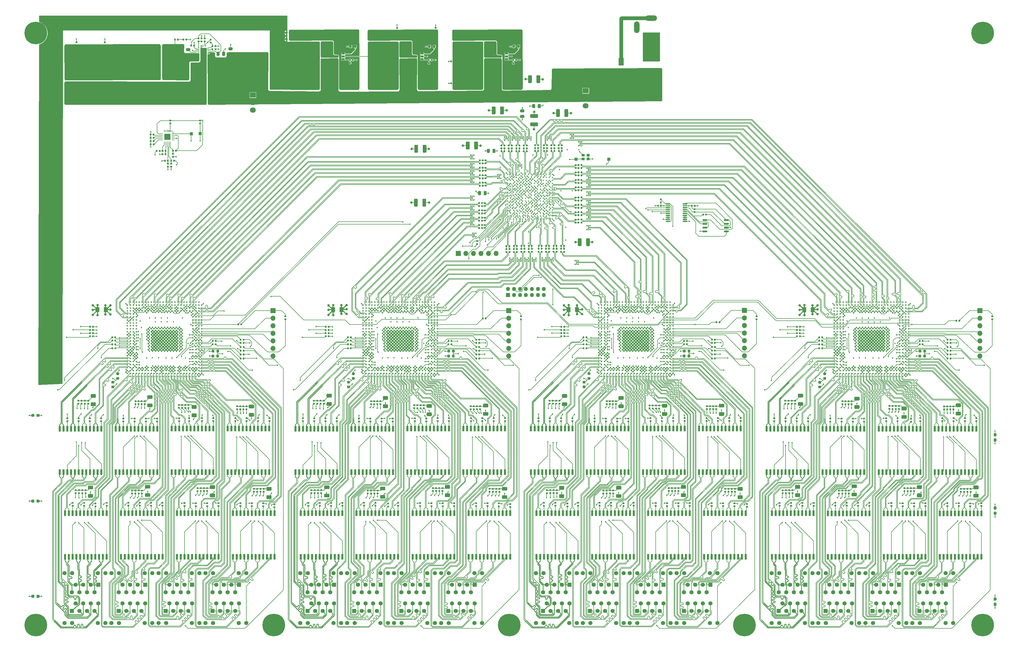
<source format=gbr>
G04 #@! TF.GenerationSoftware,KiCad,Pcbnew,5.99.0-unknown-1973153~101~ubuntu20.04.1*
G04 #@! TF.CreationDate,2020-07-01T19:51:01-04:00*
G04 #@! TF.ProjectId,L1Switch,4c315377-6974-4636-982e-6b696361645f,rev?*
G04 #@! TF.SameCoordinates,Original*
G04 #@! TF.FileFunction,Copper,L1,Top*
G04 #@! TF.FilePolarity,Positive*
%FSLAX46Y46*%
G04 Gerber Fmt 4.6, Leading zero omitted, Abs format (unit mm)*
G04 Created by KiCad (PCBNEW 5.99.0-unknown-1973153~101~ubuntu20.04.1) date 2020-07-01 19:51:01*
%MOMM*%
%LPD*%
G01*
G04 APERTURE LIST*
G04 #@! TA.AperFunction,SMDPad,CuDef*
%ADD10R,0.850000X0.280000*%
G04 #@! TD*
G04 #@! TA.AperFunction,SMDPad,CuDef*
%ADD11R,0.280000X0.850000*%
G04 #@! TD*
G04 #@! TA.AperFunction,SMDPad,CuDef*
%ADD12R,2.150000X2.150000*%
G04 #@! TD*
G04 #@! TA.AperFunction,ComponentPad*
%ADD13O,2.030000X1.730000*%
G04 #@! TD*
G04 #@! TA.AperFunction,ComponentPad*
%ADD14R,2.030000X1.730000*%
G04 #@! TD*
G04 #@! TA.AperFunction,SMDPad,CuDef*
%ADD15R,1.000000X1.000000*%
G04 #@! TD*
G04 #@! TA.AperFunction,ComponentPad*
%ADD16C,7.600000*%
G04 #@! TD*
G04 #@! TA.AperFunction,SMDPad,CuDef*
%ADD17R,1.100000X0.900000*%
G04 #@! TD*
G04 #@! TA.AperFunction,ComponentPad*
%ADD18O,1.700000X1.700000*%
G04 #@! TD*
G04 #@! TA.AperFunction,ComponentPad*
%ADD19R,1.700000X1.700000*%
G04 #@! TD*
G04 #@! TA.AperFunction,ComponentPad*
%ADD20O,1.350000X1.350000*%
G04 #@! TD*
G04 #@! TA.AperFunction,ComponentPad*
%ADD21R,1.350000X1.350000*%
G04 #@! TD*
G04 #@! TA.AperFunction,SMDPad,CuDef*
%ADD22C,0.500000*%
G04 #@! TD*
G04 #@! TA.AperFunction,SMDPad,CuDef*
%ADD23R,0.640000X1.900000*%
G04 #@! TD*
G04 #@! TA.AperFunction,ComponentPad*
%ADD24C,1.398000*%
G04 #@! TD*
G04 #@! TA.AperFunction,ComponentPad*
%ADD25R,1.398000X1.398000*%
G04 #@! TD*
G04 #@! TA.AperFunction,SMDPad,CuDef*
%ADD26C,0.400000*%
G04 #@! TD*
G04 #@! TA.AperFunction,ComponentPad*
%ADD27R,4.400000X1.800000*%
G04 #@! TD*
G04 #@! TA.AperFunction,ComponentPad*
%ADD28O,4.000000X1.800000*%
G04 #@! TD*
G04 #@! TA.AperFunction,ComponentPad*
%ADD29O,1.800000X4.000000*%
G04 #@! TD*
G04 #@! TA.AperFunction,SMDPad,CuDef*
%ADD30R,1.060000X0.650000*%
G04 #@! TD*
G04 #@! TA.AperFunction,SMDPad,CuDef*
%ADD31R,1.180000X4.700000*%
G04 #@! TD*
G04 #@! TA.AperFunction,SMDPad,CuDef*
%ADD32R,1.800000X2.500000*%
G04 #@! TD*
G04 #@! TA.AperFunction,Conductor*
%ADD33O,0.599999X0.200000*%
G04 #@! TD*
G04 #@! TA.AperFunction,Conductor*
%ADD34O,0.200000X0.599999*%
G04 #@! TD*
G04 #@! TA.AperFunction,Conductor*
%ADD35R,2.100001X3.099999*%
G04 #@! TD*
G04 #@! TA.AperFunction,SMDPad,CuDef*
%ADD36R,3.550000X3.200000*%
G04 #@! TD*
G04 #@! TA.AperFunction,ViaPad*
%ADD37C,0.457200*%
G04 #@! TD*
G04 #@! TA.AperFunction,ViaPad*
%ADD38C,0.800000*%
G04 #@! TD*
G04 #@! TA.AperFunction,Conductor*
%ADD39C,0.203200*%
G04 #@! TD*
G04 #@! TA.AperFunction,Conductor*
%ADD40C,0.350000*%
G04 #@! TD*
G04 #@! TA.AperFunction,Conductor*
%ADD41C,0.200000*%
G04 #@! TD*
G04 #@! TA.AperFunction,Conductor*
%ADD42C,0.228600*%
G04 #@! TD*
G04 #@! TA.AperFunction,Conductor*
%ADD43C,1.270000*%
G04 #@! TD*
G04 #@! TA.AperFunction,Conductor*
%ADD44C,0.254000*%
G04 #@! TD*
G04 APERTURE END LIST*
D10*
X90003750Y-60631164D03*
X90003750Y-61131166D03*
X90003750Y-61631165D03*
X90003750Y-62131164D03*
X90003750Y-62631166D03*
D11*
X90978498Y-63606165D03*
X91478624Y-63606165D03*
X91978750Y-63606165D03*
X92478876Y-63606165D03*
X92979002Y-63606165D03*
D10*
X93953750Y-62631166D03*
X93953750Y-62131164D03*
X93953750Y-61631165D03*
X93953750Y-61131166D03*
X93953750Y-60631164D03*
D11*
X92979002Y-59656165D03*
X92478876Y-59656165D03*
X91978750Y-59656165D03*
X91478624Y-59656165D03*
X90978498Y-59656165D03*
D12*
X91978750Y-61631165D03*
G04 #@! TA.AperFunction,SMDPad,CuDef*
G36*
G01*
X370216250Y-164031165D02*
X369741250Y-164031165D01*
G75*
G02*
X369503750Y-163793665I0J237500D01*
G01*
X369503750Y-163218665D01*
G75*
G02*
X369741250Y-162981165I237500J0D01*
G01*
X370216250Y-162981165D01*
G75*
G02*
X370453750Y-163218665I0J-237500D01*
G01*
X370453750Y-163793665D01*
G75*
G02*
X370216250Y-164031165I-237500J0D01*
G01*
G37*
G04 #@! TD.AperFunction*
G04 #@! TA.AperFunction,SMDPad,CuDef*
G36*
G01*
X370216250Y-162281165D02*
X369741250Y-162281165D01*
G75*
G02*
X369503750Y-162043665I0J237500D01*
G01*
X369503750Y-161468665D01*
G75*
G02*
X369741250Y-161231165I237500J0D01*
G01*
X370216250Y-161231165D01*
G75*
G02*
X370453750Y-161468665I0J-237500D01*
G01*
X370453750Y-162043665D01*
G75*
G02*
X370216250Y-162281165I-237500J0D01*
G01*
G37*
G04 #@! TD.AperFunction*
G04 #@! TA.AperFunction,SMDPad,CuDef*
G36*
G01*
X370216250Y-188631165D02*
X369741250Y-188631165D01*
G75*
G02*
X369503750Y-188393665I0J237500D01*
G01*
X369503750Y-187818665D01*
G75*
G02*
X369741250Y-187581165I237500J0D01*
G01*
X370216250Y-187581165D01*
G75*
G02*
X370453750Y-187818665I0J-237500D01*
G01*
X370453750Y-188393665D01*
G75*
G02*
X370216250Y-188631165I-237500J0D01*
G01*
G37*
G04 #@! TD.AperFunction*
G04 #@! TA.AperFunction,SMDPad,CuDef*
G36*
G01*
X370216250Y-186881165D02*
X369741250Y-186881165D01*
G75*
G02*
X369503750Y-186643665I0J237500D01*
G01*
X369503750Y-186068665D01*
G75*
G02*
X369741250Y-185831165I237500J0D01*
G01*
X370216250Y-185831165D01*
G75*
G02*
X370453750Y-186068665I0J-237500D01*
G01*
X370453750Y-186643665D01*
G75*
G02*
X370216250Y-186881165I-237500J0D01*
G01*
G37*
G04 #@! TD.AperFunction*
G04 #@! TA.AperFunction,SMDPad,CuDef*
G36*
G01*
X370216250Y-217481165D02*
X369741250Y-217481165D01*
G75*
G02*
X369503750Y-217243665I0J237500D01*
G01*
X369503750Y-216668665D01*
G75*
G02*
X369741250Y-216431165I237500J0D01*
G01*
X370216250Y-216431165D01*
G75*
G02*
X370453750Y-216668665I0J-237500D01*
G01*
X370453750Y-217243665D01*
G75*
G02*
X370216250Y-217481165I-237500J0D01*
G01*
G37*
G04 #@! TD.AperFunction*
G04 #@! TA.AperFunction,SMDPad,CuDef*
G36*
G01*
X370216250Y-219231165D02*
X369741250Y-219231165D01*
G75*
G02*
X369503750Y-218993665I0J237500D01*
G01*
X369503750Y-218418665D01*
G75*
G02*
X369741250Y-218181165I237500J0D01*
G01*
X370216250Y-218181165D01*
G75*
G02*
X370453750Y-218418665I0J-237500D01*
G01*
X370453750Y-218993665D01*
G75*
G02*
X370216250Y-219231165I-237500J0D01*
G01*
G37*
G04 #@! TD.AperFunction*
G04 #@! TA.AperFunction,SMDPad,CuDef*
G36*
G01*
X48028750Y-184268665D02*
X48028750Y-183793665D01*
G75*
G02*
X48266250Y-183556165I237500J0D01*
G01*
X48841250Y-183556165D01*
G75*
G02*
X49078750Y-183793665I0J-237500D01*
G01*
X49078750Y-184268665D01*
G75*
G02*
X48841250Y-184506165I-237500J0D01*
G01*
X48266250Y-184506165D01*
G75*
G02*
X48028750Y-184268665I0J237500D01*
G01*
G37*
G04 #@! TD.AperFunction*
G04 #@! TA.AperFunction,SMDPad,CuDef*
G36*
G01*
X46278750Y-184268665D02*
X46278750Y-183793665D01*
G75*
G02*
X46516250Y-183556165I237500J0D01*
G01*
X47091250Y-183556165D01*
G75*
G02*
X47328750Y-183793665I0J-237500D01*
G01*
X47328750Y-184268665D01*
G75*
G02*
X47091250Y-184506165I-237500J0D01*
G01*
X46516250Y-184506165D01*
G75*
G02*
X46278750Y-184268665I0J237500D01*
G01*
G37*
G04 #@! TD.AperFunction*
G04 #@! TA.AperFunction,SMDPad,CuDef*
G36*
G01*
X46278750Y-216268665D02*
X46278750Y-215793665D01*
G75*
G02*
X46516250Y-215556165I237500J0D01*
G01*
X47091250Y-215556165D01*
G75*
G02*
X47328750Y-215793665I0J-237500D01*
G01*
X47328750Y-216268665D01*
G75*
G02*
X47091250Y-216506165I-237500J0D01*
G01*
X46516250Y-216506165D01*
G75*
G02*
X46278750Y-216268665I0J237500D01*
G01*
G37*
G04 #@! TD.AperFunction*
G04 #@! TA.AperFunction,SMDPad,CuDef*
G36*
G01*
X48028750Y-216268665D02*
X48028750Y-215793665D01*
G75*
G02*
X48266250Y-215556165I237500J0D01*
G01*
X48841250Y-215556165D01*
G75*
G02*
X49078750Y-215793665I0J-237500D01*
G01*
X49078750Y-216268665D01*
G75*
G02*
X48841250Y-216506165I-237500J0D01*
G01*
X48266250Y-216506165D01*
G75*
G02*
X48028750Y-216268665I0J237500D01*
G01*
G37*
G04 #@! TD.AperFunction*
G04 #@! TA.AperFunction,SMDPad,CuDef*
G36*
G01*
X48028750Y-155468665D02*
X48028750Y-154993665D01*
G75*
G02*
X48266250Y-154756165I237500J0D01*
G01*
X48841250Y-154756165D01*
G75*
G02*
X49078750Y-154993665I0J-237500D01*
G01*
X49078750Y-155468665D01*
G75*
G02*
X48841250Y-155706165I-237500J0D01*
G01*
X48266250Y-155706165D01*
G75*
G02*
X48028750Y-155468665I0J237500D01*
G01*
G37*
G04 #@! TD.AperFunction*
G04 #@! TA.AperFunction,SMDPad,CuDef*
G36*
G01*
X46278750Y-155468665D02*
X46278750Y-154993665D01*
G75*
G02*
X46516250Y-154756165I237500J0D01*
G01*
X47091250Y-154756165D01*
G75*
G02*
X47328750Y-154993665I0J-237500D01*
G01*
X47328750Y-155468665D01*
G75*
G02*
X47091250Y-155706165I-237500J0D01*
G01*
X46516250Y-155706165D01*
G75*
G02*
X46278750Y-155468665I0J237500D01*
G01*
G37*
G04 #@! TD.AperFunction*
G04 #@! TA.AperFunction,SMDPad,CuDef*
G36*
G01*
X187588750Y-43458665D02*
X187588750Y-43803665D01*
G75*
G02*
X187441250Y-43951165I-147500J0D01*
G01*
X187146250Y-43951165D01*
G75*
G02*
X186998750Y-43803665I0J147500D01*
G01*
X186998750Y-43458665D01*
G75*
G02*
X187146250Y-43311165I147500J0D01*
G01*
X187441250Y-43311165D01*
G75*
G02*
X187588750Y-43458665I0J-147500D01*
G01*
G37*
G04 #@! TD.AperFunction*
G04 #@! TA.AperFunction,SMDPad,CuDef*
G36*
G01*
X188558750Y-43458665D02*
X188558750Y-43803665D01*
G75*
G02*
X188411250Y-43951165I-147500J0D01*
G01*
X188116250Y-43951165D01*
G75*
G02*
X187968750Y-43803665I0J147500D01*
G01*
X187968750Y-43458665D01*
G75*
G02*
X188116250Y-43311165I147500J0D01*
G01*
X188411250Y-43311165D01*
G75*
G02*
X188558750Y-43458665I0J-147500D01*
G01*
G37*
G04 #@! TD.AperFunction*
G04 #@! TA.AperFunction,SMDPad,CuDef*
G36*
G01*
X132768750Y-26803665D02*
X132768750Y-26458665D01*
G75*
G02*
X132916250Y-26311165I147500J0D01*
G01*
X133211250Y-26311165D01*
G75*
G02*
X133358750Y-26458665I0J-147500D01*
G01*
X133358750Y-26803665D01*
G75*
G02*
X133211250Y-26951165I-147500J0D01*
G01*
X132916250Y-26951165D01*
G75*
G02*
X132768750Y-26803665I0J147500D01*
G01*
G37*
G04 #@! TD.AperFunction*
G04 #@! TA.AperFunction,SMDPad,CuDef*
G36*
G01*
X131798750Y-26803665D02*
X131798750Y-26458665D01*
G75*
G02*
X131946250Y-26311165I147500J0D01*
G01*
X132241250Y-26311165D01*
G75*
G02*
X132388750Y-26458665I0J-147500D01*
G01*
X132388750Y-26803665D01*
G75*
G02*
X132241250Y-26951165I-147500J0D01*
G01*
X131946250Y-26951165D01*
G75*
G02*
X131798750Y-26803665I0J147500D01*
G01*
G37*
G04 #@! TD.AperFunction*
G04 #@! TA.AperFunction,SMDPad,CuDef*
G36*
G01*
X132783750Y-28903665D02*
X132783750Y-28558665D01*
G75*
G02*
X132931250Y-28411165I147500J0D01*
G01*
X133226250Y-28411165D01*
G75*
G02*
X133373750Y-28558665I0J-147500D01*
G01*
X133373750Y-28903665D01*
G75*
G02*
X133226250Y-29051165I-147500J0D01*
G01*
X132931250Y-29051165D01*
G75*
G02*
X132783750Y-28903665I0J147500D01*
G01*
G37*
G04 #@! TD.AperFunction*
G04 #@! TA.AperFunction,SMDPad,CuDef*
G36*
G01*
X131813750Y-28903665D02*
X131813750Y-28558665D01*
G75*
G02*
X131961250Y-28411165I147500J0D01*
G01*
X132256250Y-28411165D01*
G75*
G02*
X132403750Y-28558665I0J-147500D01*
G01*
X132403750Y-28903665D01*
G75*
G02*
X132256250Y-29051165I-147500J0D01*
G01*
X131961250Y-29051165D01*
G75*
G02*
X131813750Y-28903665I0J147500D01*
G01*
G37*
G04 #@! TD.AperFunction*
G04 #@! TA.AperFunction,SMDPad,CuDef*
G36*
G01*
X169006250Y-25721165D02*
X169351250Y-25721165D01*
G75*
G02*
X169498750Y-25868665I0J-147500D01*
G01*
X169498750Y-26163665D01*
G75*
G02*
X169351250Y-26311165I-147500J0D01*
G01*
X169006250Y-26311165D01*
G75*
G02*
X168858750Y-26163665I0J147500D01*
G01*
X168858750Y-25868665D01*
G75*
G02*
X169006250Y-25721165I147500J0D01*
G01*
G37*
G04 #@! TD.AperFunction*
G04 #@! TA.AperFunction,SMDPad,CuDef*
G36*
G01*
X169006250Y-24751165D02*
X169351250Y-24751165D01*
G75*
G02*
X169498750Y-24898665I0J-147500D01*
G01*
X169498750Y-25193665D01*
G75*
G02*
X169351250Y-25341165I-147500J0D01*
G01*
X169006250Y-25341165D01*
G75*
G02*
X168858750Y-25193665I0J147500D01*
G01*
X168858750Y-24898665D01*
G75*
G02*
X169006250Y-24751165I147500J0D01*
G01*
G37*
G04 #@! TD.AperFunction*
G04 #@! TA.AperFunction,SMDPad,CuDef*
G36*
G01*
X181906250Y-25636165D02*
X182251250Y-25636165D01*
G75*
G02*
X182398750Y-25783665I0J-147500D01*
G01*
X182398750Y-26078665D01*
G75*
G02*
X182251250Y-26226165I-147500J0D01*
G01*
X181906250Y-26226165D01*
G75*
G02*
X181758750Y-26078665I0J147500D01*
G01*
X181758750Y-25783665D01*
G75*
G02*
X181906250Y-25636165I147500J0D01*
G01*
G37*
G04 #@! TD.AperFunction*
G04 #@! TA.AperFunction,SMDPad,CuDef*
G36*
G01*
X181906250Y-24666165D02*
X182251250Y-24666165D01*
G75*
G02*
X182398750Y-24813665I0J-147500D01*
G01*
X182398750Y-25108665D01*
G75*
G02*
X182251250Y-25256165I-147500J0D01*
G01*
X181906250Y-25256165D01*
G75*
G02*
X181758750Y-25108665I0J147500D01*
G01*
X181758750Y-24813665D01*
G75*
G02*
X181906250Y-24666165I147500J0D01*
G01*
G37*
G04 #@! TD.AperFunction*
G04 #@! TA.AperFunction,SMDPad,CuDef*
G36*
G01*
X71151250Y-30156165D02*
X70806250Y-30156165D01*
G75*
G02*
X70658750Y-30008665I0J147500D01*
G01*
X70658750Y-29713665D01*
G75*
G02*
X70806250Y-29566165I147500J0D01*
G01*
X71151250Y-29566165D01*
G75*
G02*
X71298750Y-29713665I0J-147500D01*
G01*
X71298750Y-30008665D01*
G75*
G02*
X71151250Y-30156165I-147500J0D01*
G01*
G37*
G04 #@! TD.AperFunction*
G04 #@! TA.AperFunction,SMDPad,CuDef*
G36*
G01*
X71151250Y-31126165D02*
X70806250Y-31126165D01*
G75*
G02*
X70658750Y-30978665I0J147500D01*
G01*
X70658750Y-30683665D01*
G75*
G02*
X70806250Y-30536165I147500J0D01*
G01*
X71151250Y-30536165D01*
G75*
G02*
X71298750Y-30683665I0J-147500D01*
G01*
X71298750Y-30978665D01*
G75*
G02*
X71151250Y-31126165I-147500J0D01*
G01*
G37*
G04 #@! TD.AperFunction*
G04 #@! TA.AperFunction,SMDPad,CuDef*
G36*
G01*
X61651250Y-30141165D02*
X61306250Y-30141165D01*
G75*
G02*
X61158750Y-29993665I0J147500D01*
G01*
X61158750Y-29698665D01*
G75*
G02*
X61306250Y-29551165I147500J0D01*
G01*
X61651250Y-29551165D01*
G75*
G02*
X61798750Y-29698665I0J-147500D01*
G01*
X61798750Y-29993665D01*
G75*
G02*
X61651250Y-30141165I-147500J0D01*
G01*
G37*
G04 #@! TD.AperFunction*
G04 #@! TA.AperFunction,SMDPad,CuDef*
G36*
G01*
X61651250Y-31111165D02*
X61306250Y-31111165D01*
G75*
G02*
X61158750Y-30963665I0J147500D01*
G01*
X61158750Y-30668665D01*
G75*
G02*
X61306250Y-30521165I147500J0D01*
G01*
X61651250Y-30521165D01*
G75*
G02*
X61798750Y-30668665I0J-147500D01*
G01*
X61798750Y-30963665D01*
G75*
G02*
X61651250Y-31111165I-147500J0D01*
G01*
G37*
G04 #@! TD.AperFunction*
G04 #@! TA.AperFunction,SMDPad,CuDef*
G36*
G01*
X187588750Y-36058665D02*
X187588750Y-36403665D01*
G75*
G02*
X187441250Y-36551165I-147500J0D01*
G01*
X187146250Y-36551165D01*
G75*
G02*
X186998750Y-36403665I0J147500D01*
G01*
X186998750Y-36058665D01*
G75*
G02*
X187146250Y-35911165I147500J0D01*
G01*
X187441250Y-35911165D01*
G75*
G02*
X187588750Y-36058665I0J-147500D01*
G01*
G37*
G04 #@! TD.AperFunction*
G04 #@! TA.AperFunction,SMDPad,CuDef*
G36*
G01*
X188558750Y-36058665D02*
X188558750Y-36403665D01*
G75*
G02*
X188411250Y-36551165I-147500J0D01*
G01*
X188116250Y-36551165D01*
G75*
G02*
X187968750Y-36403665I0J147500D01*
G01*
X187968750Y-36058665D01*
G75*
G02*
X188116250Y-35911165I147500J0D01*
G01*
X188411250Y-35911165D01*
G75*
G02*
X188558750Y-36058665I0J-147500D01*
G01*
G37*
G04 #@! TD.AperFunction*
G04 #@! TA.AperFunction,SMDPad,CuDef*
G36*
G01*
X362953750Y-181606165D02*
X364203750Y-181606165D01*
G75*
G02*
X364453750Y-181856165I0J-250000D01*
G01*
X364453750Y-182606165D01*
G75*
G02*
X364203750Y-182856165I-250000J0D01*
G01*
X362953750Y-182856165D01*
G75*
G02*
X362703750Y-182606165I0J250000D01*
G01*
X362703750Y-181856165D01*
G75*
G02*
X362953750Y-181606165I250000J0D01*
G01*
G37*
G04 #@! TD.AperFunction*
G04 #@! TA.AperFunction,SMDPad,CuDef*
G36*
G01*
X362953750Y-178806165D02*
X364203750Y-178806165D01*
G75*
G02*
X364453750Y-179056165I0J-250000D01*
G01*
X364453750Y-179806165D01*
G75*
G02*
X364203750Y-180056165I-250000J0D01*
G01*
X362953750Y-180056165D01*
G75*
G02*
X362703750Y-179806165I0J250000D01*
G01*
X362703750Y-179056165D01*
G75*
G02*
X362953750Y-178806165I250000J0D01*
G01*
G37*
G04 #@! TD.AperFunction*
G04 #@! TA.AperFunction,SMDPad,CuDef*
G36*
G01*
X357033750Y-154006165D02*
X358283750Y-154006165D01*
G75*
G02*
X358533750Y-154256165I0J-250000D01*
G01*
X358533750Y-155006165D01*
G75*
G02*
X358283750Y-155256165I-250000J0D01*
G01*
X357033750Y-155256165D01*
G75*
G02*
X356783750Y-155006165I0J250000D01*
G01*
X356783750Y-154256165D01*
G75*
G02*
X357033750Y-154006165I250000J0D01*
G01*
G37*
G04 #@! TD.AperFunction*
G04 #@! TA.AperFunction,SMDPad,CuDef*
G36*
G01*
X357033750Y-151206165D02*
X358283750Y-151206165D01*
G75*
G02*
X358533750Y-151456165I0J-250000D01*
G01*
X358533750Y-152206165D01*
G75*
G02*
X358283750Y-152456165I-250000J0D01*
G01*
X357033750Y-152456165D01*
G75*
G02*
X356783750Y-152206165I0J250000D01*
G01*
X356783750Y-151456165D01*
G75*
G02*
X357033750Y-151206165I250000J0D01*
G01*
G37*
G04 #@! TD.AperFunction*
G04 #@! TA.AperFunction,SMDPad,CuDef*
G36*
G01*
X343953750Y-181506165D02*
X345203750Y-181506165D01*
G75*
G02*
X345453750Y-181756165I0J-250000D01*
G01*
X345453750Y-182506165D01*
G75*
G02*
X345203750Y-182756165I-250000J0D01*
G01*
X343953750Y-182756165D01*
G75*
G02*
X343703750Y-182506165I0J250000D01*
G01*
X343703750Y-181756165D01*
G75*
G02*
X343953750Y-181506165I250000J0D01*
G01*
G37*
G04 #@! TD.AperFunction*
G04 #@! TA.AperFunction,SMDPad,CuDef*
G36*
G01*
X343953750Y-178706165D02*
X345203750Y-178706165D01*
G75*
G02*
X345453750Y-178956165I0J-250000D01*
G01*
X345453750Y-179706165D01*
G75*
G02*
X345203750Y-179956165I-250000J0D01*
G01*
X343953750Y-179956165D01*
G75*
G02*
X343703750Y-179706165I0J250000D01*
G01*
X343703750Y-178956165D01*
G75*
G02*
X343953750Y-178706165I250000J0D01*
G01*
G37*
G04 #@! TD.AperFunction*
G04 #@! TA.AperFunction,SMDPad,CuDef*
G36*
G01*
X338793750Y-155126165D02*
X340043750Y-155126165D01*
G75*
G02*
X340293750Y-155376165I0J-250000D01*
G01*
X340293750Y-156126165D01*
G75*
G02*
X340043750Y-156376165I-250000J0D01*
G01*
X338793750Y-156376165D01*
G75*
G02*
X338543750Y-156126165I0J250000D01*
G01*
X338543750Y-155376165D01*
G75*
G02*
X338793750Y-155126165I250000J0D01*
G01*
G37*
G04 #@! TD.AperFunction*
G04 #@! TA.AperFunction,SMDPad,CuDef*
G36*
G01*
X338793750Y-152326165D02*
X340043750Y-152326165D01*
G75*
G02*
X340293750Y-152576165I0J-250000D01*
G01*
X340293750Y-153326165D01*
G75*
G02*
X340043750Y-153576165I-250000J0D01*
G01*
X338793750Y-153576165D01*
G75*
G02*
X338543750Y-153326165I0J250000D01*
G01*
X338543750Y-152576165D01*
G75*
G02*
X338793750Y-152326165I250000J0D01*
G01*
G37*
G04 #@! TD.AperFunction*
G04 #@! TA.AperFunction,SMDPad,CuDef*
G36*
G01*
X322053750Y-181206165D02*
X323303750Y-181206165D01*
G75*
G02*
X323553750Y-181456165I0J-250000D01*
G01*
X323553750Y-182206165D01*
G75*
G02*
X323303750Y-182456165I-250000J0D01*
G01*
X322053750Y-182456165D01*
G75*
G02*
X321803750Y-182206165I0J250000D01*
G01*
X321803750Y-181456165D01*
G75*
G02*
X322053750Y-181206165I250000J0D01*
G01*
G37*
G04 #@! TD.AperFunction*
G04 #@! TA.AperFunction,SMDPad,CuDef*
G36*
G01*
X322053750Y-178406165D02*
X323303750Y-178406165D01*
G75*
G02*
X323553750Y-178656165I0J-250000D01*
G01*
X323553750Y-179406165D01*
G75*
G02*
X323303750Y-179656165I-250000J0D01*
G01*
X322053750Y-179656165D01*
G75*
G02*
X321803750Y-179406165I0J250000D01*
G01*
X321803750Y-178656165D01*
G75*
G02*
X322053750Y-178406165I250000J0D01*
G01*
G37*
G04 #@! TD.AperFunction*
G04 #@! TA.AperFunction,SMDPad,CuDef*
G36*
G01*
X322963750Y-151786165D02*
X324213750Y-151786165D01*
G75*
G02*
X324463750Y-152036165I0J-250000D01*
G01*
X324463750Y-152786165D01*
G75*
G02*
X324213750Y-153036165I-250000J0D01*
G01*
X322963750Y-153036165D01*
G75*
G02*
X322713750Y-152786165I0J250000D01*
G01*
X322713750Y-152036165D01*
G75*
G02*
X322963750Y-151786165I250000J0D01*
G01*
G37*
G04 #@! TD.AperFunction*
G04 #@! TA.AperFunction,SMDPad,CuDef*
G36*
G01*
X322963750Y-148986165D02*
X324213750Y-148986165D01*
G75*
G02*
X324463750Y-149236165I0J-250000D01*
G01*
X324463750Y-149986165D01*
G75*
G02*
X324213750Y-150236165I-250000J0D01*
G01*
X322963750Y-150236165D01*
G75*
G02*
X322713750Y-149986165I0J250000D01*
G01*
X322713750Y-149236165D01*
G75*
G02*
X322963750Y-148986165I250000J0D01*
G01*
G37*
G04 #@! TD.AperFunction*
G04 #@! TA.AperFunction,SMDPad,CuDef*
G36*
G01*
X303053750Y-181406165D02*
X304303750Y-181406165D01*
G75*
G02*
X304553750Y-181656165I0J-250000D01*
G01*
X304553750Y-182406165D01*
G75*
G02*
X304303750Y-182656165I-250000J0D01*
G01*
X303053750Y-182656165D01*
G75*
G02*
X302803750Y-182406165I0J250000D01*
G01*
X302803750Y-181656165D01*
G75*
G02*
X303053750Y-181406165I250000J0D01*
G01*
G37*
G04 #@! TD.AperFunction*
G04 #@! TA.AperFunction,SMDPad,CuDef*
G36*
G01*
X303053750Y-178606165D02*
X304303750Y-178606165D01*
G75*
G02*
X304553750Y-178856165I0J-250000D01*
G01*
X304553750Y-179606165D01*
G75*
G02*
X304303750Y-179856165I-250000J0D01*
G01*
X303053750Y-179856165D01*
G75*
G02*
X302803750Y-179606165I0J250000D01*
G01*
X302803750Y-178856165D01*
G75*
G02*
X303053750Y-178606165I250000J0D01*
G01*
G37*
G04 #@! TD.AperFunction*
G04 #@! TA.AperFunction,SMDPad,CuDef*
G36*
G01*
X304003750Y-150756165D02*
X305253750Y-150756165D01*
G75*
G02*
X305503750Y-151006165I0J-250000D01*
G01*
X305503750Y-151756165D01*
G75*
G02*
X305253750Y-152006165I-250000J0D01*
G01*
X304003750Y-152006165D01*
G75*
G02*
X303753750Y-151756165I0J250000D01*
G01*
X303753750Y-151006165D01*
G75*
G02*
X304003750Y-150756165I250000J0D01*
G01*
G37*
G04 #@! TD.AperFunction*
G04 #@! TA.AperFunction,SMDPad,CuDef*
G36*
G01*
X304003750Y-147956165D02*
X305253750Y-147956165D01*
G75*
G02*
X305503750Y-148206165I0J-250000D01*
G01*
X305503750Y-148956165D01*
G75*
G02*
X305253750Y-149206165I-250000J0D01*
G01*
X304003750Y-149206165D01*
G75*
G02*
X303753750Y-148956165I0J250000D01*
G01*
X303753750Y-148206165D01*
G75*
G02*
X304003750Y-147956165I250000J0D01*
G01*
G37*
G04 #@! TD.AperFunction*
G04 #@! TA.AperFunction,SMDPad,CuDef*
G36*
G01*
X283753750Y-182096165D02*
X285003750Y-182096165D01*
G75*
G02*
X285253750Y-182346165I0J-250000D01*
G01*
X285253750Y-183096165D01*
G75*
G02*
X285003750Y-183346165I-250000J0D01*
G01*
X283753750Y-183346165D01*
G75*
G02*
X283503750Y-183096165I0J250000D01*
G01*
X283503750Y-182346165D01*
G75*
G02*
X283753750Y-182096165I250000J0D01*
G01*
G37*
G04 #@! TD.AperFunction*
G04 #@! TA.AperFunction,SMDPad,CuDef*
G36*
G01*
X283753750Y-179296165D02*
X285003750Y-179296165D01*
G75*
G02*
X285253750Y-179546165I0J-250000D01*
G01*
X285253750Y-180296165D01*
G75*
G02*
X285003750Y-180546165I-250000J0D01*
G01*
X283753750Y-180546165D01*
G75*
G02*
X283503750Y-180296165I0J250000D01*
G01*
X283503750Y-179546165D01*
G75*
G02*
X283753750Y-179296165I250000J0D01*
G01*
G37*
G04 #@! TD.AperFunction*
G04 #@! TA.AperFunction,SMDPad,CuDef*
G36*
G01*
X277503750Y-154126165D02*
X278753750Y-154126165D01*
G75*
G02*
X279003750Y-154376165I0J-250000D01*
G01*
X279003750Y-155126165D01*
G75*
G02*
X278753750Y-155376165I-250000J0D01*
G01*
X277503750Y-155376165D01*
G75*
G02*
X277253750Y-155126165I0J250000D01*
G01*
X277253750Y-154376165D01*
G75*
G02*
X277503750Y-154126165I250000J0D01*
G01*
G37*
G04 #@! TD.AperFunction*
G04 #@! TA.AperFunction,SMDPad,CuDef*
G36*
G01*
X277503750Y-151326165D02*
X278753750Y-151326165D01*
G75*
G02*
X279003750Y-151576165I0J-250000D01*
G01*
X279003750Y-152326165D01*
G75*
G02*
X278753750Y-152576165I-250000J0D01*
G01*
X277503750Y-152576165D01*
G75*
G02*
X277253750Y-152326165I0J250000D01*
G01*
X277253750Y-151576165D01*
G75*
G02*
X277503750Y-151326165I250000J0D01*
G01*
G37*
G04 #@! TD.AperFunction*
G04 #@! TA.AperFunction,SMDPad,CuDef*
G36*
G01*
X264703750Y-181446165D02*
X265953750Y-181446165D01*
G75*
G02*
X266203750Y-181696165I0J-250000D01*
G01*
X266203750Y-182446165D01*
G75*
G02*
X265953750Y-182696165I-250000J0D01*
G01*
X264703750Y-182696165D01*
G75*
G02*
X264453750Y-182446165I0J250000D01*
G01*
X264453750Y-181696165D01*
G75*
G02*
X264703750Y-181446165I250000J0D01*
G01*
G37*
G04 #@! TD.AperFunction*
G04 #@! TA.AperFunction,SMDPad,CuDef*
G36*
G01*
X264703750Y-178646165D02*
X265953750Y-178646165D01*
G75*
G02*
X266203750Y-178896165I0J-250000D01*
G01*
X266203750Y-179646165D01*
G75*
G02*
X265953750Y-179896165I-250000J0D01*
G01*
X264703750Y-179896165D01*
G75*
G02*
X264453750Y-179646165I0J250000D01*
G01*
X264453750Y-178896165D01*
G75*
G02*
X264703750Y-178646165I250000J0D01*
G01*
G37*
G04 #@! TD.AperFunction*
G04 #@! TA.AperFunction,SMDPad,CuDef*
G36*
G01*
X258363750Y-154136165D02*
X259613750Y-154136165D01*
G75*
G02*
X259863750Y-154386165I0J-250000D01*
G01*
X259863750Y-155136165D01*
G75*
G02*
X259613750Y-155386165I-250000J0D01*
G01*
X258363750Y-155386165D01*
G75*
G02*
X258113750Y-155136165I0J250000D01*
G01*
X258113750Y-154386165D01*
G75*
G02*
X258363750Y-154136165I250000J0D01*
G01*
G37*
G04 #@! TD.AperFunction*
G04 #@! TA.AperFunction,SMDPad,CuDef*
G36*
G01*
X258363750Y-151336165D02*
X259613750Y-151336165D01*
G75*
G02*
X259863750Y-151586165I0J-250000D01*
G01*
X259863750Y-152336165D01*
G75*
G02*
X259613750Y-152586165I-250000J0D01*
G01*
X258363750Y-152586165D01*
G75*
G02*
X258113750Y-152336165I0J250000D01*
G01*
X258113750Y-151586165D01*
G75*
G02*
X258363750Y-151336165I250000J0D01*
G01*
G37*
G04 #@! TD.AperFunction*
G04 #@! TA.AperFunction,SMDPad,CuDef*
G36*
G01*
X242953750Y-181706165D02*
X244203750Y-181706165D01*
G75*
G02*
X244453750Y-181956165I0J-250000D01*
G01*
X244453750Y-182706165D01*
G75*
G02*
X244203750Y-182956165I-250000J0D01*
G01*
X242953750Y-182956165D01*
G75*
G02*
X242703750Y-182706165I0J250000D01*
G01*
X242703750Y-181956165D01*
G75*
G02*
X242953750Y-181706165I250000J0D01*
G01*
G37*
G04 #@! TD.AperFunction*
G04 #@! TA.AperFunction,SMDPad,CuDef*
G36*
G01*
X242953750Y-178906165D02*
X244203750Y-178906165D01*
G75*
G02*
X244453750Y-179156165I0J-250000D01*
G01*
X244453750Y-179906165D01*
G75*
G02*
X244203750Y-180156165I-250000J0D01*
G01*
X242953750Y-180156165D01*
G75*
G02*
X242703750Y-179906165I0J250000D01*
G01*
X242703750Y-179156165D01*
G75*
G02*
X242953750Y-178906165I250000J0D01*
G01*
G37*
G04 #@! TD.AperFunction*
G04 #@! TA.AperFunction,SMDPad,CuDef*
G36*
G01*
X243763750Y-151546165D02*
X245013750Y-151546165D01*
G75*
G02*
X245263750Y-151796165I0J-250000D01*
G01*
X245263750Y-152546165D01*
G75*
G02*
X245013750Y-152796165I-250000J0D01*
G01*
X243763750Y-152796165D01*
G75*
G02*
X243513750Y-152546165I0J250000D01*
G01*
X243513750Y-151796165D01*
G75*
G02*
X243763750Y-151546165I250000J0D01*
G01*
G37*
G04 #@! TD.AperFunction*
G04 #@! TA.AperFunction,SMDPad,CuDef*
G36*
G01*
X243763750Y-148746165D02*
X245013750Y-148746165D01*
G75*
G02*
X245263750Y-148996165I0J-250000D01*
G01*
X245263750Y-149746165D01*
G75*
G02*
X245013750Y-149996165I-250000J0D01*
G01*
X243763750Y-149996165D01*
G75*
G02*
X243513750Y-149746165I0J250000D01*
G01*
X243513750Y-148996165D01*
G75*
G02*
X243763750Y-148746165I250000J0D01*
G01*
G37*
G04 #@! TD.AperFunction*
G04 #@! TA.AperFunction,SMDPad,CuDef*
G36*
G01*
X223793750Y-181756165D02*
X225043750Y-181756165D01*
G75*
G02*
X225293750Y-182006165I0J-250000D01*
G01*
X225293750Y-182756165D01*
G75*
G02*
X225043750Y-183006165I-250000J0D01*
G01*
X223793750Y-183006165D01*
G75*
G02*
X223543750Y-182756165I0J250000D01*
G01*
X223543750Y-182006165D01*
G75*
G02*
X223793750Y-181756165I250000J0D01*
G01*
G37*
G04 #@! TD.AperFunction*
G04 #@! TA.AperFunction,SMDPad,CuDef*
G36*
G01*
X223793750Y-178956165D02*
X225043750Y-178956165D01*
G75*
G02*
X225293750Y-179206165I0J-250000D01*
G01*
X225293750Y-179956165D01*
G75*
G02*
X225043750Y-180206165I-250000J0D01*
G01*
X223793750Y-180206165D01*
G75*
G02*
X223543750Y-179956165I0J250000D01*
G01*
X223543750Y-179206165D01*
G75*
G02*
X223793750Y-178956165I250000J0D01*
G01*
G37*
G04 #@! TD.AperFunction*
G04 #@! TA.AperFunction,SMDPad,CuDef*
G36*
G01*
X224763750Y-150846165D02*
X226013750Y-150846165D01*
G75*
G02*
X226263750Y-151096165I0J-250000D01*
G01*
X226263750Y-151846165D01*
G75*
G02*
X226013750Y-152096165I-250000J0D01*
G01*
X224763750Y-152096165D01*
G75*
G02*
X224513750Y-151846165I0J250000D01*
G01*
X224513750Y-151096165D01*
G75*
G02*
X224763750Y-150846165I250000J0D01*
G01*
G37*
G04 #@! TD.AperFunction*
G04 #@! TA.AperFunction,SMDPad,CuDef*
G36*
G01*
X224763750Y-148046165D02*
X226013750Y-148046165D01*
G75*
G02*
X226263750Y-148296165I0J-250000D01*
G01*
X226263750Y-149046165D01*
G75*
G02*
X226013750Y-149296165I-250000J0D01*
G01*
X224763750Y-149296165D01*
G75*
G02*
X224513750Y-149046165I0J250000D01*
G01*
X224513750Y-148296165D01*
G75*
G02*
X224763750Y-148046165I250000J0D01*
G01*
G37*
G04 #@! TD.AperFunction*
G04 #@! TA.AperFunction,SMDPad,CuDef*
G36*
G01*
X204623750Y-182056165D02*
X205873750Y-182056165D01*
G75*
G02*
X206123750Y-182306165I0J-250000D01*
G01*
X206123750Y-183056165D01*
G75*
G02*
X205873750Y-183306165I-250000J0D01*
G01*
X204623750Y-183306165D01*
G75*
G02*
X204373750Y-183056165I0J250000D01*
G01*
X204373750Y-182306165D01*
G75*
G02*
X204623750Y-182056165I250000J0D01*
G01*
G37*
G04 #@! TD.AperFunction*
G04 #@! TA.AperFunction,SMDPad,CuDef*
G36*
G01*
X204623750Y-179256165D02*
X205873750Y-179256165D01*
G75*
G02*
X206123750Y-179506165I0J-250000D01*
G01*
X206123750Y-180256165D01*
G75*
G02*
X205873750Y-180506165I-250000J0D01*
G01*
X204623750Y-180506165D01*
G75*
G02*
X204373750Y-180256165I0J250000D01*
G01*
X204373750Y-179506165D01*
G75*
G02*
X204623750Y-179256165I250000J0D01*
G01*
G37*
G04 #@! TD.AperFunction*
G04 #@! TA.AperFunction,SMDPad,CuDef*
G36*
G01*
X198283750Y-154106165D02*
X199533750Y-154106165D01*
G75*
G02*
X199783750Y-154356165I0J-250000D01*
G01*
X199783750Y-155106165D01*
G75*
G02*
X199533750Y-155356165I-250000J0D01*
G01*
X198283750Y-155356165D01*
G75*
G02*
X198033750Y-155106165I0J250000D01*
G01*
X198033750Y-154356165D01*
G75*
G02*
X198283750Y-154106165I250000J0D01*
G01*
G37*
G04 #@! TD.AperFunction*
G04 #@! TA.AperFunction,SMDPad,CuDef*
G36*
G01*
X198283750Y-151306165D02*
X199533750Y-151306165D01*
G75*
G02*
X199783750Y-151556165I0J-250000D01*
G01*
X199783750Y-152306165D01*
G75*
G02*
X199533750Y-152556165I-250000J0D01*
G01*
X198283750Y-152556165D01*
G75*
G02*
X198033750Y-152306165I0J250000D01*
G01*
X198033750Y-151556165D01*
G75*
G02*
X198283750Y-151306165I250000J0D01*
G01*
G37*
G04 #@! TD.AperFunction*
G04 #@! TA.AperFunction,SMDPad,CuDef*
G36*
G01*
X185458100Y-181432715D02*
X186708100Y-181432715D01*
G75*
G02*
X186958100Y-181682715I0J-250000D01*
G01*
X186958100Y-182432715D01*
G75*
G02*
X186708100Y-182682715I-250000J0D01*
G01*
X185458100Y-182682715D01*
G75*
G02*
X185208100Y-182432715I0J250000D01*
G01*
X185208100Y-181682715D01*
G75*
G02*
X185458100Y-181432715I250000J0D01*
G01*
G37*
G04 #@! TD.AperFunction*
G04 #@! TA.AperFunction,SMDPad,CuDef*
G36*
G01*
X185458100Y-178632715D02*
X186708100Y-178632715D01*
G75*
G02*
X186958100Y-178882715I0J-250000D01*
G01*
X186958100Y-179632715D01*
G75*
G02*
X186708100Y-179882715I-250000J0D01*
G01*
X185458100Y-179882715D01*
G75*
G02*
X185208100Y-179632715I0J250000D01*
G01*
X185208100Y-178882715D01*
G75*
G02*
X185458100Y-178632715I250000J0D01*
G01*
G37*
G04 #@! TD.AperFunction*
G04 #@! TA.AperFunction,SMDPad,CuDef*
G36*
G01*
X179333750Y-154236165D02*
X180583750Y-154236165D01*
G75*
G02*
X180833750Y-154486165I0J-250000D01*
G01*
X180833750Y-155236165D01*
G75*
G02*
X180583750Y-155486165I-250000J0D01*
G01*
X179333750Y-155486165D01*
G75*
G02*
X179083750Y-155236165I0J250000D01*
G01*
X179083750Y-154486165D01*
G75*
G02*
X179333750Y-154236165I250000J0D01*
G01*
G37*
G04 #@! TD.AperFunction*
G04 #@! TA.AperFunction,SMDPad,CuDef*
G36*
G01*
X179333750Y-151436165D02*
X180583750Y-151436165D01*
G75*
G02*
X180833750Y-151686165I0J-250000D01*
G01*
X180833750Y-152436165D01*
G75*
G02*
X180583750Y-152686165I-250000J0D01*
G01*
X179333750Y-152686165D01*
G75*
G02*
X179083750Y-152436165I0J250000D01*
G01*
X179083750Y-151686165D01*
G75*
G02*
X179333750Y-151436165I250000J0D01*
G01*
G37*
G04 #@! TD.AperFunction*
G04 #@! TA.AperFunction,SMDPad,CuDef*
G36*
G01*
X163693750Y-181976165D02*
X164943750Y-181976165D01*
G75*
G02*
X165193750Y-182226165I0J-250000D01*
G01*
X165193750Y-182976165D01*
G75*
G02*
X164943750Y-183226165I-250000J0D01*
G01*
X163693750Y-183226165D01*
G75*
G02*
X163443750Y-182976165I0J250000D01*
G01*
X163443750Y-182226165D01*
G75*
G02*
X163693750Y-181976165I250000J0D01*
G01*
G37*
G04 #@! TD.AperFunction*
G04 #@! TA.AperFunction,SMDPad,CuDef*
G36*
G01*
X163693750Y-179176165D02*
X164943750Y-179176165D01*
G75*
G02*
X165193750Y-179426165I0J-250000D01*
G01*
X165193750Y-180176165D01*
G75*
G02*
X164943750Y-180426165I-250000J0D01*
G01*
X163693750Y-180426165D01*
G75*
G02*
X163443750Y-180176165I0J250000D01*
G01*
X163443750Y-179426165D01*
G75*
G02*
X163693750Y-179176165I250000J0D01*
G01*
G37*
G04 #@! TD.AperFunction*
G04 #@! TA.AperFunction,SMDPad,CuDef*
G36*
G01*
X164623750Y-151556165D02*
X165873750Y-151556165D01*
G75*
G02*
X166123750Y-151806165I0J-250000D01*
G01*
X166123750Y-152556165D01*
G75*
G02*
X165873750Y-152806165I-250000J0D01*
G01*
X164623750Y-152806165D01*
G75*
G02*
X164373750Y-152556165I0J250000D01*
G01*
X164373750Y-151806165D01*
G75*
G02*
X164623750Y-151556165I250000J0D01*
G01*
G37*
G04 #@! TD.AperFunction*
G04 #@! TA.AperFunction,SMDPad,CuDef*
G36*
G01*
X164623750Y-148756165D02*
X165873750Y-148756165D01*
G75*
G02*
X166123750Y-149006165I0J-250000D01*
G01*
X166123750Y-149756165D01*
G75*
G02*
X165873750Y-150006165I-250000J0D01*
G01*
X164623750Y-150006165D01*
G75*
G02*
X164373750Y-149756165I0J250000D01*
G01*
X164373750Y-149006165D01*
G75*
G02*
X164623750Y-148756165I250000J0D01*
G01*
G37*
G04 #@! TD.AperFunction*
G04 #@! TA.AperFunction,SMDPad,CuDef*
G36*
G01*
X144943750Y-181556165D02*
X146193750Y-181556165D01*
G75*
G02*
X146443750Y-181806165I0J-250000D01*
G01*
X146443750Y-182556165D01*
G75*
G02*
X146193750Y-182806165I-250000J0D01*
G01*
X144943750Y-182806165D01*
G75*
G02*
X144693750Y-182556165I0J250000D01*
G01*
X144693750Y-181806165D01*
G75*
G02*
X144943750Y-181556165I250000J0D01*
G01*
G37*
G04 #@! TD.AperFunction*
G04 #@! TA.AperFunction,SMDPad,CuDef*
G36*
G01*
X144943750Y-178756165D02*
X146193750Y-178756165D01*
G75*
G02*
X146443750Y-179006165I0J-250000D01*
G01*
X146443750Y-179756165D01*
G75*
G02*
X146193750Y-180006165I-250000J0D01*
G01*
X144943750Y-180006165D01*
G75*
G02*
X144693750Y-179756165I0J250000D01*
G01*
X144693750Y-179006165D01*
G75*
G02*
X144943750Y-178756165I250000J0D01*
G01*
G37*
G04 #@! TD.AperFunction*
G04 #@! TA.AperFunction,SMDPad,CuDef*
G36*
G01*
X145723750Y-150756165D02*
X146973750Y-150756165D01*
G75*
G02*
X147223750Y-151006165I0J-250000D01*
G01*
X147223750Y-151756165D01*
G75*
G02*
X146973750Y-152006165I-250000J0D01*
G01*
X145723750Y-152006165D01*
G75*
G02*
X145473750Y-151756165I0J250000D01*
G01*
X145473750Y-151006165D01*
G75*
G02*
X145723750Y-150756165I250000J0D01*
G01*
G37*
G04 #@! TD.AperFunction*
G04 #@! TA.AperFunction,SMDPad,CuDef*
G36*
G01*
X145723750Y-147956165D02*
X146973750Y-147956165D01*
G75*
G02*
X147223750Y-148206165I0J-250000D01*
G01*
X147223750Y-148956165D01*
G75*
G02*
X146973750Y-149206165I-250000J0D01*
G01*
X145723750Y-149206165D01*
G75*
G02*
X145473750Y-148956165I0J250000D01*
G01*
X145473750Y-148206165D01*
G75*
G02*
X145723750Y-147956165I250000J0D01*
G01*
G37*
G04 #@! TD.AperFunction*
G04 #@! TA.AperFunction,SMDPad,CuDef*
G36*
G01*
X125503750Y-182086165D02*
X126753750Y-182086165D01*
G75*
G02*
X127003750Y-182336165I0J-250000D01*
G01*
X127003750Y-183086165D01*
G75*
G02*
X126753750Y-183336165I-250000J0D01*
G01*
X125503750Y-183336165D01*
G75*
G02*
X125253750Y-183086165I0J250000D01*
G01*
X125253750Y-182336165D01*
G75*
G02*
X125503750Y-182086165I250000J0D01*
G01*
G37*
G04 #@! TD.AperFunction*
G04 #@! TA.AperFunction,SMDPad,CuDef*
G36*
G01*
X125503750Y-179286165D02*
X126753750Y-179286165D01*
G75*
G02*
X127003750Y-179536165I0J-250000D01*
G01*
X127003750Y-180286165D01*
G75*
G02*
X126753750Y-180536165I-250000J0D01*
G01*
X125503750Y-180536165D01*
G75*
G02*
X125253750Y-180286165I0J250000D01*
G01*
X125253750Y-179536165D01*
G75*
G02*
X125503750Y-179286165I250000J0D01*
G01*
G37*
G04 #@! TD.AperFunction*
G04 #@! TA.AperFunction,SMDPad,CuDef*
G36*
G01*
X119603750Y-154426165D02*
X120853750Y-154426165D01*
G75*
G02*
X121103750Y-154676165I0J-250000D01*
G01*
X121103750Y-155426165D01*
G75*
G02*
X120853750Y-155676165I-250000J0D01*
G01*
X119603750Y-155676165D01*
G75*
G02*
X119353750Y-155426165I0J250000D01*
G01*
X119353750Y-154676165D01*
G75*
G02*
X119603750Y-154426165I250000J0D01*
G01*
G37*
G04 #@! TD.AperFunction*
G04 #@! TA.AperFunction,SMDPad,CuDef*
G36*
G01*
X119603750Y-151626165D02*
X120853750Y-151626165D01*
G75*
G02*
X121103750Y-151876165I0J-250000D01*
G01*
X121103750Y-152626165D01*
G75*
G02*
X120853750Y-152876165I-250000J0D01*
G01*
X119603750Y-152876165D01*
G75*
G02*
X119353750Y-152626165I0J250000D01*
G01*
X119353750Y-151876165D01*
G75*
G02*
X119603750Y-151626165I250000J0D01*
G01*
G37*
G04 #@! TD.AperFunction*
G04 #@! TA.AperFunction,SMDPad,CuDef*
G36*
G01*
X106513750Y-181496165D02*
X107763750Y-181496165D01*
G75*
G02*
X108013750Y-181746165I0J-250000D01*
G01*
X108013750Y-182496165D01*
G75*
G02*
X107763750Y-182746165I-250000J0D01*
G01*
X106513750Y-182746165D01*
G75*
G02*
X106263750Y-182496165I0J250000D01*
G01*
X106263750Y-181746165D01*
G75*
G02*
X106513750Y-181496165I250000J0D01*
G01*
G37*
G04 #@! TD.AperFunction*
G04 #@! TA.AperFunction,SMDPad,CuDef*
G36*
G01*
X106513750Y-178696165D02*
X107763750Y-178696165D01*
G75*
G02*
X108013750Y-178946165I0J-250000D01*
G01*
X108013750Y-179696165D01*
G75*
G02*
X107763750Y-179946165I-250000J0D01*
G01*
X106513750Y-179946165D01*
G75*
G02*
X106263750Y-179696165I0J250000D01*
G01*
X106263750Y-178946165D01*
G75*
G02*
X106513750Y-178696165I250000J0D01*
G01*
G37*
G04 #@! TD.AperFunction*
G04 #@! TA.AperFunction,SMDPad,CuDef*
G36*
G01*
X100363750Y-154586165D02*
X101613750Y-154586165D01*
G75*
G02*
X101863750Y-154836165I0J-250000D01*
G01*
X101863750Y-155586165D01*
G75*
G02*
X101613750Y-155836165I-250000J0D01*
G01*
X100363750Y-155836165D01*
G75*
G02*
X100113750Y-155586165I0J250000D01*
G01*
X100113750Y-154836165D01*
G75*
G02*
X100363750Y-154586165I250000J0D01*
G01*
G37*
G04 #@! TD.AperFunction*
G04 #@! TA.AperFunction,SMDPad,CuDef*
G36*
G01*
X100363750Y-151786165D02*
X101613750Y-151786165D01*
G75*
G02*
X101863750Y-152036165I0J-250000D01*
G01*
X101863750Y-152786165D01*
G75*
G02*
X101613750Y-153036165I-250000J0D01*
G01*
X100363750Y-153036165D01*
G75*
G02*
X100113750Y-152786165I0J250000D01*
G01*
X100113750Y-152036165D01*
G75*
G02*
X100363750Y-151786165I250000J0D01*
G01*
G37*
G04 #@! TD.AperFunction*
G04 #@! TA.AperFunction,SMDPad,CuDef*
G36*
G01*
X84753750Y-181386165D02*
X86003750Y-181386165D01*
G75*
G02*
X86253750Y-181636165I0J-250000D01*
G01*
X86253750Y-182386165D01*
G75*
G02*
X86003750Y-182636165I-250000J0D01*
G01*
X84753750Y-182636165D01*
G75*
G02*
X84503750Y-182386165I0J250000D01*
G01*
X84503750Y-181636165D01*
G75*
G02*
X84753750Y-181386165I250000J0D01*
G01*
G37*
G04 #@! TD.AperFunction*
G04 #@! TA.AperFunction,SMDPad,CuDef*
G36*
G01*
X84753750Y-178586165D02*
X86003750Y-178586165D01*
G75*
G02*
X86253750Y-178836165I0J-250000D01*
G01*
X86253750Y-179586165D01*
G75*
G02*
X86003750Y-179836165I-250000J0D01*
G01*
X84753750Y-179836165D01*
G75*
G02*
X84503750Y-179586165I0J250000D01*
G01*
X84503750Y-178836165D01*
G75*
G02*
X84753750Y-178586165I250000J0D01*
G01*
G37*
G04 #@! TD.AperFunction*
G04 #@! TA.AperFunction,SMDPad,CuDef*
G36*
G01*
X85523750Y-151236165D02*
X86773750Y-151236165D01*
G75*
G02*
X87023750Y-151486165I0J-250000D01*
G01*
X87023750Y-152236165D01*
G75*
G02*
X86773750Y-152486165I-250000J0D01*
G01*
X85523750Y-152486165D01*
G75*
G02*
X85273750Y-152236165I0J250000D01*
G01*
X85273750Y-151486165D01*
G75*
G02*
X85523750Y-151236165I250000J0D01*
G01*
G37*
G04 #@! TD.AperFunction*
G04 #@! TA.AperFunction,SMDPad,CuDef*
G36*
G01*
X85523750Y-148436165D02*
X86773750Y-148436165D01*
G75*
G02*
X87023750Y-148686165I0J-250000D01*
G01*
X87023750Y-149436165D01*
G75*
G02*
X86773750Y-149686165I-250000J0D01*
G01*
X85523750Y-149686165D01*
G75*
G02*
X85273750Y-149436165I0J250000D01*
G01*
X85273750Y-148686165D01*
G75*
G02*
X85523750Y-148436165I250000J0D01*
G01*
G37*
G04 #@! TD.AperFunction*
G04 #@! TA.AperFunction,SMDPad,CuDef*
G36*
G01*
X65553750Y-181646165D02*
X66803750Y-181646165D01*
G75*
G02*
X67053750Y-181896165I0J-250000D01*
G01*
X67053750Y-182646165D01*
G75*
G02*
X66803750Y-182896165I-250000J0D01*
G01*
X65553750Y-182896165D01*
G75*
G02*
X65303750Y-182646165I0J250000D01*
G01*
X65303750Y-181896165D01*
G75*
G02*
X65553750Y-181646165I250000J0D01*
G01*
G37*
G04 #@! TD.AperFunction*
G04 #@! TA.AperFunction,SMDPad,CuDef*
G36*
G01*
X65553750Y-178846165D02*
X66803750Y-178846165D01*
G75*
G02*
X67053750Y-179096165I0J-250000D01*
G01*
X67053750Y-179846165D01*
G75*
G02*
X66803750Y-180096165I-250000J0D01*
G01*
X65553750Y-180096165D01*
G75*
G02*
X65303750Y-179846165I0J250000D01*
G01*
X65303750Y-179096165D01*
G75*
G02*
X65553750Y-178846165I250000J0D01*
G01*
G37*
G04 #@! TD.AperFunction*
G04 #@! TA.AperFunction,SMDPad,CuDef*
G36*
G01*
X66493750Y-150866165D02*
X67743750Y-150866165D01*
G75*
G02*
X67993750Y-151116165I0J-250000D01*
G01*
X67993750Y-151866165D01*
G75*
G02*
X67743750Y-152116165I-250000J0D01*
G01*
X66493750Y-152116165D01*
G75*
G02*
X66243750Y-151866165I0J250000D01*
G01*
X66243750Y-151116165D01*
G75*
G02*
X66493750Y-150866165I250000J0D01*
G01*
G37*
G04 #@! TD.AperFunction*
G04 #@! TA.AperFunction,SMDPad,CuDef*
G36*
G01*
X66493750Y-148066165D02*
X67743750Y-148066165D01*
G75*
G02*
X67993750Y-148316165I0J-250000D01*
G01*
X67993750Y-149066165D01*
G75*
G02*
X67743750Y-149316165I-250000J0D01*
G01*
X66493750Y-149316165D01*
G75*
G02*
X66243750Y-149066165I0J250000D01*
G01*
X66243750Y-148316165D01*
G75*
G02*
X66493750Y-148066165I250000J0D01*
G01*
G37*
G04 #@! TD.AperFunction*
D13*
X232478750Y-51211165D03*
X232478750Y-48671165D03*
D14*
X232478750Y-46131165D03*
D13*
X120678750Y-52611165D03*
X120678750Y-50071165D03*
D14*
X120678750Y-47531165D03*
G04 #@! TA.AperFunction,SMDPad,CuDef*
G36*
G01*
X211635000Y-53381165D02*
X210722500Y-53381165D01*
G75*
G02*
X210478750Y-53137415I0J243750D01*
G01*
X210478750Y-52649915D01*
G75*
G02*
X210722500Y-52406165I243750J0D01*
G01*
X211635000Y-52406165D01*
G75*
G02*
X211878750Y-52649915I0J-243750D01*
G01*
X211878750Y-53137415D01*
G75*
G02*
X211635000Y-53381165I-243750J0D01*
G01*
G37*
G04 #@! TD.AperFunction*
G04 #@! TA.AperFunction,SMDPad,CuDef*
G36*
G01*
X211635000Y-55256165D02*
X210722500Y-55256165D01*
G75*
G02*
X210478750Y-55012415I0J243750D01*
G01*
X210478750Y-54524915D01*
G75*
G02*
X210722500Y-54281165I243750J0D01*
G01*
X211635000Y-54281165D01*
G75*
G02*
X211878750Y-54524915I0J-243750D01*
G01*
X211878750Y-55012415D01*
G75*
G02*
X211635000Y-55256165I-243750J0D01*
G01*
G37*
G04 #@! TD.AperFunction*
G04 #@! TA.AperFunction,SMDPad,CuDef*
G36*
G01*
X216253750Y-55256165D02*
X214103750Y-55256165D01*
G75*
G02*
X213853750Y-55006165I0J250000D01*
G01*
X213853750Y-54256165D01*
G75*
G02*
X214103750Y-54006165I250000J0D01*
G01*
X216253750Y-54006165D01*
G75*
G02*
X216503750Y-54256165I0J-250000D01*
G01*
X216503750Y-55006165D01*
G75*
G02*
X216253750Y-55256165I-250000J0D01*
G01*
G37*
G04 #@! TD.AperFunction*
G04 #@! TA.AperFunction,SMDPad,CuDef*
G36*
G01*
X216253750Y-58056165D02*
X214103750Y-58056165D01*
G75*
G02*
X213853750Y-57806165I0J250000D01*
G01*
X213853750Y-57056165D01*
G75*
G02*
X214103750Y-56806165I250000J0D01*
G01*
X216253750Y-56806165D01*
G75*
G02*
X216503750Y-57056165I0J-250000D01*
G01*
X216503750Y-57806165D01*
G75*
G02*
X216253750Y-58056165I-250000J0D01*
G01*
G37*
G04 #@! TD.AperFunction*
G04 #@! TA.AperFunction,SMDPad,CuDef*
G36*
G01*
X176203750Y-64556165D02*
X176203750Y-66706165D01*
G75*
G02*
X175953750Y-66956165I-250000J0D01*
G01*
X175203750Y-66956165D01*
G75*
G02*
X174953750Y-66706165I0J250000D01*
G01*
X174953750Y-64556165D01*
G75*
G02*
X175203750Y-64306165I250000J0D01*
G01*
X175953750Y-64306165D01*
G75*
G02*
X176203750Y-64556165I0J-250000D01*
G01*
G37*
G04 #@! TD.AperFunction*
G04 #@! TA.AperFunction,SMDPad,CuDef*
G36*
G01*
X179003750Y-64556165D02*
X179003750Y-66706165D01*
G75*
G02*
X178753750Y-66956165I-250000J0D01*
G01*
X178003750Y-66956165D01*
G75*
G02*
X177753750Y-66706165I0J250000D01*
G01*
X177753750Y-64556165D01*
G75*
G02*
X178003750Y-64306165I250000J0D01*
G01*
X178753750Y-64306165D01*
G75*
G02*
X179003750Y-64556165I0J-250000D01*
G01*
G37*
G04 #@! TD.AperFunction*
G04 #@! TA.AperFunction,SMDPad,CuDef*
G36*
G01*
X214403750Y-41156165D02*
X214403750Y-43306165D01*
G75*
G02*
X214153750Y-43556165I-250000J0D01*
G01*
X213403750Y-43556165D01*
G75*
G02*
X213153750Y-43306165I0J250000D01*
G01*
X213153750Y-41156165D01*
G75*
G02*
X213403750Y-40906165I250000J0D01*
G01*
X214153750Y-40906165D01*
G75*
G02*
X214403750Y-41156165I0J-250000D01*
G01*
G37*
G04 #@! TD.AperFunction*
G04 #@! TA.AperFunction,SMDPad,CuDef*
G36*
G01*
X217203750Y-41156165D02*
X217203750Y-43306165D01*
G75*
G02*
X216953750Y-43556165I-250000J0D01*
G01*
X216203750Y-43556165D01*
G75*
G02*
X215953750Y-43306165I0J250000D01*
G01*
X215953750Y-41156165D01*
G75*
G02*
X216203750Y-40906165I250000J0D01*
G01*
X216953750Y-40906165D01*
G75*
G02*
X217203750Y-41156165I0J-250000D01*
G01*
G37*
G04 #@! TD.AperFunction*
G04 #@! TA.AperFunction,SMDPad,CuDef*
G36*
G01*
X202203750Y-51656165D02*
X202203750Y-53806165D01*
G75*
G02*
X201953750Y-54056165I-250000J0D01*
G01*
X201203750Y-54056165D01*
G75*
G02*
X200953750Y-53806165I0J250000D01*
G01*
X200953750Y-51656165D01*
G75*
G02*
X201203750Y-51406165I250000J0D01*
G01*
X201953750Y-51406165D01*
G75*
G02*
X202203750Y-51656165I0J-250000D01*
G01*
G37*
G04 #@! TD.AperFunction*
G04 #@! TA.AperFunction,SMDPad,CuDef*
G36*
G01*
X205003750Y-51656165D02*
X205003750Y-53806165D01*
G75*
G02*
X204753750Y-54056165I-250000J0D01*
G01*
X204003750Y-54056165D01*
G75*
G02*
X203753750Y-53806165I0J250000D01*
G01*
X203753750Y-51656165D01*
G75*
G02*
X204003750Y-51406165I250000J0D01*
G01*
X204753750Y-51406165D01*
G75*
G02*
X205003750Y-51656165I0J-250000D01*
G01*
G37*
G04 #@! TD.AperFunction*
G04 #@! TA.AperFunction,SMDPad,CuDef*
G36*
G01*
X215516250Y-50824915D02*
X215516250Y-51737415D01*
G75*
G02*
X215272500Y-51981165I-243750J0D01*
G01*
X214785000Y-51981165D01*
G75*
G02*
X214541250Y-51737415I0J243750D01*
G01*
X214541250Y-50824915D01*
G75*
G02*
X214785000Y-50581165I243750J0D01*
G01*
X215272500Y-50581165D01*
G75*
G02*
X215516250Y-50824915I0J-243750D01*
G01*
G37*
G04 #@! TD.AperFunction*
G04 #@! TA.AperFunction,SMDPad,CuDef*
G36*
G01*
X217391250Y-50824915D02*
X217391250Y-51737415D01*
G75*
G02*
X217147500Y-51981165I-243750J0D01*
G01*
X216660000Y-51981165D01*
G75*
G02*
X216416250Y-51737415I0J243750D01*
G01*
X216416250Y-50824915D01*
G75*
G02*
X216660000Y-50581165I243750J0D01*
G01*
X217147500Y-50581165D01*
G75*
G02*
X217391250Y-50824915I0J-243750D01*
G01*
G37*
G04 #@! TD.AperFunction*
G04 #@! TA.AperFunction,SMDPad,CuDef*
G36*
G01*
X225353750Y-54706165D02*
X225353750Y-52556165D01*
G75*
G02*
X225603750Y-52306165I250000J0D01*
G01*
X226353750Y-52306165D01*
G75*
G02*
X226603750Y-52556165I0J-250000D01*
G01*
X226603750Y-54706165D01*
G75*
G02*
X226353750Y-54956165I-250000J0D01*
G01*
X225603750Y-54956165D01*
G75*
G02*
X225353750Y-54706165I0J250000D01*
G01*
G37*
G04 #@! TD.AperFunction*
G04 #@! TA.AperFunction,SMDPad,CuDef*
G36*
G01*
X222553750Y-54706165D02*
X222553750Y-52556165D01*
G75*
G02*
X222803750Y-52306165I250000J0D01*
G01*
X223553750Y-52306165D01*
G75*
G02*
X223803750Y-52556165I0J-250000D01*
G01*
X223803750Y-54706165D01*
G75*
G02*
X223553750Y-54956165I-250000J0D01*
G01*
X222803750Y-54956165D01*
G75*
G02*
X222553750Y-54706165I0J250000D01*
G01*
G37*
G04 #@! TD.AperFunction*
G04 #@! TA.AperFunction,SMDPad,CuDef*
G36*
G01*
X232653750Y-98106165D02*
X232653750Y-95956165D01*
G75*
G02*
X232903750Y-95706165I250000J0D01*
G01*
X233653750Y-95706165D01*
G75*
G02*
X233903750Y-95956165I0J-250000D01*
G01*
X233903750Y-98106165D01*
G75*
G02*
X233653750Y-98356165I-250000J0D01*
G01*
X232903750Y-98356165D01*
G75*
G02*
X232653750Y-98106165I0J250000D01*
G01*
G37*
G04 #@! TD.AperFunction*
G04 #@! TA.AperFunction,SMDPad,CuDef*
G36*
G01*
X229853750Y-98106165D02*
X229853750Y-95956165D01*
G75*
G02*
X230103750Y-95706165I250000J0D01*
G01*
X230853750Y-95706165D01*
G75*
G02*
X231103750Y-95956165I0J-250000D01*
G01*
X231103750Y-98106165D01*
G75*
G02*
X230853750Y-98356165I-250000J0D01*
G01*
X230103750Y-98356165D01*
G75*
G02*
X229853750Y-98106165I0J250000D01*
G01*
G37*
G04 #@! TD.AperFunction*
G04 #@! TA.AperFunction,SMDPad,CuDef*
G36*
G01*
X201191250Y-66787415D02*
X201191250Y-65874915D01*
G75*
G02*
X201435000Y-65631165I243750J0D01*
G01*
X201922500Y-65631165D01*
G75*
G02*
X202166250Y-65874915I0J-243750D01*
G01*
X202166250Y-66787415D01*
G75*
G02*
X201922500Y-67031165I-243750J0D01*
G01*
X201435000Y-67031165D01*
G75*
G02*
X201191250Y-66787415I0J243750D01*
G01*
G37*
G04 #@! TD.AperFunction*
G04 #@! TA.AperFunction,SMDPad,CuDef*
G36*
G01*
X199316250Y-66787415D02*
X199316250Y-65874915D01*
G75*
G02*
X199560000Y-65631165I243750J0D01*
G01*
X200047500Y-65631165D01*
G75*
G02*
X200291250Y-65874915I0J-243750D01*
G01*
X200291250Y-66787415D01*
G75*
G02*
X200047500Y-67031165I-243750J0D01*
G01*
X199560000Y-67031165D01*
G75*
G02*
X199316250Y-66787415I0J243750D01*
G01*
G37*
G04 #@! TD.AperFunction*
G04 #@! TA.AperFunction,SMDPad,CuDef*
G36*
G01*
X193503750Y-63456165D02*
X193503750Y-65606165D01*
G75*
G02*
X193253750Y-65856165I-250000J0D01*
G01*
X192503750Y-65856165D01*
G75*
G02*
X192253750Y-65606165I0J250000D01*
G01*
X192253750Y-63456165D01*
G75*
G02*
X192503750Y-63206165I250000J0D01*
G01*
X193253750Y-63206165D01*
G75*
G02*
X193503750Y-63456165I0J-250000D01*
G01*
G37*
G04 #@! TD.AperFunction*
G04 #@! TA.AperFunction,SMDPad,CuDef*
G36*
G01*
X196303750Y-63456165D02*
X196303750Y-65606165D01*
G75*
G02*
X196053750Y-65856165I-250000J0D01*
G01*
X195303750Y-65856165D01*
G75*
G02*
X195053750Y-65606165I0J250000D01*
G01*
X195053750Y-63456165D01*
G75*
G02*
X195303750Y-63206165I250000J0D01*
G01*
X196053750Y-63206165D01*
G75*
G02*
X196303750Y-63456165I0J-250000D01*
G01*
G37*
G04 #@! TD.AperFunction*
G04 #@! TA.AperFunction,SMDPad,CuDef*
G36*
G01*
X197328750Y-80074915D02*
X197328750Y-80987415D01*
G75*
G02*
X197085000Y-81231165I-243750J0D01*
G01*
X196597500Y-81231165D01*
G75*
G02*
X196353750Y-80987415I0J243750D01*
G01*
X196353750Y-80074915D01*
G75*
G02*
X196597500Y-79831165I243750J0D01*
G01*
X197085000Y-79831165D01*
G75*
G02*
X197328750Y-80074915I0J-243750D01*
G01*
G37*
G04 #@! TD.AperFunction*
G04 #@! TA.AperFunction,SMDPad,CuDef*
G36*
G01*
X199203750Y-80074915D02*
X199203750Y-80987415D01*
G75*
G02*
X198960000Y-81231165I-243750J0D01*
G01*
X198472500Y-81231165D01*
G75*
G02*
X198228750Y-80987415I0J243750D01*
G01*
X198228750Y-80074915D01*
G75*
G02*
X198472500Y-79831165I243750J0D01*
G01*
X198960000Y-79831165D01*
G75*
G02*
X199203750Y-80074915I0J-243750D01*
G01*
G37*
G04 #@! TD.AperFunction*
G04 #@! TA.AperFunction,SMDPad,CuDef*
G36*
G01*
X176103750Y-82656165D02*
X176103750Y-84806165D01*
G75*
G02*
X175853750Y-85056165I-250000J0D01*
G01*
X175103750Y-85056165D01*
G75*
G02*
X174853750Y-84806165I0J250000D01*
G01*
X174853750Y-82656165D01*
G75*
G02*
X175103750Y-82406165I250000J0D01*
G01*
X175853750Y-82406165D01*
G75*
G02*
X176103750Y-82656165I0J-250000D01*
G01*
G37*
G04 #@! TD.AperFunction*
G04 #@! TA.AperFunction,SMDPad,CuDef*
G36*
G01*
X178903750Y-82656165D02*
X178903750Y-84806165D01*
G75*
G02*
X178653750Y-85056165I-250000J0D01*
G01*
X177903750Y-85056165D01*
G75*
G02*
X177653750Y-84806165I0J250000D01*
G01*
X177653750Y-82656165D01*
G75*
G02*
X177903750Y-82406165I250000J0D01*
G01*
X178653750Y-82406165D01*
G75*
G02*
X178903750Y-82656165I0J-250000D01*
G01*
G37*
G04 #@! TD.AperFunction*
D15*
X100078750Y-60631165D03*
X102978750Y-60531165D03*
X240278750Y-69131165D03*
G04 #@! TA.AperFunction,SMDPad,CuDef*
G36*
G01*
X92806250Y-56821165D02*
X93151250Y-56821165D01*
G75*
G02*
X93298750Y-56968665I0J-147500D01*
G01*
X93298750Y-57263665D01*
G75*
G02*
X93151250Y-57411165I-147500J0D01*
G01*
X92806250Y-57411165D01*
G75*
G02*
X92658750Y-57263665I0J147500D01*
G01*
X92658750Y-56968665D01*
G75*
G02*
X92806250Y-56821165I147500J0D01*
G01*
G37*
G04 #@! TD.AperFunction*
G04 #@! TA.AperFunction,SMDPad,CuDef*
G36*
G01*
X92806250Y-55851165D02*
X93151250Y-55851165D01*
G75*
G02*
X93298750Y-55998665I0J-147500D01*
G01*
X93298750Y-56293665D01*
G75*
G02*
X93151250Y-56441165I-147500J0D01*
G01*
X92806250Y-56441165D01*
G75*
G02*
X92658750Y-56293665I0J147500D01*
G01*
X92658750Y-55998665D01*
G75*
G02*
X92806250Y-55851165I147500J0D01*
G01*
G37*
G04 #@! TD.AperFunction*
G04 #@! TA.AperFunction,SMDPad,CuDef*
G36*
G01*
X90688750Y-67258665D02*
X90688750Y-67603665D01*
G75*
G02*
X90541250Y-67751165I-147500J0D01*
G01*
X90246250Y-67751165D01*
G75*
G02*
X90098750Y-67603665I0J147500D01*
G01*
X90098750Y-67258665D01*
G75*
G02*
X90246250Y-67111165I147500J0D01*
G01*
X90541250Y-67111165D01*
G75*
G02*
X90688750Y-67258665I0J-147500D01*
G01*
G37*
G04 #@! TD.AperFunction*
G04 #@! TA.AperFunction,SMDPad,CuDef*
G36*
G01*
X91658750Y-67258665D02*
X91658750Y-67603665D01*
G75*
G02*
X91511250Y-67751165I-147500J0D01*
G01*
X91216250Y-67751165D01*
G75*
G02*
X91068750Y-67603665I0J147500D01*
G01*
X91068750Y-67258665D01*
G75*
G02*
X91216250Y-67111165I147500J0D01*
G01*
X91511250Y-67111165D01*
G75*
G02*
X91658750Y-67258665I0J-147500D01*
G01*
G37*
G04 #@! TD.AperFunction*
G04 #@! TA.AperFunction,SMDPad,CuDef*
G36*
G01*
X91083750Y-66503665D02*
X91083750Y-66158665D01*
G75*
G02*
X91231250Y-66011165I147500J0D01*
G01*
X91526250Y-66011165D01*
G75*
G02*
X91673750Y-66158665I0J-147500D01*
G01*
X91673750Y-66503665D01*
G75*
G02*
X91526250Y-66651165I-147500J0D01*
G01*
X91231250Y-66651165D01*
G75*
G02*
X91083750Y-66503665I0J147500D01*
G01*
G37*
G04 #@! TD.AperFunction*
G04 #@! TA.AperFunction,SMDPad,CuDef*
G36*
G01*
X90113750Y-66503665D02*
X90113750Y-66158665D01*
G75*
G02*
X90261250Y-66011165I147500J0D01*
G01*
X90556250Y-66011165D01*
G75*
G02*
X90703750Y-66158665I0J-147500D01*
G01*
X90703750Y-66503665D01*
G75*
G02*
X90556250Y-66651165I-147500J0D01*
G01*
X90261250Y-66651165D01*
G75*
G02*
X90113750Y-66503665I0J147500D01*
G01*
G37*
G04 #@! TD.AperFunction*
G04 #@! TA.AperFunction,SMDPad,CuDef*
G36*
G01*
X89098750Y-66503665D02*
X89098750Y-66158665D01*
G75*
G02*
X89246250Y-66011165I147500J0D01*
G01*
X89541250Y-66011165D01*
G75*
G02*
X89688750Y-66158665I0J-147500D01*
G01*
X89688750Y-66503665D01*
G75*
G02*
X89541250Y-66651165I-147500J0D01*
G01*
X89246250Y-66651165D01*
G75*
G02*
X89098750Y-66503665I0J147500D01*
G01*
G37*
G04 #@! TD.AperFunction*
G04 #@! TA.AperFunction,SMDPad,CuDef*
G36*
G01*
X88128750Y-66503665D02*
X88128750Y-66158665D01*
G75*
G02*
X88276250Y-66011165I147500J0D01*
G01*
X88571250Y-66011165D01*
G75*
G02*
X88718750Y-66158665I0J-147500D01*
G01*
X88718750Y-66503665D01*
G75*
G02*
X88571250Y-66651165I-147500J0D01*
G01*
X88276250Y-66651165D01*
G75*
G02*
X88128750Y-66503665I0J147500D01*
G01*
G37*
G04 #@! TD.AperFunction*
G04 #@! TA.AperFunction,SMDPad,CuDef*
G36*
G01*
X92006250Y-71321165D02*
X92351250Y-71321165D01*
G75*
G02*
X92498750Y-71468665I0J-147500D01*
G01*
X92498750Y-71763665D01*
G75*
G02*
X92351250Y-71911165I-147500J0D01*
G01*
X92006250Y-71911165D01*
G75*
G02*
X91858750Y-71763665I0J147500D01*
G01*
X91858750Y-71468665D01*
G75*
G02*
X92006250Y-71321165I147500J0D01*
G01*
G37*
G04 #@! TD.AperFunction*
G04 #@! TA.AperFunction,SMDPad,CuDef*
G36*
G01*
X92006250Y-70351165D02*
X92351250Y-70351165D01*
G75*
G02*
X92498750Y-70498665I0J-147500D01*
G01*
X92498750Y-70793665D01*
G75*
G02*
X92351250Y-70941165I-147500J0D01*
G01*
X92006250Y-70941165D01*
G75*
G02*
X91858750Y-70793665I0J147500D01*
G01*
X91858750Y-70498665D01*
G75*
G02*
X92006250Y-70351165I147500J0D01*
G01*
G37*
G04 #@! TD.AperFunction*
G04 #@! TA.AperFunction,SMDPad,CuDef*
G36*
G01*
X91853750Y-69818665D02*
X91853750Y-69473665D01*
G75*
G02*
X92001250Y-69326165I147500J0D01*
G01*
X92296250Y-69326165D01*
G75*
G02*
X92443750Y-69473665I0J-147500D01*
G01*
X92443750Y-69818665D01*
G75*
G02*
X92296250Y-69966165I-147500J0D01*
G01*
X92001250Y-69966165D01*
G75*
G02*
X91853750Y-69818665I0J147500D01*
G01*
G37*
G04 #@! TD.AperFunction*
G04 #@! TA.AperFunction,SMDPad,CuDef*
G36*
G01*
X90883750Y-69818665D02*
X90883750Y-69473665D01*
G75*
G02*
X91031250Y-69326165I147500J0D01*
G01*
X91326250Y-69326165D01*
G75*
G02*
X91473750Y-69473665I0J-147500D01*
G01*
X91473750Y-69818665D01*
G75*
G02*
X91326250Y-69966165I-147500J0D01*
G01*
X91031250Y-69966165D01*
G75*
G02*
X90883750Y-69818665I0J147500D01*
G01*
G37*
G04 #@! TD.AperFunction*
G04 #@! TA.AperFunction,SMDPad,CuDef*
G36*
G01*
X93106250Y-71321165D02*
X93451250Y-71321165D01*
G75*
G02*
X93598750Y-71468665I0J-147500D01*
G01*
X93598750Y-71763665D01*
G75*
G02*
X93451250Y-71911165I-147500J0D01*
G01*
X93106250Y-71911165D01*
G75*
G02*
X92958750Y-71763665I0J147500D01*
G01*
X92958750Y-71468665D01*
G75*
G02*
X93106250Y-71321165I147500J0D01*
G01*
G37*
G04 #@! TD.AperFunction*
G04 #@! TA.AperFunction,SMDPad,CuDef*
G36*
G01*
X93106250Y-70351165D02*
X93451250Y-70351165D01*
G75*
G02*
X93598750Y-70498665I0J-147500D01*
G01*
X93598750Y-70793665D01*
G75*
G02*
X93451250Y-70941165I-147500J0D01*
G01*
X93106250Y-70941165D01*
G75*
G02*
X92958750Y-70793665I0J147500D01*
G01*
X92958750Y-70498665D01*
G75*
G02*
X93106250Y-70351165I147500J0D01*
G01*
G37*
G04 #@! TD.AperFunction*
G04 #@! TA.AperFunction,SMDPad,CuDef*
G36*
G01*
X93573750Y-69458665D02*
X93573750Y-69803665D01*
G75*
G02*
X93426250Y-69951165I-147500J0D01*
G01*
X93131250Y-69951165D01*
G75*
G02*
X92983750Y-69803665I0J147500D01*
G01*
X92983750Y-69458665D01*
G75*
G02*
X93131250Y-69311165I147500J0D01*
G01*
X93426250Y-69311165D01*
G75*
G02*
X93573750Y-69458665I0J-147500D01*
G01*
G37*
G04 #@! TD.AperFunction*
G04 #@! TA.AperFunction,SMDPad,CuDef*
G36*
G01*
X94543750Y-69458665D02*
X94543750Y-69803665D01*
G75*
G02*
X94396250Y-69951165I-147500J0D01*
G01*
X94101250Y-69951165D01*
G75*
G02*
X93953750Y-69803665I0J147500D01*
G01*
X93953750Y-69458665D01*
G75*
G02*
X94101250Y-69311165I147500J0D01*
G01*
X94396250Y-69311165D01*
G75*
G02*
X94543750Y-69458665I0J-147500D01*
G01*
G37*
G04 #@! TD.AperFunction*
G04 #@! TA.AperFunction,SMDPad,CuDef*
G36*
G01*
X93706250Y-68036165D02*
X94051250Y-68036165D01*
G75*
G02*
X94198750Y-68183665I0J-147500D01*
G01*
X94198750Y-68478665D01*
G75*
G02*
X94051250Y-68626165I-147500J0D01*
G01*
X93706250Y-68626165D01*
G75*
G02*
X93558750Y-68478665I0J147500D01*
G01*
X93558750Y-68183665D01*
G75*
G02*
X93706250Y-68036165I147500J0D01*
G01*
G37*
G04 #@! TD.AperFunction*
G04 #@! TA.AperFunction,SMDPad,CuDef*
G36*
G01*
X93706250Y-67066165D02*
X94051250Y-67066165D01*
G75*
G02*
X94198750Y-67213665I0J-147500D01*
G01*
X94198750Y-67508665D01*
G75*
G02*
X94051250Y-67656165I-147500J0D01*
G01*
X93706250Y-67656165D01*
G75*
G02*
X93558750Y-67508665I0J147500D01*
G01*
X93558750Y-67213665D01*
G75*
G02*
X93706250Y-67066165I147500J0D01*
G01*
G37*
G04 #@! TD.AperFunction*
G04 #@! TA.AperFunction,SMDPad,CuDef*
G36*
G01*
X94188750Y-66073665D02*
X94188750Y-66418665D01*
G75*
G02*
X94041250Y-66566165I-147500J0D01*
G01*
X93746250Y-66566165D01*
G75*
G02*
X93598750Y-66418665I0J147500D01*
G01*
X93598750Y-66073665D01*
G75*
G02*
X93746250Y-65926165I147500J0D01*
G01*
X94041250Y-65926165D01*
G75*
G02*
X94188750Y-66073665I0J-147500D01*
G01*
G37*
G04 #@! TD.AperFunction*
G04 #@! TA.AperFunction,SMDPad,CuDef*
G36*
G01*
X95158750Y-66073665D02*
X95158750Y-66418665D01*
G75*
G02*
X95011250Y-66566165I-147500J0D01*
G01*
X94716250Y-66566165D01*
G75*
G02*
X94568750Y-66418665I0J147500D01*
G01*
X94568750Y-66073665D01*
G75*
G02*
X94716250Y-65926165I147500J0D01*
G01*
X95011250Y-65926165D01*
G75*
G02*
X95158750Y-66073665I0J-147500D01*
G01*
G37*
G04 #@! TD.AperFunction*
G04 #@! TA.AperFunction,SMDPad,CuDef*
G36*
G01*
X103151250Y-56441165D02*
X102806250Y-56441165D01*
G75*
G02*
X102658750Y-56293665I0J147500D01*
G01*
X102658750Y-55998665D01*
G75*
G02*
X102806250Y-55851165I147500J0D01*
G01*
X103151250Y-55851165D01*
G75*
G02*
X103298750Y-55998665I0J-147500D01*
G01*
X103298750Y-56293665D01*
G75*
G02*
X103151250Y-56441165I-147500J0D01*
G01*
G37*
G04 #@! TD.AperFunction*
G04 #@! TA.AperFunction,SMDPad,CuDef*
G36*
G01*
X103151250Y-57411165D02*
X102806250Y-57411165D01*
G75*
G02*
X102658750Y-57263665I0J147500D01*
G01*
X102658750Y-56968665D01*
G75*
G02*
X102806250Y-56821165I147500J0D01*
G01*
X103151250Y-56821165D01*
G75*
G02*
X103298750Y-56968665I0J-147500D01*
G01*
X103298750Y-57263665D01*
G75*
G02*
X103151250Y-57411165I-147500J0D01*
G01*
G37*
G04 #@! TD.AperFunction*
G04 #@! TA.AperFunction,SMDPad,CuDef*
G36*
G01*
X86673750Y-60658665D02*
X86673750Y-61003665D01*
G75*
G02*
X86526250Y-61151165I-147500J0D01*
G01*
X86231250Y-61151165D01*
G75*
G02*
X86083750Y-61003665I0J147500D01*
G01*
X86083750Y-60658665D01*
G75*
G02*
X86231250Y-60511165I147500J0D01*
G01*
X86526250Y-60511165D01*
G75*
G02*
X86673750Y-60658665I0J-147500D01*
G01*
G37*
G04 #@! TD.AperFunction*
G04 #@! TA.AperFunction,SMDPad,CuDef*
G36*
G01*
X87643750Y-60658665D02*
X87643750Y-61003665D01*
G75*
G02*
X87496250Y-61151165I-147500J0D01*
G01*
X87201250Y-61151165D01*
G75*
G02*
X87053750Y-61003665I0J147500D01*
G01*
X87053750Y-60658665D01*
G75*
G02*
X87201250Y-60511165I147500J0D01*
G01*
X87496250Y-60511165D01*
G75*
G02*
X87643750Y-60658665I0J-147500D01*
G01*
G37*
G04 #@! TD.AperFunction*
G04 #@! TA.AperFunction,SMDPad,CuDef*
G36*
G01*
X86688750Y-61758665D02*
X86688750Y-62103665D01*
G75*
G02*
X86541250Y-62251165I-147500J0D01*
G01*
X86246250Y-62251165D01*
G75*
G02*
X86098750Y-62103665I0J147500D01*
G01*
X86098750Y-61758665D01*
G75*
G02*
X86246250Y-61611165I147500J0D01*
G01*
X86541250Y-61611165D01*
G75*
G02*
X86688750Y-61758665I0J-147500D01*
G01*
G37*
G04 #@! TD.AperFunction*
G04 #@! TA.AperFunction,SMDPad,CuDef*
G36*
G01*
X87658750Y-61758665D02*
X87658750Y-62103665D01*
G75*
G02*
X87511250Y-62251165I-147500J0D01*
G01*
X87216250Y-62251165D01*
G75*
G02*
X87068750Y-62103665I0J147500D01*
G01*
X87068750Y-61758665D01*
G75*
G02*
X87216250Y-61611165I147500J0D01*
G01*
X87511250Y-61611165D01*
G75*
G02*
X87658750Y-61758665I0J-147500D01*
G01*
G37*
G04 #@! TD.AperFunction*
G04 #@! TA.AperFunction,SMDPad,CuDef*
G36*
G01*
X86703750Y-62858665D02*
X86703750Y-63203665D01*
G75*
G02*
X86556250Y-63351165I-147500J0D01*
G01*
X86261250Y-63351165D01*
G75*
G02*
X86113750Y-63203665I0J147500D01*
G01*
X86113750Y-62858665D01*
G75*
G02*
X86261250Y-62711165I147500J0D01*
G01*
X86556250Y-62711165D01*
G75*
G02*
X86703750Y-62858665I0J-147500D01*
G01*
G37*
G04 #@! TD.AperFunction*
G04 #@! TA.AperFunction,SMDPad,CuDef*
G36*
G01*
X87673750Y-62858665D02*
X87673750Y-63203665D01*
G75*
G02*
X87526250Y-63351165I-147500J0D01*
G01*
X87231250Y-63351165D01*
G75*
G02*
X87083750Y-63203665I0J147500D01*
G01*
X87083750Y-62858665D01*
G75*
G02*
X87231250Y-62711165I147500J0D01*
G01*
X87526250Y-62711165D01*
G75*
G02*
X87673750Y-62858665I0J-147500D01*
G01*
G37*
G04 #@! TD.AperFunction*
G04 #@! TA.AperFunction,SMDPad,CuDef*
G36*
G01*
X86703750Y-63958665D02*
X86703750Y-64303665D01*
G75*
G02*
X86556250Y-64451165I-147500J0D01*
G01*
X86261250Y-64451165D01*
G75*
G02*
X86113750Y-64303665I0J147500D01*
G01*
X86113750Y-63958665D01*
G75*
G02*
X86261250Y-63811165I147500J0D01*
G01*
X86556250Y-63811165D01*
G75*
G02*
X86703750Y-63958665I0J-147500D01*
G01*
G37*
G04 #@! TD.AperFunction*
G04 #@! TA.AperFunction,SMDPad,CuDef*
G36*
G01*
X87673750Y-63958665D02*
X87673750Y-64303665D01*
G75*
G02*
X87526250Y-64451165I-147500J0D01*
G01*
X87231250Y-64451165D01*
G75*
G02*
X87083750Y-64303665I0J147500D01*
G01*
X87083750Y-63958665D01*
G75*
G02*
X87231250Y-63811165I147500J0D01*
G01*
X87526250Y-63811165D01*
G75*
G02*
X87673750Y-63958665I0J-147500D01*
G01*
G37*
G04 #@! TD.AperFunction*
D16*
X365778750Y-26731165D03*
X47778750Y-26731165D03*
X47778750Y-225731165D03*
X206778750Y-225731165D03*
X127778750Y-225731165D03*
X285778750Y-225731165D03*
X365778750Y-225731165D03*
D17*
X233328750Y-67781165D03*
X231628750Y-67781165D03*
X231628750Y-69081165D03*
X233328750Y-69081165D03*
D15*
X229278750Y-69131165D03*
D18*
X202378750Y-100781165D03*
X199838750Y-100781165D03*
X197298750Y-100781165D03*
X194758750Y-100781165D03*
X192218750Y-100781165D03*
D19*
X189678750Y-100781165D03*
G04 #@! TA.AperFunction,SMDPad,CuDef*
G36*
G01*
X268906250Y-86586165D02*
X269251250Y-86586165D01*
G75*
G02*
X269398750Y-86733665I0J-147500D01*
G01*
X269398750Y-87028665D01*
G75*
G02*
X269251250Y-87176165I-147500J0D01*
G01*
X268906250Y-87176165D01*
G75*
G02*
X268758750Y-87028665I0J147500D01*
G01*
X268758750Y-86733665D01*
G75*
G02*
X268906250Y-86586165I147500J0D01*
G01*
G37*
G04 #@! TD.AperFunction*
G04 #@! TA.AperFunction,SMDPad,CuDef*
G36*
G01*
X268906250Y-85616165D02*
X269251250Y-85616165D01*
G75*
G02*
X269398750Y-85763665I0J-147500D01*
G01*
X269398750Y-86058665D01*
G75*
G02*
X269251250Y-86206165I-147500J0D01*
G01*
X268906250Y-86206165D01*
G75*
G02*
X268758750Y-86058665I0J147500D01*
G01*
X268758750Y-85763665D01*
G75*
G02*
X268906250Y-85616165I147500J0D01*
G01*
G37*
G04 #@! TD.AperFunction*
G04 #@! TA.AperFunction,SMDPad,CuDef*
G36*
G01*
X272253750Y-87558665D02*
X272253750Y-87903665D01*
G75*
G02*
X272106250Y-88051165I-147500J0D01*
G01*
X271811250Y-88051165D01*
G75*
G02*
X271663750Y-87903665I0J147500D01*
G01*
X271663750Y-87558665D01*
G75*
G02*
X271811250Y-87411165I147500J0D01*
G01*
X272106250Y-87411165D01*
G75*
G02*
X272253750Y-87558665I0J-147500D01*
G01*
G37*
G04 #@! TD.AperFunction*
G04 #@! TA.AperFunction,SMDPad,CuDef*
G36*
G01*
X273223750Y-87558665D02*
X273223750Y-87903665D01*
G75*
G02*
X273076250Y-88051165I-147500J0D01*
G01*
X272781250Y-88051165D01*
G75*
G02*
X272633750Y-87903665I0J147500D01*
G01*
X272633750Y-87558665D01*
G75*
G02*
X272781250Y-87411165I147500J0D01*
G01*
X273076250Y-87411165D01*
G75*
G02*
X273223750Y-87558665I0J-147500D01*
G01*
G37*
G04 #@! TD.AperFunction*
G04 #@! TA.AperFunction,SMDPad,CuDef*
G36*
G01*
X257901250Y-82956165D02*
X257556250Y-82956165D01*
G75*
G02*
X257408750Y-82808665I0J147500D01*
G01*
X257408750Y-82513665D01*
G75*
G02*
X257556250Y-82366165I147500J0D01*
G01*
X257901250Y-82366165D01*
G75*
G02*
X258048750Y-82513665I0J-147500D01*
G01*
X258048750Y-82808665D01*
G75*
G02*
X257901250Y-82956165I-147500J0D01*
G01*
G37*
G04 #@! TD.AperFunction*
G04 #@! TA.AperFunction,SMDPad,CuDef*
G36*
G01*
X257901250Y-83926165D02*
X257556250Y-83926165D01*
G75*
G02*
X257408750Y-83778665I0J147500D01*
G01*
X257408750Y-83483665D01*
G75*
G02*
X257556250Y-83336165I147500J0D01*
G01*
X257901250Y-83336165D01*
G75*
G02*
X258048750Y-83483665I0J-147500D01*
G01*
X258048750Y-83778665D01*
G75*
G02*
X257901250Y-83926165I-147500J0D01*
G01*
G37*
G04 #@! TD.AperFunction*
G04 #@! TA.AperFunction,SMDPad,CuDef*
G36*
G01*
X265103750Y-84256165D02*
X265103750Y-84056165D01*
G75*
G02*
X265203750Y-83956165I100000J0D01*
G01*
X266478750Y-83956165D01*
G75*
G02*
X266578750Y-84056165I0J-100000D01*
G01*
X266578750Y-84256165D01*
G75*
G02*
X266478750Y-84356165I-100000J0D01*
G01*
X265203750Y-84356165D01*
G75*
G02*
X265103750Y-84256165I0J100000D01*
G01*
G37*
G04 #@! TD.AperFunction*
G04 #@! TA.AperFunction,SMDPad,CuDef*
G36*
G01*
X265103750Y-84906165D02*
X265103750Y-84706165D01*
G75*
G02*
X265203750Y-84606165I100000J0D01*
G01*
X266478750Y-84606165D01*
G75*
G02*
X266578750Y-84706165I0J-100000D01*
G01*
X266578750Y-84906165D01*
G75*
G02*
X266478750Y-85006165I-100000J0D01*
G01*
X265203750Y-85006165D01*
G75*
G02*
X265103750Y-84906165I0J100000D01*
G01*
G37*
G04 #@! TD.AperFunction*
G04 #@! TA.AperFunction,SMDPad,CuDef*
G36*
G01*
X265103750Y-85556165D02*
X265103750Y-85356165D01*
G75*
G02*
X265203750Y-85256165I100000J0D01*
G01*
X266478750Y-85256165D01*
G75*
G02*
X266578750Y-85356165I0J-100000D01*
G01*
X266578750Y-85556165D01*
G75*
G02*
X266478750Y-85656165I-100000J0D01*
G01*
X265203750Y-85656165D01*
G75*
G02*
X265103750Y-85556165I0J100000D01*
G01*
G37*
G04 #@! TD.AperFunction*
G04 #@! TA.AperFunction,SMDPad,CuDef*
G36*
G01*
X265103750Y-86206165D02*
X265103750Y-86006165D01*
G75*
G02*
X265203750Y-85906165I100000J0D01*
G01*
X266478750Y-85906165D01*
G75*
G02*
X266578750Y-86006165I0J-100000D01*
G01*
X266578750Y-86206165D01*
G75*
G02*
X266478750Y-86306165I-100000J0D01*
G01*
X265203750Y-86306165D01*
G75*
G02*
X265103750Y-86206165I0J100000D01*
G01*
G37*
G04 #@! TD.AperFunction*
G04 #@! TA.AperFunction,SMDPad,CuDef*
G36*
G01*
X265103750Y-86856165D02*
X265103750Y-86656165D01*
G75*
G02*
X265203750Y-86556165I100000J0D01*
G01*
X266478750Y-86556165D01*
G75*
G02*
X266578750Y-86656165I0J-100000D01*
G01*
X266578750Y-86856165D01*
G75*
G02*
X266478750Y-86956165I-100000J0D01*
G01*
X265203750Y-86956165D01*
G75*
G02*
X265103750Y-86856165I0J100000D01*
G01*
G37*
G04 #@! TD.AperFunction*
G04 #@! TA.AperFunction,SMDPad,CuDef*
G36*
G01*
X265103750Y-87506165D02*
X265103750Y-87306165D01*
G75*
G02*
X265203750Y-87206165I100000J0D01*
G01*
X266478750Y-87206165D01*
G75*
G02*
X266578750Y-87306165I0J-100000D01*
G01*
X266578750Y-87506165D01*
G75*
G02*
X266478750Y-87606165I-100000J0D01*
G01*
X265203750Y-87606165D01*
G75*
G02*
X265103750Y-87506165I0J100000D01*
G01*
G37*
G04 #@! TD.AperFunction*
G04 #@! TA.AperFunction,SMDPad,CuDef*
G36*
G01*
X265103750Y-88156165D02*
X265103750Y-87956165D01*
G75*
G02*
X265203750Y-87856165I100000J0D01*
G01*
X266478750Y-87856165D01*
G75*
G02*
X266578750Y-87956165I0J-100000D01*
G01*
X266578750Y-88156165D01*
G75*
G02*
X266478750Y-88256165I-100000J0D01*
G01*
X265203750Y-88256165D01*
G75*
G02*
X265103750Y-88156165I0J100000D01*
G01*
G37*
G04 #@! TD.AperFunction*
G04 #@! TA.AperFunction,SMDPad,CuDef*
G36*
G01*
X265103750Y-88806165D02*
X265103750Y-88606165D01*
G75*
G02*
X265203750Y-88506165I100000J0D01*
G01*
X266478750Y-88506165D01*
G75*
G02*
X266578750Y-88606165I0J-100000D01*
G01*
X266578750Y-88806165D01*
G75*
G02*
X266478750Y-88906165I-100000J0D01*
G01*
X265203750Y-88906165D01*
G75*
G02*
X265103750Y-88806165I0J100000D01*
G01*
G37*
G04 #@! TD.AperFunction*
G04 #@! TA.AperFunction,SMDPad,CuDef*
G36*
G01*
X265103750Y-89456165D02*
X265103750Y-89256165D01*
G75*
G02*
X265203750Y-89156165I100000J0D01*
G01*
X266478750Y-89156165D01*
G75*
G02*
X266578750Y-89256165I0J-100000D01*
G01*
X266578750Y-89456165D01*
G75*
G02*
X266478750Y-89556165I-100000J0D01*
G01*
X265203750Y-89556165D01*
G75*
G02*
X265103750Y-89456165I0J100000D01*
G01*
G37*
G04 #@! TD.AperFunction*
G04 #@! TA.AperFunction,SMDPad,CuDef*
G36*
G01*
X265103750Y-90106165D02*
X265103750Y-89906165D01*
G75*
G02*
X265203750Y-89806165I100000J0D01*
G01*
X266478750Y-89806165D01*
G75*
G02*
X266578750Y-89906165I0J-100000D01*
G01*
X266578750Y-90106165D01*
G75*
G02*
X266478750Y-90206165I-100000J0D01*
G01*
X265203750Y-90206165D01*
G75*
G02*
X265103750Y-90106165I0J100000D01*
G01*
G37*
G04 #@! TD.AperFunction*
G04 #@! TA.AperFunction,SMDPad,CuDef*
G36*
G01*
X259378750Y-90106165D02*
X259378750Y-89906165D01*
G75*
G02*
X259478750Y-89806165I100000J0D01*
G01*
X260753750Y-89806165D01*
G75*
G02*
X260853750Y-89906165I0J-100000D01*
G01*
X260853750Y-90106165D01*
G75*
G02*
X260753750Y-90206165I-100000J0D01*
G01*
X259478750Y-90206165D01*
G75*
G02*
X259378750Y-90106165I0J100000D01*
G01*
G37*
G04 #@! TD.AperFunction*
G04 #@! TA.AperFunction,SMDPad,CuDef*
G36*
G01*
X259378750Y-89456165D02*
X259378750Y-89256165D01*
G75*
G02*
X259478750Y-89156165I100000J0D01*
G01*
X260753750Y-89156165D01*
G75*
G02*
X260853750Y-89256165I0J-100000D01*
G01*
X260853750Y-89456165D01*
G75*
G02*
X260753750Y-89556165I-100000J0D01*
G01*
X259478750Y-89556165D01*
G75*
G02*
X259378750Y-89456165I0J100000D01*
G01*
G37*
G04 #@! TD.AperFunction*
G04 #@! TA.AperFunction,SMDPad,CuDef*
G36*
G01*
X259378750Y-88806165D02*
X259378750Y-88606165D01*
G75*
G02*
X259478750Y-88506165I100000J0D01*
G01*
X260753750Y-88506165D01*
G75*
G02*
X260853750Y-88606165I0J-100000D01*
G01*
X260853750Y-88806165D01*
G75*
G02*
X260753750Y-88906165I-100000J0D01*
G01*
X259478750Y-88906165D01*
G75*
G02*
X259378750Y-88806165I0J100000D01*
G01*
G37*
G04 #@! TD.AperFunction*
G04 #@! TA.AperFunction,SMDPad,CuDef*
G36*
G01*
X259378750Y-88156165D02*
X259378750Y-87956165D01*
G75*
G02*
X259478750Y-87856165I100000J0D01*
G01*
X260753750Y-87856165D01*
G75*
G02*
X260853750Y-87956165I0J-100000D01*
G01*
X260853750Y-88156165D01*
G75*
G02*
X260753750Y-88256165I-100000J0D01*
G01*
X259478750Y-88256165D01*
G75*
G02*
X259378750Y-88156165I0J100000D01*
G01*
G37*
G04 #@! TD.AperFunction*
G04 #@! TA.AperFunction,SMDPad,CuDef*
G36*
G01*
X259378750Y-87506165D02*
X259378750Y-87306165D01*
G75*
G02*
X259478750Y-87206165I100000J0D01*
G01*
X260753750Y-87206165D01*
G75*
G02*
X260853750Y-87306165I0J-100000D01*
G01*
X260853750Y-87506165D01*
G75*
G02*
X260753750Y-87606165I-100000J0D01*
G01*
X259478750Y-87606165D01*
G75*
G02*
X259378750Y-87506165I0J100000D01*
G01*
G37*
G04 #@! TD.AperFunction*
G04 #@! TA.AperFunction,SMDPad,CuDef*
G36*
G01*
X259378750Y-86856165D02*
X259378750Y-86656165D01*
G75*
G02*
X259478750Y-86556165I100000J0D01*
G01*
X260753750Y-86556165D01*
G75*
G02*
X260853750Y-86656165I0J-100000D01*
G01*
X260853750Y-86856165D01*
G75*
G02*
X260753750Y-86956165I-100000J0D01*
G01*
X259478750Y-86956165D01*
G75*
G02*
X259378750Y-86856165I0J100000D01*
G01*
G37*
G04 #@! TD.AperFunction*
G04 #@! TA.AperFunction,SMDPad,CuDef*
G36*
G01*
X259378750Y-86206165D02*
X259378750Y-86006165D01*
G75*
G02*
X259478750Y-85906165I100000J0D01*
G01*
X260753750Y-85906165D01*
G75*
G02*
X260853750Y-86006165I0J-100000D01*
G01*
X260853750Y-86206165D01*
G75*
G02*
X260753750Y-86306165I-100000J0D01*
G01*
X259478750Y-86306165D01*
G75*
G02*
X259378750Y-86206165I0J100000D01*
G01*
G37*
G04 #@! TD.AperFunction*
G04 #@! TA.AperFunction,SMDPad,CuDef*
G36*
G01*
X259378750Y-85556165D02*
X259378750Y-85356165D01*
G75*
G02*
X259478750Y-85256165I100000J0D01*
G01*
X260753750Y-85256165D01*
G75*
G02*
X260853750Y-85356165I0J-100000D01*
G01*
X260853750Y-85556165D01*
G75*
G02*
X260753750Y-85656165I-100000J0D01*
G01*
X259478750Y-85656165D01*
G75*
G02*
X259378750Y-85556165I0J100000D01*
G01*
G37*
G04 #@! TD.AperFunction*
G04 #@! TA.AperFunction,SMDPad,CuDef*
G36*
G01*
X259378750Y-84906165D02*
X259378750Y-84706165D01*
G75*
G02*
X259478750Y-84606165I100000J0D01*
G01*
X260753750Y-84606165D01*
G75*
G02*
X260853750Y-84706165I0J-100000D01*
G01*
X260853750Y-84906165D01*
G75*
G02*
X260753750Y-85006165I-100000J0D01*
G01*
X259478750Y-85006165D01*
G75*
G02*
X259378750Y-84906165I0J100000D01*
G01*
G37*
G04 #@! TD.AperFunction*
G04 #@! TA.AperFunction,SMDPad,CuDef*
G36*
G01*
X259378750Y-84256165D02*
X259378750Y-84056165D01*
G75*
G02*
X259478750Y-83956165I100000J0D01*
G01*
X260753750Y-83956165D01*
G75*
G02*
X260853750Y-84056165I0J-100000D01*
G01*
X260853750Y-84256165D01*
G75*
G02*
X260753750Y-84356165I-100000J0D01*
G01*
X259478750Y-84356165D01*
G75*
G02*
X259378750Y-84256165I0J100000D01*
G01*
G37*
G04 #@! TD.AperFunction*
G04 #@! TA.AperFunction,SMDPad,CuDef*
G36*
G01*
X268833750Y-84953665D02*
X268833750Y-84608665D01*
G75*
G02*
X268981250Y-84461165I147500J0D01*
G01*
X269276250Y-84461165D01*
G75*
G02*
X269423750Y-84608665I0J-147500D01*
G01*
X269423750Y-84953665D01*
G75*
G02*
X269276250Y-85101165I-147500J0D01*
G01*
X268981250Y-85101165D01*
G75*
G02*
X268833750Y-84953665I0J147500D01*
G01*
G37*
G04 #@! TD.AperFunction*
G04 #@! TA.AperFunction,SMDPad,CuDef*
G36*
G01*
X267863750Y-84953665D02*
X267863750Y-84608665D01*
G75*
G02*
X268011250Y-84461165I147500J0D01*
G01*
X268306250Y-84461165D01*
G75*
G02*
X268453750Y-84608665I0J-147500D01*
G01*
X268453750Y-84953665D01*
G75*
G02*
X268306250Y-85101165I-147500J0D01*
G01*
X268011250Y-85101165D01*
G75*
G02*
X267863750Y-84953665I0J147500D01*
G01*
G37*
G04 #@! TD.AperFunction*
G04 #@! TA.AperFunction,SMDPad,CuDef*
G36*
G01*
X257468750Y-84953665D02*
X257468750Y-84608665D01*
G75*
G02*
X257616250Y-84461165I147500J0D01*
G01*
X257911250Y-84461165D01*
G75*
G02*
X258058750Y-84608665I0J-147500D01*
G01*
X258058750Y-84953665D01*
G75*
G02*
X257911250Y-85101165I-147500J0D01*
G01*
X257616250Y-85101165D01*
G75*
G02*
X257468750Y-84953665I0J147500D01*
G01*
G37*
G04 #@! TD.AperFunction*
G04 #@! TA.AperFunction,SMDPad,CuDef*
G36*
G01*
X256498750Y-84953665D02*
X256498750Y-84608665D01*
G75*
G02*
X256646250Y-84461165I147500J0D01*
G01*
X256941250Y-84461165D01*
G75*
G02*
X257088750Y-84608665I0J-147500D01*
G01*
X257088750Y-84953665D01*
G75*
G02*
X256941250Y-85101165I-147500J0D01*
G01*
X256646250Y-85101165D01*
G75*
G02*
X256498750Y-84953665I0J147500D01*
G01*
G37*
G04 #@! TD.AperFunction*
G04 #@! TA.AperFunction,SMDPad,CuDef*
G36*
G01*
X278928750Y-89726165D02*
X278928750Y-89426165D01*
G75*
G02*
X279078750Y-89276165I150000J0D01*
G01*
X280378750Y-89276165D01*
G75*
G02*
X280528750Y-89426165I0J-150000D01*
G01*
X280528750Y-89726165D01*
G75*
G02*
X280378750Y-89876165I-150000J0D01*
G01*
X279078750Y-89876165D01*
G75*
G02*
X278928750Y-89726165I0J150000D01*
G01*
G37*
G04 #@! TD.AperFunction*
G04 #@! TA.AperFunction,SMDPad,CuDef*
G36*
G01*
X278928750Y-90996165D02*
X278928750Y-90696165D01*
G75*
G02*
X279078750Y-90546165I150000J0D01*
G01*
X280378750Y-90546165D01*
G75*
G02*
X280528750Y-90696165I0J-150000D01*
G01*
X280528750Y-90996165D01*
G75*
G02*
X280378750Y-91146165I-150000J0D01*
G01*
X279078750Y-91146165D01*
G75*
G02*
X278928750Y-90996165I0J150000D01*
G01*
G37*
G04 #@! TD.AperFunction*
G04 #@! TA.AperFunction,SMDPad,CuDef*
G36*
G01*
X278928750Y-92266165D02*
X278928750Y-91966165D01*
G75*
G02*
X279078750Y-91816165I150000J0D01*
G01*
X280378750Y-91816165D01*
G75*
G02*
X280528750Y-91966165I0J-150000D01*
G01*
X280528750Y-92266165D01*
G75*
G02*
X280378750Y-92416165I-150000J0D01*
G01*
X279078750Y-92416165D01*
G75*
G02*
X278928750Y-92266165I0J150000D01*
G01*
G37*
G04 #@! TD.AperFunction*
G04 #@! TA.AperFunction,SMDPad,CuDef*
G36*
G01*
X278928750Y-93536165D02*
X278928750Y-93236165D01*
G75*
G02*
X279078750Y-93086165I150000J0D01*
G01*
X280378750Y-93086165D01*
G75*
G02*
X280528750Y-93236165I0J-150000D01*
G01*
X280528750Y-93536165D01*
G75*
G02*
X280378750Y-93686165I-150000J0D01*
G01*
X279078750Y-93686165D01*
G75*
G02*
X278928750Y-93536165I0J150000D01*
G01*
G37*
G04 #@! TD.AperFunction*
G04 #@! TA.AperFunction,SMDPad,CuDef*
G36*
G01*
X271728750Y-93536165D02*
X271728750Y-93236165D01*
G75*
G02*
X271878750Y-93086165I150000J0D01*
G01*
X273178750Y-93086165D01*
G75*
G02*
X273328750Y-93236165I0J-150000D01*
G01*
X273328750Y-93536165D01*
G75*
G02*
X273178750Y-93686165I-150000J0D01*
G01*
X271878750Y-93686165D01*
G75*
G02*
X271728750Y-93536165I0J150000D01*
G01*
G37*
G04 #@! TD.AperFunction*
G04 #@! TA.AperFunction,SMDPad,CuDef*
G36*
G01*
X271728750Y-92266165D02*
X271728750Y-91966165D01*
G75*
G02*
X271878750Y-91816165I150000J0D01*
G01*
X273178750Y-91816165D01*
G75*
G02*
X273328750Y-91966165I0J-150000D01*
G01*
X273328750Y-92266165D01*
G75*
G02*
X273178750Y-92416165I-150000J0D01*
G01*
X271878750Y-92416165D01*
G75*
G02*
X271728750Y-92266165I0J150000D01*
G01*
G37*
G04 #@! TD.AperFunction*
G04 #@! TA.AperFunction,SMDPad,CuDef*
G36*
G01*
X271728750Y-90996165D02*
X271728750Y-90696165D01*
G75*
G02*
X271878750Y-90546165I150000J0D01*
G01*
X273178750Y-90546165D01*
G75*
G02*
X273328750Y-90696165I0J-150000D01*
G01*
X273328750Y-90996165D01*
G75*
G02*
X273178750Y-91146165I-150000J0D01*
G01*
X271878750Y-91146165D01*
G75*
G02*
X271728750Y-90996165I0J150000D01*
G01*
G37*
G04 #@! TD.AperFunction*
G04 #@! TA.AperFunction,SMDPad,CuDef*
G36*
G01*
X271728750Y-89726165D02*
X271728750Y-89426165D01*
G75*
G02*
X271878750Y-89276165I150000J0D01*
G01*
X273178750Y-89276165D01*
G75*
G02*
X273328750Y-89426165I0J-150000D01*
G01*
X273328750Y-89726165D01*
G75*
G02*
X273178750Y-89876165I-150000J0D01*
G01*
X271878750Y-89876165D01*
G75*
G02*
X271728750Y-89726165I0J150000D01*
G01*
G37*
G04 #@! TD.AperFunction*
D20*
X218428750Y-112781165D03*
X218428750Y-114781165D03*
X216428750Y-112781165D03*
X216428750Y-114781165D03*
X214428750Y-112781165D03*
X214428750Y-114781165D03*
X212428750Y-112781165D03*
X212428750Y-114781165D03*
X210428750Y-112781165D03*
X210428750Y-114781165D03*
X208428750Y-112781165D03*
X208428750Y-114781165D03*
X206428750Y-112781165D03*
D21*
X206428750Y-114781165D03*
G04 #@! TA.AperFunction,SMDPad,CuDef*
G36*
G01*
X209206250Y-100021165D02*
X209551250Y-100021165D01*
G75*
G02*
X209698750Y-100168665I0J-147500D01*
G01*
X209698750Y-100463665D01*
G75*
G02*
X209551250Y-100611165I-147500J0D01*
G01*
X209206250Y-100611165D01*
G75*
G02*
X209058750Y-100463665I0J147500D01*
G01*
X209058750Y-100168665D01*
G75*
G02*
X209206250Y-100021165I147500J0D01*
G01*
G37*
G04 #@! TD.AperFunction*
G04 #@! TA.AperFunction,SMDPad,CuDef*
G36*
G01*
X209206250Y-99051165D02*
X209551250Y-99051165D01*
G75*
G02*
X209698750Y-99198665I0J-147500D01*
G01*
X209698750Y-99493665D01*
G75*
G02*
X209551250Y-99641165I-147500J0D01*
G01*
X209206250Y-99641165D01*
G75*
G02*
X209058750Y-99493665I0J147500D01*
G01*
X209058750Y-99198665D01*
G75*
G02*
X209206250Y-99051165I147500J0D01*
G01*
G37*
G04 #@! TD.AperFunction*
D22*
X157703020Y-118146535D03*
X157703020Y-119146535D03*
X157703020Y-120146535D03*
X157703020Y-121146535D03*
X157703020Y-122146535D03*
X157703020Y-123146535D03*
X157703020Y-124146535D03*
X157703020Y-125146535D03*
X157703020Y-126146535D03*
X157703020Y-127146535D03*
X157703020Y-128146535D03*
X157703020Y-129146535D03*
X157703020Y-130146535D03*
X157703020Y-131146535D03*
X157703020Y-132146535D03*
X157703020Y-133146535D03*
X157703020Y-134146535D03*
X157703020Y-135146535D03*
X157703020Y-136146535D03*
X157703020Y-137146535D03*
X157703020Y-138146535D03*
X157703020Y-139146535D03*
X157703020Y-140146535D03*
X157703020Y-141146535D03*
X158703020Y-117146535D03*
X158703020Y-118146535D03*
X158703020Y-119146535D03*
X158703020Y-120146535D03*
X158703020Y-121146535D03*
X158703020Y-122146535D03*
X158703020Y-123146535D03*
X158703020Y-124146535D03*
X158703020Y-125146535D03*
X158703020Y-126146535D03*
X158703020Y-127146535D03*
X158703020Y-128146535D03*
X158703020Y-129146535D03*
X158703020Y-130146535D03*
X158703020Y-131146535D03*
X158703020Y-132146535D03*
X158703020Y-133146535D03*
X158703020Y-134146535D03*
X158703020Y-135146535D03*
X158703020Y-136146535D03*
X158703020Y-137146535D03*
X158703020Y-138146535D03*
X158703020Y-139146535D03*
X158703020Y-140146535D03*
X158703020Y-141146535D03*
X158703020Y-142146535D03*
X159703020Y-117146535D03*
X159703020Y-118146535D03*
X159703020Y-119146535D03*
X159703020Y-120146535D03*
X159703020Y-121146535D03*
X159703020Y-122146535D03*
X159703020Y-123146535D03*
X159703020Y-124146535D03*
X159703020Y-125146535D03*
X159703020Y-126146535D03*
X159703020Y-127146535D03*
X159703020Y-128146535D03*
X159703020Y-129146535D03*
X159703020Y-130146535D03*
X159703020Y-131146535D03*
X159703020Y-132146535D03*
X159703020Y-133146535D03*
X159703020Y-134146535D03*
X159703020Y-135146535D03*
X159703020Y-136146535D03*
X159703020Y-137146535D03*
X159703020Y-138146535D03*
X159703020Y-139146535D03*
X159703020Y-140146535D03*
X159703020Y-141146535D03*
X159703020Y-142146535D03*
X160703020Y-117146535D03*
X160703020Y-118146535D03*
X160703020Y-119146535D03*
X160703020Y-120146535D03*
X160703020Y-121146535D03*
X160703020Y-122146535D03*
X160703020Y-123146535D03*
X160703020Y-124146535D03*
X160703020Y-125146535D03*
X160703020Y-126146535D03*
X160703020Y-127146535D03*
X160703020Y-128146535D03*
X160703020Y-129146535D03*
X160703020Y-130146535D03*
X160703020Y-131146535D03*
X160703020Y-132146535D03*
X160703020Y-133146535D03*
X160703020Y-134146535D03*
X160703020Y-135146535D03*
X160703020Y-136146535D03*
X160703020Y-137146535D03*
X160703020Y-138146535D03*
X160703020Y-139146535D03*
X160703020Y-140146535D03*
X160703020Y-141146535D03*
X160703020Y-142146535D03*
X161703020Y-117146535D03*
X161703020Y-118146535D03*
X161703020Y-119146535D03*
X161703020Y-120146535D03*
X161703020Y-139146535D03*
X161703020Y-140146535D03*
X161703020Y-141146535D03*
X161703020Y-142146535D03*
X162703020Y-117146535D03*
X162703020Y-118146535D03*
X162703020Y-119146535D03*
X162703020Y-120146535D03*
X162703020Y-139146535D03*
X162703020Y-140146535D03*
X162703020Y-141146535D03*
X162703020Y-142146535D03*
X163703020Y-117146535D03*
X163703020Y-118146535D03*
X163703020Y-119146535D03*
X163703020Y-120146535D03*
X163703020Y-139146535D03*
X163703020Y-140146535D03*
X163703020Y-141146535D03*
X163703020Y-142146535D03*
X164703020Y-117146535D03*
X164703020Y-118146535D03*
X164703020Y-119146535D03*
X164703020Y-120146535D03*
X164703020Y-126146535D03*
X164703020Y-127146535D03*
X164703020Y-128146535D03*
X164703020Y-129146535D03*
X164703020Y-130146535D03*
X164703020Y-131146535D03*
X164703020Y-132146535D03*
X164703020Y-133146535D03*
X164703020Y-139146535D03*
X164703020Y-140146535D03*
X164703020Y-141146535D03*
X164703020Y-142146535D03*
X165703020Y-117146535D03*
X165703020Y-118146535D03*
X165703020Y-119146535D03*
X165703020Y-120146535D03*
X165703020Y-126146535D03*
X165703020Y-127146535D03*
X165703020Y-128146535D03*
X165703020Y-129146535D03*
X165703020Y-130146535D03*
X165703020Y-131146535D03*
X165703020Y-132146535D03*
X165703020Y-133146535D03*
X165703020Y-139146535D03*
X165703020Y-140146535D03*
X165703020Y-141146535D03*
X165703020Y-142146535D03*
X166703020Y-117146535D03*
X166703020Y-118146535D03*
X166703020Y-119146535D03*
X166703020Y-120146535D03*
X166703020Y-126146535D03*
X166703020Y-127146535D03*
X166703020Y-128146535D03*
X166703020Y-129146535D03*
X166703020Y-130146535D03*
X166703020Y-131146535D03*
X166703020Y-132146535D03*
X166703020Y-133146535D03*
X166703020Y-139146535D03*
X166703020Y-140146535D03*
X166703020Y-141146535D03*
X166703020Y-142146535D03*
X167703020Y-117146535D03*
X167703020Y-118146535D03*
X167703020Y-119146535D03*
X167703020Y-120146535D03*
X167703020Y-126146535D03*
X167703020Y-127146535D03*
X167703020Y-128146535D03*
X167703020Y-129146535D03*
X167703020Y-130146535D03*
X167703020Y-131146535D03*
X167703020Y-132146535D03*
X167703020Y-133146535D03*
X167703020Y-139146535D03*
X167703020Y-140146535D03*
X167703020Y-141146535D03*
X167703020Y-142146535D03*
X168703020Y-117146535D03*
X168703020Y-118146535D03*
X168703020Y-119146535D03*
X168703020Y-120146535D03*
X168703020Y-126146535D03*
X168703020Y-127146535D03*
X168703020Y-128146535D03*
X168703020Y-129146535D03*
X168703020Y-130146535D03*
X168703020Y-131146535D03*
X168703020Y-132146535D03*
X168703020Y-133146535D03*
X168703020Y-139146535D03*
X168703020Y-140146535D03*
X168703020Y-141146535D03*
X168703020Y-142146535D03*
X169703020Y-117146535D03*
X169703020Y-118146535D03*
X169703020Y-119146535D03*
X169703020Y-120146535D03*
X169703020Y-126146535D03*
X169703020Y-127146535D03*
X169703020Y-128146535D03*
X169703020Y-129146535D03*
X169703020Y-130146535D03*
X169703020Y-131146535D03*
X169703020Y-132146535D03*
X169703020Y-133146535D03*
X169703020Y-139146535D03*
X169703020Y-140146535D03*
X169703020Y-141146535D03*
X169703020Y-142146535D03*
X170703020Y-117146535D03*
X170703020Y-118146535D03*
X170703020Y-119146535D03*
X170703020Y-120146535D03*
X170703020Y-126146535D03*
X170703020Y-127146535D03*
X170703020Y-128146535D03*
X170703020Y-129146535D03*
X170703020Y-130146535D03*
X170703020Y-131146535D03*
X170703020Y-132146535D03*
X170703020Y-133146535D03*
X170703020Y-139146535D03*
X170703020Y-140146535D03*
X170703020Y-141146535D03*
X170703020Y-142146535D03*
X171703020Y-117146535D03*
X171703020Y-118146535D03*
X171703020Y-119146535D03*
X171703020Y-120146535D03*
X171703020Y-126146535D03*
X171703020Y-127146535D03*
X171703020Y-128146535D03*
X171703020Y-129146535D03*
X171703020Y-130146535D03*
X171703020Y-131146535D03*
X171703020Y-132146535D03*
X171703020Y-133146535D03*
X171703020Y-139146535D03*
X171703020Y-140146535D03*
X171703020Y-141146535D03*
X171703020Y-142146535D03*
X172703020Y-117146535D03*
X172703020Y-118146535D03*
X172703020Y-119146535D03*
X172703020Y-120146535D03*
X172703020Y-126146535D03*
X172703020Y-127146535D03*
X172703020Y-128146535D03*
X172703020Y-129146535D03*
X172703020Y-130146535D03*
X172703020Y-131146535D03*
X172703020Y-132146535D03*
X172703020Y-133146535D03*
X172703020Y-139146535D03*
X172703020Y-140146535D03*
X172703020Y-141146535D03*
X172703020Y-142146535D03*
X173703020Y-117146535D03*
X173703020Y-118146535D03*
X173703020Y-119146535D03*
X173703020Y-120146535D03*
X173703020Y-126146535D03*
X173703020Y-127146535D03*
X173703020Y-128146535D03*
X173703020Y-129146535D03*
X173703020Y-130146535D03*
X173703020Y-131146535D03*
X173703020Y-132146535D03*
X173703020Y-133146535D03*
X173703020Y-139146535D03*
X173703020Y-140146535D03*
X173703020Y-141146535D03*
X173703020Y-142146535D03*
X174703020Y-117146535D03*
X174703020Y-118146535D03*
X174703020Y-119146535D03*
X174703020Y-120146535D03*
X174703020Y-126146535D03*
X174703020Y-127146535D03*
X174703020Y-128146535D03*
X174703020Y-129146535D03*
X174703020Y-130146535D03*
X174703020Y-131146535D03*
X174703020Y-132146535D03*
X174703020Y-133146535D03*
X174703020Y-139146535D03*
X174703020Y-140146535D03*
X174703020Y-141146535D03*
X174703020Y-142146535D03*
X175703020Y-117146535D03*
X175703020Y-118146535D03*
X175703020Y-119146535D03*
X175703020Y-120146535D03*
X175703020Y-126146535D03*
X175703020Y-127146535D03*
X175703020Y-128146535D03*
X175703020Y-129146535D03*
X175703020Y-130146535D03*
X175703020Y-131146535D03*
X175703020Y-132146535D03*
X175703020Y-133146535D03*
X175703020Y-139146535D03*
X175703020Y-140146535D03*
X175703020Y-141146535D03*
X175703020Y-142146535D03*
X176703020Y-117146535D03*
X176703020Y-118146535D03*
X176703020Y-119146535D03*
X176703020Y-120146535D03*
X176703020Y-139146535D03*
X176703020Y-140146535D03*
X176703020Y-141146535D03*
X176703020Y-142146535D03*
X177703020Y-117146535D03*
X177703020Y-118146535D03*
X177703020Y-119146535D03*
X177703020Y-120146535D03*
X177703020Y-139146535D03*
X177703020Y-140146535D03*
X177703020Y-141146535D03*
X177703020Y-142146535D03*
X178703020Y-117146535D03*
X178703020Y-118146535D03*
X178703020Y-119146535D03*
X178703020Y-120146535D03*
X178703020Y-139146535D03*
X178703020Y-140146535D03*
X178703020Y-141146535D03*
X178703020Y-142146535D03*
X179703020Y-117146535D03*
X179703020Y-118146535D03*
X179703020Y-119146535D03*
X179703020Y-120146535D03*
X179703020Y-121146535D03*
X179703020Y-122146535D03*
X179703020Y-123146535D03*
X179703020Y-124146535D03*
X179703020Y-125146535D03*
X179703020Y-126146535D03*
X179703020Y-127146535D03*
X179703020Y-128146535D03*
X179703020Y-129146535D03*
X179703020Y-130146535D03*
X179703020Y-131146535D03*
X179703020Y-132146535D03*
X179703020Y-133146535D03*
X179703020Y-134146535D03*
X179703020Y-135146535D03*
X179703020Y-136146535D03*
X179703020Y-137146535D03*
X179703020Y-138146535D03*
X179703020Y-139146535D03*
X179703020Y-140146535D03*
X179703020Y-141146535D03*
X179703020Y-142146535D03*
X180703020Y-117146535D03*
X180703020Y-118146535D03*
X180703020Y-119146535D03*
X180703020Y-120146535D03*
X180703020Y-121146535D03*
X180703020Y-122146535D03*
X180703020Y-123146535D03*
X180703020Y-124146535D03*
X180703020Y-125146535D03*
X180703020Y-126146535D03*
X180703020Y-127146535D03*
X180703020Y-128146535D03*
X180703020Y-129146535D03*
X180703020Y-130146535D03*
X180703020Y-131146535D03*
X180703020Y-132146535D03*
X180703020Y-133146535D03*
X180703020Y-134146535D03*
X180703020Y-135146535D03*
X180703020Y-136146535D03*
X180703020Y-137146535D03*
X180703020Y-138146535D03*
X180703020Y-139146535D03*
X180703020Y-140146535D03*
X180703020Y-141146535D03*
X180703020Y-142146535D03*
X181703020Y-117146535D03*
X181703020Y-118146535D03*
X181703020Y-119146535D03*
X181703020Y-120146535D03*
X181703020Y-121146535D03*
X181703020Y-122146535D03*
X181703020Y-123146535D03*
X181703020Y-124146535D03*
X181703020Y-125146535D03*
X181703020Y-126146535D03*
X181703020Y-127146535D03*
X181703020Y-128146535D03*
X181703020Y-129146535D03*
X181703020Y-130146535D03*
X181703020Y-131146535D03*
X181703020Y-132146535D03*
X181703020Y-133146535D03*
X181703020Y-134146535D03*
X181703020Y-135146535D03*
X181703020Y-136146535D03*
X181703020Y-137146535D03*
X181703020Y-138146535D03*
X181703020Y-139146535D03*
X181703020Y-140146535D03*
X181703020Y-141146535D03*
X181703020Y-142146535D03*
X182703020Y-118146535D03*
X182703020Y-119146535D03*
X182703020Y-120146535D03*
X182703020Y-121146535D03*
X182703020Y-122146535D03*
X182703020Y-123146535D03*
X182703020Y-124146535D03*
X182703020Y-125146535D03*
X182703020Y-126146535D03*
X182703020Y-127146535D03*
X182703020Y-128146535D03*
X182703020Y-129146535D03*
X182703020Y-130146535D03*
X182703020Y-131146535D03*
X182703020Y-132146535D03*
X182703020Y-133146535D03*
X182703020Y-134146535D03*
X182703020Y-135146535D03*
X182703020Y-136146535D03*
X182703020Y-137146535D03*
X182703020Y-138146535D03*
X182703020Y-139146535D03*
X182703020Y-140146535D03*
X182703020Y-141146535D03*
X315983020Y-118156535D03*
X315983020Y-119156535D03*
X315983020Y-120156535D03*
X315983020Y-121156535D03*
X315983020Y-122156535D03*
X315983020Y-123156535D03*
X315983020Y-124156535D03*
X315983020Y-125156535D03*
X315983020Y-126156535D03*
X315983020Y-127156535D03*
X315983020Y-128156535D03*
X315983020Y-129156535D03*
X315983020Y-130156535D03*
X315983020Y-131156535D03*
X315983020Y-132156535D03*
X315983020Y-133156535D03*
X315983020Y-134156535D03*
X315983020Y-135156535D03*
X315983020Y-136156535D03*
X315983020Y-137156535D03*
X315983020Y-138156535D03*
X315983020Y-139156535D03*
X315983020Y-140156535D03*
X315983020Y-141156535D03*
X316983020Y-117156535D03*
X316983020Y-118156535D03*
X316983020Y-119156535D03*
X316983020Y-120156535D03*
X316983020Y-121156535D03*
X316983020Y-122156535D03*
X316983020Y-123156535D03*
X316983020Y-124156535D03*
X316983020Y-125156535D03*
X316983020Y-126156535D03*
X316983020Y-127156535D03*
X316983020Y-128156535D03*
X316983020Y-129156535D03*
X316983020Y-130156535D03*
X316983020Y-131156535D03*
X316983020Y-132156535D03*
X316983020Y-133156535D03*
X316983020Y-134156535D03*
X316983020Y-135156535D03*
X316983020Y-136156535D03*
X316983020Y-137156535D03*
X316983020Y-138156535D03*
X316983020Y-139156535D03*
X316983020Y-140156535D03*
X316983020Y-141156535D03*
X316983020Y-142156535D03*
X317983020Y-117156535D03*
X317983020Y-118156535D03*
X317983020Y-119156535D03*
X317983020Y-120156535D03*
X317983020Y-121156535D03*
X317983020Y-122156535D03*
X317983020Y-123156535D03*
X317983020Y-124156535D03*
X317983020Y-125156535D03*
X317983020Y-126156535D03*
X317983020Y-127156535D03*
X317983020Y-128156535D03*
X317983020Y-129156535D03*
X317983020Y-130156535D03*
X317983020Y-131156535D03*
X317983020Y-132156535D03*
X317983020Y-133156535D03*
X317983020Y-134156535D03*
X317983020Y-135156535D03*
X317983020Y-136156535D03*
X317983020Y-137156535D03*
X317983020Y-138156535D03*
X317983020Y-139156535D03*
X317983020Y-140156535D03*
X317983020Y-141156535D03*
X317983020Y-142156535D03*
X318983020Y-117156535D03*
X318983020Y-118156535D03*
X318983020Y-119156535D03*
X318983020Y-120156535D03*
X318983020Y-121156535D03*
X318983020Y-122156535D03*
X318983020Y-123156535D03*
X318983020Y-124156535D03*
X318983020Y-125156535D03*
X318983020Y-126156535D03*
X318983020Y-127156535D03*
X318983020Y-128156535D03*
X318983020Y-129156535D03*
X318983020Y-130156535D03*
X318983020Y-131156535D03*
X318983020Y-132156535D03*
X318983020Y-133156535D03*
X318983020Y-134156535D03*
X318983020Y-135156535D03*
X318983020Y-136156535D03*
X318983020Y-137156535D03*
X318983020Y-138156535D03*
X318983020Y-139156535D03*
X318983020Y-140156535D03*
X318983020Y-141156535D03*
X318983020Y-142156535D03*
X319983020Y-117156535D03*
X319983020Y-118156535D03*
X319983020Y-119156535D03*
X319983020Y-120156535D03*
X319983020Y-139156535D03*
X319983020Y-140156535D03*
X319983020Y-141156535D03*
X319983020Y-142156535D03*
X320983020Y-117156535D03*
X320983020Y-118156535D03*
X320983020Y-119156535D03*
X320983020Y-120156535D03*
X320983020Y-139156535D03*
X320983020Y-140156535D03*
X320983020Y-141156535D03*
X320983020Y-142156535D03*
X321983020Y-117156535D03*
X321983020Y-118156535D03*
X321983020Y-119156535D03*
X321983020Y-120156535D03*
X321983020Y-139156535D03*
X321983020Y-140156535D03*
X321983020Y-141156535D03*
X321983020Y-142156535D03*
X322983020Y-117156535D03*
X322983020Y-118156535D03*
X322983020Y-119156535D03*
X322983020Y-120156535D03*
X322983020Y-126156535D03*
X322983020Y-127156535D03*
X322983020Y-128156535D03*
X322983020Y-129156535D03*
X322983020Y-130156535D03*
X322983020Y-131156535D03*
X322983020Y-132156535D03*
X322983020Y-133156535D03*
X322983020Y-139156535D03*
X322983020Y-140156535D03*
X322983020Y-141156535D03*
X322983020Y-142156535D03*
X323983020Y-117156535D03*
X323983020Y-118156535D03*
X323983020Y-119156535D03*
X323983020Y-120156535D03*
X323983020Y-126156535D03*
X323983020Y-127156535D03*
X323983020Y-128156535D03*
X323983020Y-129156535D03*
X323983020Y-130156535D03*
X323983020Y-131156535D03*
X323983020Y-132156535D03*
X323983020Y-133156535D03*
X323983020Y-139156535D03*
X323983020Y-140156535D03*
X323983020Y-141156535D03*
X323983020Y-142156535D03*
X324983020Y-117156535D03*
X324983020Y-118156535D03*
X324983020Y-119156535D03*
X324983020Y-120156535D03*
X324983020Y-126156535D03*
X324983020Y-127156535D03*
X324983020Y-128156535D03*
X324983020Y-129156535D03*
X324983020Y-130156535D03*
X324983020Y-131156535D03*
X324983020Y-132156535D03*
X324983020Y-133156535D03*
X324983020Y-139156535D03*
X324983020Y-140156535D03*
X324983020Y-141156535D03*
X324983020Y-142156535D03*
X325983020Y-117156535D03*
X325983020Y-118156535D03*
X325983020Y-119156535D03*
X325983020Y-120156535D03*
X325983020Y-126156535D03*
X325983020Y-127156535D03*
X325983020Y-128156535D03*
X325983020Y-129156535D03*
X325983020Y-130156535D03*
X325983020Y-131156535D03*
X325983020Y-132156535D03*
X325983020Y-133156535D03*
X325983020Y-139156535D03*
X325983020Y-140156535D03*
X325983020Y-141156535D03*
X325983020Y-142156535D03*
X326983020Y-117156535D03*
X326983020Y-118156535D03*
X326983020Y-119156535D03*
X326983020Y-120156535D03*
X326983020Y-126156535D03*
X326983020Y-127156535D03*
X326983020Y-128156535D03*
X326983020Y-129156535D03*
X326983020Y-130156535D03*
X326983020Y-131156535D03*
X326983020Y-132156535D03*
X326983020Y-133156535D03*
X326983020Y-139156535D03*
X326983020Y-140156535D03*
X326983020Y-141156535D03*
X326983020Y-142156535D03*
X327983020Y-117156535D03*
X327983020Y-118156535D03*
X327983020Y-119156535D03*
X327983020Y-120156535D03*
X327983020Y-126156535D03*
X327983020Y-127156535D03*
X327983020Y-128156535D03*
X327983020Y-129156535D03*
X327983020Y-130156535D03*
X327983020Y-131156535D03*
X327983020Y-132156535D03*
X327983020Y-133156535D03*
X327983020Y-139156535D03*
X327983020Y-140156535D03*
X327983020Y-141156535D03*
X327983020Y-142156535D03*
X328983020Y-117156535D03*
X328983020Y-118156535D03*
X328983020Y-119156535D03*
X328983020Y-120156535D03*
X328983020Y-126156535D03*
X328983020Y-127156535D03*
X328983020Y-128156535D03*
X328983020Y-129156535D03*
X328983020Y-130156535D03*
X328983020Y-131156535D03*
X328983020Y-132156535D03*
X328983020Y-133156535D03*
X328983020Y-139156535D03*
X328983020Y-140156535D03*
X328983020Y-141156535D03*
X328983020Y-142156535D03*
X329983020Y-117156535D03*
X329983020Y-118156535D03*
X329983020Y-119156535D03*
X329983020Y-120156535D03*
X329983020Y-126156535D03*
X329983020Y-127156535D03*
X329983020Y-128156535D03*
X329983020Y-129156535D03*
X329983020Y-130156535D03*
X329983020Y-131156535D03*
X329983020Y-132156535D03*
X329983020Y-133156535D03*
X329983020Y-139156535D03*
X329983020Y-140156535D03*
X329983020Y-141156535D03*
X329983020Y-142156535D03*
X330983020Y-117156535D03*
X330983020Y-118156535D03*
X330983020Y-119156535D03*
X330983020Y-120156535D03*
X330983020Y-126156535D03*
X330983020Y-127156535D03*
X330983020Y-128156535D03*
X330983020Y-129156535D03*
X330983020Y-130156535D03*
X330983020Y-131156535D03*
X330983020Y-132156535D03*
X330983020Y-133156535D03*
X330983020Y-139156535D03*
X330983020Y-140156535D03*
X330983020Y-141156535D03*
X330983020Y-142156535D03*
X331983020Y-117156535D03*
X331983020Y-118156535D03*
X331983020Y-119156535D03*
X331983020Y-120156535D03*
X331983020Y-126156535D03*
X331983020Y-127156535D03*
X331983020Y-128156535D03*
X331983020Y-129156535D03*
X331983020Y-130156535D03*
X331983020Y-131156535D03*
X331983020Y-132156535D03*
X331983020Y-133156535D03*
X331983020Y-139156535D03*
X331983020Y-140156535D03*
X331983020Y-141156535D03*
X331983020Y-142156535D03*
X332983020Y-117156535D03*
X332983020Y-118156535D03*
X332983020Y-119156535D03*
X332983020Y-120156535D03*
X332983020Y-126156535D03*
X332983020Y-127156535D03*
X332983020Y-128156535D03*
X332983020Y-129156535D03*
X332983020Y-130156535D03*
X332983020Y-131156535D03*
X332983020Y-132156535D03*
X332983020Y-133156535D03*
X332983020Y-139156535D03*
X332983020Y-140156535D03*
X332983020Y-141156535D03*
X332983020Y-142156535D03*
X333983020Y-117156535D03*
X333983020Y-118156535D03*
X333983020Y-119156535D03*
X333983020Y-120156535D03*
X333983020Y-126156535D03*
X333983020Y-127156535D03*
X333983020Y-128156535D03*
X333983020Y-129156535D03*
X333983020Y-130156535D03*
X333983020Y-131156535D03*
X333983020Y-132156535D03*
X333983020Y-133156535D03*
X333983020Y-139156535D03*
X333983020Y-140156535D03*
X333983020Y-141156535D03*
X333983020Y-142156535D03*
X334983020Y-117156535D03*
X334983020Y-118156535D03*
X334983020Y-119156535D03*
X334983020Y-120156535D03*
X334983020Y-139156535D03*
X334983020Y-140156535D03*
X334983020Y-141156535D03*
X334983020Y-142156535D03*
X335983020Y-117156535D03*
X335983020Y-118156535D03*
X335983020Y-119156535D03*
X335983020Y-120156535D03*
X335983020Y-139156535D03*
X335983020Y-140156535D03*
X335983020Y-141156535D03*
X335983020Y-142156535D03*
X336983020Y-117156535D03*
X336983020Y-118156535D03*
X336983020Y-119156535D03*
X336983020Y-120156535D03*
X336983020Y-139156535D03*
X336983020Y-140156535D03*
X336983020Y-141156535D03*
X336983020Y-142156535D03*
X337983020Y-117156535D03*
X337983020Y-118156535D03*
X337983020Y-119156535D03*
X337983020Y-120156535D03*
X337983020Y-121156535D03*
X337983020Y-122156535D03*
X337983020Y-123156535D03*
X337983020Y-124156535D03*
X337983020Y-125156535D03*
X337983020Y-126156535D03*
X337983020Y-127156535D03*
X337983020Y-128156535D03*
X337983020Y-129156535D03*
X337983020Y-130156535D03*
X337983020Y-131156535D03*
X337983020Y-132156535D03*
X337983020Y-133156535D03*
X337983020Y-134156535D03*
X337983020Y-135156535D03*
X337983020Y-136156535D03*
X337983020Y-137156535D03*
X337983020Y-138156535D03*
X337983020Y-139156535D03*
X337983020Y-140156535D03*
X337983020Y-141156535D03*
X337983020Y-142156535D03*
X338983020Y-117156535D03*
X338983020Y-118156535D03*
X338983020Y-119156535D03*
X338983020Y-120156535D03*
X338983020Y-121156535D03*
X338983020Y-122156535D03*
X338983020Y-123156535D03*
X338983020Y-124156535D03*
X338983020Y-125156535D03*
X338983020Y-126156535D03*
X338983020Y-127156535D03*
X338983020Y-128156535D03*
X338983020Y-129156535D03*
X338983020Y-130156535D03*
X338983020Y-131156535D03*
X338983020Y-132156535D03*
X338983020Y-133156535D03*
X338983020Y-134156535D03*
X338983020Y-135156535D03*
X338983020Y-136156535D03*
X338983020Y-137156535D03*
X338983020Y-138156535D03*
X338983020Y-139156535D03*
X338983020Y-140156535D03*
X338983020Y-141156535D03*
X338983020Y-142156535D03*
X339983020Y-117156535D03*
X339983020Y-118156535D03*
X339983020Y-119156535D03*
X339983020Y-120156535D03*
X339983020Y-121156535D03*
X339983020Y-122156535D03*
X339983020Y-123156535D03*
X339983020Y-124156535D03*
X339983020Y-125156535D03*
X339983020Y-126156535D03*
X339983020Y-127156535D03*
X339983020Y-128156535D03*
X339983020Y-129156535D03*
X339983020Y-130156535D03*
X339983020Y-131156535D03*
X339983020Y-132156535D03*
X339983020Y-133156535D03*
X339983020Y-134156535D03*
X339983020Y-135156535D03*
X339983020Y-136156535D03*
X339983020Y-137156535D03*
X339983020Y-138156535D03*
X339983020Y-139156535D03*
X339983020Y-140156535D03*
X339983020Y-141156535D03*
X339983020Y-142156535D03*
X340983020Y-118156535D03*
X340983020Y-119156535D03*
X340983020Y-120156535D03*
X340983020Y-121156535D03*
X340983020Y-122156535D03*
X340983020Y-123156535D03*
X340983020Y-124156535D03*
X340983020Y-125156535D03*
X340983020Y-126156535D03*
X340983020Y-127156535D03*
X340983020Y-128156535D03*
X340983020Y-129156535D03*
X340983020Y-130156535D03*
X340983020Y-131156535D03*
X340983020Y-132156535D03*
X340983020Y-133156535D03*
X340983020Y-134156535D03*
X340983020Y-135156535D03*
X340983020Y-136156535D03*
X340983020Y-137156535D03*
X340983020Y-138156535D03*
X340983020Y-139156535D03*
X340983020Y-140156535D03*
X340983020Y-141156535D03*
X236834170Y-118128385D03*
X236834170Y-119128385D03*
X236834170Y-120128385D03*
X236834170Y-121128385D03*
X236834170Y-122128385D03*
X236834170Y-123128385D03*
X236834170Y-124128385D03*
X236834170Y-125128385D03*
X236834170Y-126128385D03*
X236834170Y-127128385D03*
X236834170Y-128128385D03*
X236834170Y-129128385D03*
X236834170Y-130128385D03*
X236834170Y-131128385D03*
X236834170Y-132128385D03*
X236834170Y-133128385D03*
X236834170Y-134128385D03*
X236834170Y-135128385D03*
X236834170Y-136128385D03*
X236834170Y-137128385D03*
X236834170Y-138128385D03*
X236834170Y-139128385D03*
X236834170Y-140128385D03*
X236834170Y-141128385D03*
X237834170Y-117128385D03*
X237834170Y-118128385D03*
X237834170Y-119128385D03*
X237834170Y-120128385D03*
X237834170Y-121128385D03*
X237834170Y-122128385D03*
X237834170Y-123128385D03*
X237834170Y-124128385D03*
X237834170Y-125128385D03*
X237834170Y-126128385D03*
X237834170Y-127128385D03*
X237834170Y-128128385D03*
X237834170Y-129128385D03*
X237834170Y-130128385D03*
X237834170Y-131128385D03*
X237834170Y-132128385D03*
X237834170Y-133128385D03*
X237834170Y-134128385D03*
X237834170Y-135128385D03*
X237834170Y-136128385D03*
X237834170Y-137128385D03*
X237834170Y-138128385D03*
X237834170Y-139128385D03*
X237834170Y-140128385D03*
X237834170Y-141128385D03*
X237834170Y-142128385D03*
X238834170Y-117128385D03*
X238834170Y-118128385D03*
X238834170Y-119128385D03*
X238834170Y-120128385D03*
X238834170Y-121128385D03*
X238834170Y-122128385D03*
X238834170Y-123128385D03*
X238834170Y-124128385D03*
X238834170Y-125128385D03*
X238834170Y-126128385D03*
X238834170Y-127128385D03*
X238834170Y-128128385D03*
X238834170Y-129128385D03*
X238834170Y-130128385D03*
X238834170Y-131128385D03*
X238834170Y-132128385D03*
X238834170Y-133128385D03*
X238834170Y-134128385D03*
X238834170Y-135128385D03*
X238834170Y-136128385D03*
X238834170Y-137128385D03*
X238834170Y-138128385D03*
X238834170Y-139128385D03*
X238834170Y-140128385D03*
X238834170Y-141128385D03*
X238834170Y-142128385D03*
X239834170Y-117128385D03*
X239834170Y-118128385D03*
X239834170Y-119128385D03*
X239834170Y-120128385D03*
X239834170Y-121128385D03*
X239834170Y-122128385D03*
X239834170Y-123128385D03*
X239834170Y-124128385D03*
X239834170Y-125128385D03*
X239834170Y-126128385D03*
X239834170Y-127128385D03*
X239834170Y-128128385D03*
X239834170Y-129128385D03*
X239834170Y-130128385D03*
X239834170Y-131128385D03*
X239834170Y-132128385D03*
X239834170Y-133128385D03*
X239834170Y-134128385D03*
X239834170Y-135128385D03*
X239834170Y-136128385D03*
X239834170Y-137128385D03*
X239834170Y-138128385D03*
X239834170Y-139128385D03*
X239834170Y-140128385D03*
X239834170Y-141128385D03*
X239834170Y-142128385D03*
X240834170Y-117128385D03*
X240834170Y-118128385D03*
X240834170Y-119128385D03*
X240834170Y-120128385D03*
X240834170Y-139128385D03*
X240834170Y-140128385D03*
X240834170Y-141128385D03*
X240834170Y-142128385D03*
X241834170Y-117128385D03*
X241834170Y-118128385D03*
X241834170Y-119128385D03*
X241834170Y-120128385D03*
X241834170Y-139128385D03*
X241834170Y-140128385D03*
X241834170Y-141128385D03*
X241834170Y-142128385D03*
X242834170Y-117128385D03*
X242834170Y-118128385D03*
X242834170Y-119128385D03*
X242834170Y-120128385D03*
X242834170Y-139128385D03*
X242834170Y-140128385D03*
X242834170Y-141128385D03*
X242834170Y-142128385D03*
X243834170Y-117128385D03*
X243834170Y-118128385D03*
X243834170Y-119128385D03*
X243834170Y-120128385D03*
X243834170Y-126128385D03*
X243834170Y-127128385D03*
X243834170Y-128128385D03*
X243834170Y-129128385D03*
X243834170Y-130128385D03*
X243834170Y-131128385D03*
X243834170Y-132128385D03*
X243834170Y-133128385D03*
X243834170Y-139128385D03*
X243834170Y-140128385D03*
X243834170Y-141128385D03*
X243834170Y-142128385D03*
X244834170Y-117128385D03*
X244834170Y-118128385D03*
X244834170Y-119128385D03*
X244834170Y-120128385D03*
X244834170Y-126128385D03*
X244834170Y-127128385D03*
X244834170Y-128128385D03*
X244834170Y-129128385D03*
X244834170Y-130128385D03*
X244834170Y-131128385D03*
X244834170Y-132128385D03*
X244834170Y-133128385D03*
X244834170Y-139128385D03*
X244834170Y-140128385D03*
X244834170Y-141128385D03*
X244834170Y-142128385D03*
X245834170Y-117128385D03*
X245834170Y-118128385D03*
X245834170Y-119128385D03*
X245834170Y-120128385D03*
X245834170Y-126128385D03*
X245834170Y-127128385D03*
X245834170Y-128128385D03*
X245834170Y-129128385D03*
X245834170Y-130128385D03*
X245834170Y-131128385D03*
X245834170Y-132128385D03*
X245834170Y-133128385D03*
X245834170Y-139128385D03*
X245834170Y-140128385D03*
X245834170Y-141128385D03*
X245834170Y-142128385D03*
X246834170Y-117128385D03*
X246834170Y-118128385D03*
X246834170Y-119128385D03*
X246834170Y-120128385D03*
X246834170Y-126128385D03*
X246834170Y-127128385D03*
X246834170Y-128128385D03*
X246834170Y-129128385D03*
X246834170Y-130128385D03*
X246834170Y-131128385D03*
X246834170Y-132128385D03*
X246834170Y-133128385D03*
X246834170Y-139128385D03*
X246834170Y-140128385D03*
X246834170Y-141128385D03*
X246834170Y-142128385D03*
X247834170Y-117128385D03*
X247834170Y-118128385D03*
X247834170Y-119128385D03*
X247834170Y-120128385D03*
X247834170Y-126128385D03*
X247834170Y-127128385D03*
X247834170Y-128128385D03*
X247834170Y-129128385D03*
X247834170Y-130128385D03*
X247834170Y-131128385D03*
X247834170Y-132128385D03*
X247834170Y-133128385D03*
X247834170Y-139128385D03*
X247834170Y-140128385D03*
X247834170Y-141128385D03*
X247834170Y-142128385D03*
X248834170Y-117128385D03*
X248834170Y-118128385D03*
X248834170Y-119128385D03*
X248834170Y-120128385D03*
X248834170Y-126128385D03*
X248834170Y-127128385D03*
X248834170Y-128128385D03*
X248834170Y-129128385D03*
X248834170Y-130128385D03*
X248834170Y-131128385D03*
X248834170Y-132128385D03*
X248834170Y-133128385D03*
X248834170Y-139128385D03*
X248834170Y-140128385D03*
X248834170Y-141128385D03*
X248834170Y-142128385D03*
X249834170Y-117128385D03*
X249834170Y-118128385D03*
X249834170Y-119128385D03*
X249834170Y-120128385D03*
X249834170Y-126128385D03*
X249834170Y-127128385D03*
X249834170Y-128128385D03*
X249834170Y-129128385D03*
X249834170Y-130128385D03*
X249834170Y-131128385D03*
X249834170Y-132128385D03*
X249834170Y-133128385D03*
X249834170Y-139128385D03*
X249834170Y-140128385D03*
X249834170Y-141128385D03*
X249834170Y-142128385D03*
X250834170Y-117128385D03*
X250834170Y-118128385D03*
X250834170Y-119128385D03*
X250834170Y-120128385D03*
X250834170Y-126128385D03*
X250834170Y-127128385D03*
X250834170Y-128128385D03*
X250834170Y-129128385D03*
X250834170Y-130128385D03*
X250834170Y-131128385D03*
X250834170Y-132128385D03*
X250834170Y-133128385D03*
X250834170Y-139128385D03*
X250834170Y-140128385D03*
X250834170Y-141128385D03*
X250834170Y-142128385D03*
X251834170Y-117128385D03*
X251834170Y-118128385D03*
X251834170Y-119128385D03*
X251834170Y-120128385D03*
X251834170Y-126128385D03*
X251834170Y-127128385D03*
X251834170Y-128128385D03*
X251834170Y-129128385D03*
X251834170Y-130128385D03*
X251834170Y-131128385D03*
X251834170Y-132128385D03*
X251834170Y-133128385D03*
X251834170Y-139128385D03*
X251834170Y-140128385D03*
X251834170Y-141128385D03*
X251834170Y-142128385D03*
X252834170Y-117128385D03*
X252834170Y-118128385D03*
X252834170Y-119128385D03*
X252834170Y-120128385D03*
X252834170Y-126128385D03*
X252834170Y-127128385D03*
X252834170Y-128128385D03*
X252834170Y-129128385D03*
X252834170Y-130128385D03*
X252834170Y-131128385D03*
X252834170Y-132128385D03*
X252834170Y-133128385D03*
X252834170Y-139128385D03*
X252834170Y-140128385D03*
X252834170Y-141128385D03*
X252834170Y-142128385D03*
X253834170Y-117128385D03*
X253834170Y-118128385D03*
X253834170Y-119128385D03*
X253834170Y-120128385D03*
X253834170Y-126128385D03*
X253834170Y-127128385D03*
X253834170Y-128128385D03*
X253834170Y-129128385D03*
X253834170Y-130128385D03*
X253834170Y-131128385D03*
X253834170Y-132128385D03*
X253834170Y-133128385D03*
X253834170Y-139128385D03*
X253834170Y-140128385D03*
X253834170Y-141128385D03*
X253834170Y-142128385D03*
X254834170Y-117128385D03*
X254834170Y-118128385D03*
X254834170Y-119128385D03*
X254834170Y-120128385D03*
X254834170Y-126128385D03*
X254834170Y-127128385D03*
X254834170Y-128128385D03*
X254834170Y-129128385D03*
X254834170Y-130128385D03*
X254834170Y-131128385D03*
X254834170Y-132128385D03*
X254834170Y-133128385D03*
X254834170Y-139128385D03*
X254834170Y-140128385D03*
X254834170Y-141128385D03*
X254834170Y-142128385D03*
X255834170Y-117128385D03*
X255834170Y-118128385D03*
X255834170Y-119128385D03*
X255834170Y-120128385D03*
X255834170Y-139128385D03*
X255834170Y-140128385D03*
X255834170Y-141128385D03*
X255834170Y-142128385D03*
X256834170Y-117128385D03*
X256834170Y-118128385D03*
X256834170Y-119128385D03*
X256834170Y-120128385D03*
X256834170Y-139128385D03*
X256834170Y-140128385D03*
X256834170Y-141128385D03*
X256834170Y-142128385D03*
X257834170Y-117128385D03*
X257834170Y-118128385D03*
X257834170Y-119128385D03*
X257834170Y-120128385D03*
X257834170Y-139128385D03*
X257834170Y-140128385D03*
X257834170Y-141128385D03*
X257834170Y-142128385D03*
X258834170Y-117128385D03*
X258834170Y-118128385D03*
X258834170Y-119128385D03*
X258834170Y-120128385D03*
X258834170Y-121128385D03*
X258834170Y-122128385D03*
X258834170Y-123128385D03*
X258834170Y-124128385D03*
X258834170Y-125128385D03*
X258834170Y-126128385D03*
X258834170Y-127128385D03*
X258834170Y-128128385D03*
X258834170Y-129128385D03*
X258834170Y-130128385D03*
X258834170Y-131128385D03*
X258834170Y-132128385D03*
X258834170Y-133128385D03*
X258834170Y-134128385D03*
X258834170Y-135128385D03*
X258834170Y-136128385D03*
X258834170Y-137128385D03*
X258834170Y-138128385D03*
X258834170Y-139128385D03*
X258834170Y-140128385D03*
X258834170Y-141128385D03*
X258834170Y-142128385D03*
X259834170Y-117128385D03*
X259834170Y-118128385D03*
X259834170Y-119128385D03*
X259834170Y-120128385D03*
X259834170Y-121128385D03*
X259834170Y-122128385D03*
X259834170Y-123128385D03*
X259834170Y-124128385D03*
X259834170Y-125128385D03*
X259834170Y-126128385D03*
X259834170Y-127128385D03*
X259834170Y-128128385D03*
X259834170Y-129128385D03*
X259834170Y-130128385D03*
X259834170Y-131128385D03*
X259834170Y-132128385D03*
X259834170Y-133128385D03*
X259834170Y-134128385D03*
X259834170Y-135128385D03*
X259834170Y-136128385D03*
X259834170Y-137128385D03*
X259834170Y-138128385D03*
X259834170Y-139128385D03*
X259834170Y-140128385D03*
X259834170Y-141128385D03*
X259834170Y-142128385D03*
X260834170Y-117128385D03*
X260834170Y-118128385D03*
X260834170Y-119128385D03*
X260834170Y-120128385D03*
X260834170Y-121128385D03*
X260834170Y-122128385D03*
X260834170Y-123128385D03*
X260834170Y-124128385D03*
X260834170Y-125128385D03*
X260834170Y-126128385D03*
X260834170Y-127128385D03*
X260834170Y-128128385D03*
X260834170Y-129128385D03*
X260834170Y-130128385D03*
X260834170Y-131128385D03*
X260834170Y-132128385D03*
X260834170Y-133128385D03*
X260834170Y-134128385D03*
X260834170Y-135128385D03*
X260834170Y-136128385D03*
X260834170Y-137128385D03*
X260834170Y-138128385D03*
X260834170Y-139128385D03*
X260834170Y-140128385D03*
X260834170Y-141128385D03*
X260834170Y-142128385D03*
X261834170Y-118128385D03*
X261834170Y-119128385D03*
X261834170Y-120128385D03*
X261834170Y-121128385D03*
X261834170Y-122128385D03*
X261834170Y-123128385D03*
X261834170Y-124128385D03*
X261834170Y-125128385D03*
X261834170Y-126128385D03*
X261834170Y-127128385D03*
X261834170Y-128128385D03*
X261834170Y-129128385D03*
X261834170Y-130128385D03*
X261834170Y-131128385D03*
X261834170Y-132128385D03*
X261834170Y-133128385D03*
X261834170Y-134128385D03*
X261834170Y-135128385D03*
X261834170Y-136128385D03*
X261834170Y-137128385D03*
X261834170Y-138128385D03*
X261834170Y-139128385D03*
X261834170Y-140128385D03*
X261834170Y-141128385D03*
D23*
X365402800Y-188147015D03*
X364132800Y-188147015D03*
X362862800Y-188147015D03*
X361592800Y-188147015D03*
X360322800Y-188147015D03*
X359052800Y-188147015D03*
X357782800Y-188147015D03*
X356512800Y-188147015D03*
X355242800Y-188147015D03*
X353972800Y-188147015D03*
X352702800Y-188147015D03*
X351432800Y-188147015D03*
X351432800Y-202747015D03*
X352702800Y-202747015D03*
X353972800Y-202747015D03*
X355242800Y-202747015D03*
X356512800Y-202747015D03*
X357782800Y-202747015D03*
X359052800Y-202747015D03*
X360322800Y-202747015D03*
X361592800Y-202747015D03*
X362862800Y-202747015D03*
X364132800Y-202747015D03*
X365402800Y-202747015D03*
X363661700Y-159701415D03*
X362391700Y-159701415D03*
X361121700Y-159701415D03*
X359851700Y-159701415D03*
X358581700Y-159701415D03*
X357311700Y-159701415D03*
X356041700Y-159701415D03*
X354771700Y-159701415D03*
X353501700Y-159701415D03*
X352231700Y-159701415D03*
X350961700Y-159701415D03*
X349691700Y-159701415D03*
X349691700Y-174301415D03*
X350961700Y-174301415D03*
X352231700Y-174301415D03*
X353501700Y-174301415D03*
X354771700Y-174301415D03*
X356041700Y-174301415D03*
X357311700Y-174301415D03*
X358581700Y-174301415D03*
X359851700Y-174301415D03*
X361121700Y-174301415D03*
X362391700Y-174301415D03*
X363661700Y-174301415D03*
X346606800Y-188147015D03*
X345336800Y-188147015D03*
X344066800Y-188147015D03*
X342796800Y-188147015D03*
X341526800Y-188147015D03*
X340256800Y-188147015D03*
X338986800Y-188147015D03*
X337716800Y-188147015D03*
X336446800Y-188147015D03*
X335176800Y-188147015D03*
X333906800Y-188147015D03*
X332636800Y-188147015D03*
X332636800Y-202747015D03*
X333906800Y-202747015D03*
X335176800Y-202747015D03*
X336446800Y-202747015D03*
X337716800Y-202747015D03*
X338986800Y-202747015D03*
X340256800Y-202747015D03*
X341526800Y-202747015D03*
X342796800Y-202747015D03*
X344066800Y-202747015D03*
X345336800Y-202747015D03*
X346606800Y-202747015D03*
X344865700Y-159701415D03*
X343595700Y-159701415D03*
X342325700Y-159701415D03*
X341055700Y-159701415D03*
X339785700Y-159701415D03*
X338515700Y-159701415D03*
X337245700Y-159701415D03*
X335975700Y-159701415D03*
X334705700Y-159701415D03*
X333435700Y-159701415D03*
X332165700Y-159701415D03*
X330895700Y-159701415D03*
X330895700Y-174301415D03*
X332165700Y-174301415D03*
X333435700Y-174301415D03*
X334705700Y-174301415D03*
X335975700Y-174301415D03*
X337245700Y-174301415D03*
X338515700Y-174301415D03*
X339785700Y-174301415D03*
X341055700Y-174301415D03*
X342325700Y-174301415D03*
X343595700Y-174301415D03*
X344865700Y-174301415D03*
X327785400Y-188147015D03*
X326515400Y-188147015D03*
X325245400Y-188147015D03*
X323975400Y-188147015D03*
X322705400Y-188147015D03*
X321435400Y-188147015D03*
X320165400Y-188147015D03*
X318895400Y-188147015D03*
X317625400Y-188147015D03*
X316355400Y-188147015D03*
X315085400Y-188147015D03*
X313815400Y-188147015D03*
X313815400Y-202747015D03*
X315085400Y-202747015D03*
X316355400Y-202747015D03*
X317625400Y-202747015D03*
X318895400Y-202747015D03*
X320165400Y-202747015D03*
X321435400Y-202747015D03*
X322705400Y-202747015D03*
X323975400Y-202747015D03*
X325245400Y-202747015D03*
X326515400Y-202747015D03*
X327785400Y-202747015D03*
X326033811Y-159714215D03*
X324763811Y-159714215D03*
X323493811Y-159714215D03*
X322223811Y-159714215D03*
X320953811Y-159714215D03*
X319683811Y-159714215D03*
X318413811Y-159714215D03*
X317143811Y-159714215D03*
X315873811Y-159714215D03*
X314603811Y-159714215D03*
X313333811Y-159714215D03*
X312063811Y-159714215D03*
X312063811Y-174314215D03*
X313333811Y-174314215D03*
X314603811Y-174314215D03*
X315873811Y-174314215D03*
X317143811Y-174314215D03*
X318413811Y-174314215D03*
X319683811Y-174314215D03*
X320953811Y-174314215D03*
X322223811Y-174314215D03*
X323493811Y-174314215D03*
X324763811Y-174314215D03*
X326033811Y-174314215D03*
X309040200Y-188136815D03*
X307770200Y-188136815D03*
X306500200Y-188136815D03*
X305230200Y-188136815D03*
X303960200Y-188136815D03*
X302690200Y-188136815D03*
X301420200Y-188136815D03*
X300150200Y-188136815D03*
X298880200Y-188136815D03*
X297610200Y-188136815D03*
X296340200Y-188136815D03*
X295070200Y-188136815D03*
X295070200Y-202736815D03*
X296340200Y-202736815D03*
X297610200Y-202736815D03*
X298880200Y-202736815D03*
X300150200Y-202736815D03*
X301420200Y-202736815D03*
X302690200Y-202736815D03*
X303960200Y-202736815D03*
X305230200Y-202736815D03*
X306500200Y-202736815D03*
X307770200Y-202736815D03*
X309040200Y-202736815D03*
X307236800Y-159714215D03*
X305966800Y-159714215D03*
X304696800Y-159714215D03*
X303426800Y-159714215D03*
X302156800Y-159714215D03*
X300886800Y-159714215D03*
X299616800Y-159714215D03*
X298346800Y-159714215D03*
X297076800Y-159714215D03*
X295806800Y-159714215D03*
X294536800Y-159714215D03*
X293266800Y-159714215D03*
X293266800Y-174314215D03*
X294536800Y-174314215D03*
X295806800Y-174314215D03*
X297076800Y-174314215D03*
X298346800Y-174314215D03*
X299616800Y-174314215D03*
X300886800Y-174314215D03*
X302156800Y-174314215D03*
X303426800Y-174314215D03*
X304696800Y-174314215D03*
X305966800Y-174314215D03*
X307236800Y-174314215D03*
X286253950Y-188118865D03*
X284983950Y-188118865D03*
X283713950Y-188118865D03*
X282443950Y-188118865D03*
X281173950Y-188118865D03*
X279903950Y-188118865D03*
X278633950Y-188118865D03*
X277363950Y-188118865D03*
X276093950Y-188118865D03*
X274823950Y-188118865D03*
X273553950Y-188118865D03*
X272283950Y-188118865D03*
X272283950Y-202718865D03*
X273553950Y-202718865D03*
X274823950Y-202718865D03*
X276093950Y-202718865D03*
X277363950Y-202718865D03*
X278633950Y-202718865D03*
X279903950Y-202718865D03*
X281173950Y-202718865D03*
X282443950Y-202718865D03*
X283713950Y-202718865D03*
X284983950Y-202718865D03*
X286253950Y-202718865D03*
X284512850Y-159673265D03*
X283242850Y-159673265D03*
X281972850Y-159673265D03*
X280702850Y-159673265D03*
X279432850Y-159673265D03*
X278162850Y-159673265D03*
X276892850Y-159673265D03*
X275622850Y-159673265D03*
X274352850Y-159673265D03*
X273082850Y-159673265D03*
X271812850Y-159673265D03*
X270542850Y-159673265D03*
X270542850Y-174273265D03*
X271812850Y-174273265D03*
X273082850Y-174273265D03*
X274352850Y-174273265D03*
X275622850Y-174273265D03*
X276892850Y-174273265D03*
X278162850Y-174273265D03*
X279432850Y-174273265D03*
X280702850Y-174273265D03*
X281972850Y-174273265D03*
X283242850Y-174273265D03*
X284512850Y-174273265D03*
X267457950Y-188118865D03*
X266187950Y-188118865D03*
X264917950Y-188118865D03*
X263647950Y-188118865D03*
X262377950Y-188118865D03*
X261107950Y-188118865D03*
X259837950Y-188118865D03*
X258567950Y-188118865D03*
X257297950Y-188118865D03*
X256027950Y-188118865D03*
X254757950Y-188118865D03*
X253487950Y-188118865D03*
X253487950Y-202718865D03*
X254757950Y-202718865D03*
X256027950Y-202718865D03*
X257297950Y-202718865D03*
X258567950Y-202718865D03*
X259837950Y-202718865D03*
X261107950Y-202718865D03*
X262377950Y-202718865D03*
X263647950Y-202718865D03*
X264917950Y-202718865D03*
X266187950Y-202718865D03*
X267457950Y-202718865D03*
X265716850Y-159673265D03*
X264446850Y-159673265D03*
X263176850Y-159673265D03*
X261906850Y-159673265D03*
X260636850Y-159673265D03*
X259366850Y-159673265D03*
X258096850Y-159673265D03*
X256826850Y-159673265D03*
X255556850Y-159673265D03*
X254286850Y-159673265D03*
X253016850Y-159673265D03*
X251746850Y-159673265D03*
X251746850Y-174273265D03*
X253016850Y-174273265D03*
X254286850Y-174273265D03*
X255556850Y-174273265D03*
X256826850Y-174273265D03*
X258096850Y-174273265D03*
X259366850Y-174273265D03*
X260636850Y-174273265D03*
X261906850Y-174273265D03*
X263176850Y-174273265D03*
X264446850Y-174273265D03*
X265716850Y-174273265D03*
X248636550Y-188118865D03*
X247366550Y-188118865D03*
X246096550Y-188118865D03*
X244826550Y-188118865D03*
X243556550Y-188118865D03*
X242286550Y-188118865D03*
X241016550Y-188118865D03*
X239746550Y-188118865D03*
X238476550Y-188118865D03*
X237206550Y-188118865D03*
X235936550Y-188118865D03*
X234666550Y-188118865D03*
X234666550Y-202718865D03*
X235936550Y-202718865D03*
X237206550Y-202718865D03*
X238476550Y-202718865D03*
X239746550Y-202718865D03*
X241016550Y-202718865D03*
X242286550Y-202718865D03*
X243556550Y-202718865D03*
X244826550Y-202718865D03*
X246096550Y-202718865D03*
X247366550Y-202718865D03*
X248636550Y-202718865D03*
X246884961Y-159686065D03*
X245614961Y-159686065D03*
X244344961Y-159686065D03*
X243074961Y-159686065D03*
X241804961Y-159686065D03*
X240534961Y-159686065D03*
X239264961Y-159686065D03*
X237994961Y-159686065D03*
X236724961Y-159686065D03*
X235454961Y-159686065D03*
X234184961Y-159686065D03*
X232914961Y-159686065D03*
X232914961Y-174286065D03*
X234184961Y-174286065D03*
X235454961Y-174286065D03*
X236724961Y-174286065D03*
X237994961Y-174286065D03*
X239264961Y-174286065D03*
X240534961Y-174286065D03*
X241804961Y-174286065D03*
X243074961Y-174286065D03*
X244344961Y-174286065D03*
X245614961Y-174286065D03*
X246884961Y-174286065D03*
X229891350Y-188108665D03*
X228621350Y-188108665D03*
X227351350Y-188108665D03*
X226081350Y-188108665D03*
X224811350Y-188108665D03*
X223541350Y-188108665D03*
X222271350Y-188108665D03*
X221001350Y-188108665D03*
X219731350Y-188108665D03*
X218461350Y-188108665D03*
X217191350Y-188108665D03*
X215921350Y-188108665D03*
X215921350Y-202708665D03*
X217191350Y-202708665D03*
X218461350Y-202708665D03*
X219731350Y-202708665D03*
X221001350Y-202708665D03*
X222271350Y-202708665D03*
X223541350Y-202708665D03*
X224811350Y-202708665D03*
X226081350Y-202708665D03*
X227351350Y-202708665D03*
X228621350Y-202708665D03*
X229891350Y-202708665D03*
X228087950Y-159686065D03*
X226817950Y-159686065D03*
X225547950Y-159686065D03*
X224277950Y-159686065D03*
X223007950Y-159686065D03*
X221737950Y-159686065D03*
X220467950Y-159686065D03*
X219197950Y-159686065D03*
X217927950Y-159686065D03*
X216657950Y-159686065D03*
X215387950Y-159686065D03*
X214117950Y-159686065D03*
X214117950Y-174286065D03*
X215387950Y-174286065D03*
X216657950Y-174286065D03*
X217927950Y-174286065D03*
X219197950Y-174286065D03*
X220467950Y-174286065D03*
X221737950Y-174286065D03*
X223007950Y-174286065D03*
X224277950Y-174286065D03*
X225547950Y-174286065D03*
X226817950Y-174286065D03*
X228087950Y-174286065D03*
G04 #@! TA.AperFunction,SMDPad,CuDef*
G36*
G01*
X358666500Y-180214815D02*
X358321500Y-180214815D01*
G75*
G02*
X358174000Y-180067315I0J147500D01*
G01*
X358174000Y-179772315D01*
G75*
G02*
X358321500Y-179624815I147500J0D01*
G01*
X358666500Y-179624815D01*
G75*
G02*
X358814000Y-179772315I0J-147500D01*
G01*
X358814000Y-180067315D01*
G75*
G02*
X358666500Y-180214815I-147500J0D01*
G01*
G37*
G04 #@! TD.AperFunction*
G04 #@! TA.AperFunction,SMDPad,CuDef*
G36*
G01*
X358666500Y-181184815D02*
X358321500Y-181184815D01*
G75*
G02*
X358174000Y-181037315I0J147500D01*
G01*
X358174000Y-180742315D01*
G75*
G02*
X358321500Y-180594815I147500J0D01*
G01*
X358666500Y-180594815D01*
G75*
G02*
X358814000Y-180742315I0J-147500D01*
G01*
X358814000Y-181037315D01*
G75*
G02*
X358666500Y-181184815I-147500J0D01*
G01*
G37*
G04 #@! TD.AperFunction*
G04 #@! TA.AperFunction,SMDPad,CuDef*
G36*
G01*
X359758700Y-180237815D02*
X359413700Y-180237815D01*
G75*
G02*
X359266200Y-180090315I0J147500D01*
G01*
X359266200Y-179795315D01*
G75*
G02*
X359413700Y-179647815I147500J0D01*
G01*
X359758700Y-179647815D01*
G75*
G02*
X359906200Y-179795315I0J-147500D01*
G01*
X359906200Y-180090315D01*
G75*
G02*
X359758700Y-180237815I-147500J0D01*
G01*
G37*
G04 #@! TD.AperFunction*
G04 #@! TA.AperFunction,SMDPad,CuDef*
G36*
G01*
X359758700Y-181207815D02*
X359413700Y-181207815D01*
G75*
G02*
X359266200Y-181060315I0J147500D01*
G01*
X359266200Y-180765315D01*
G75*
G02*
X359413700Y-180617815I147500J0D01*
G01*
X359758700Y-180617815D01*
G75*
G02*
X359906200Y-180765315I0J-147500D01*
G01*
X359906200Y-181060315D01*
G75*
G02*
X359758700Y-181207815I-147500J0D01*
G01*
G37*
G04 #@! TD.AperFunction*
G04 #@! TA.AperFunction,SMDPad,CuDef*
G36*
G01*
X360876300Y-180235415D02*
X360531300Y-180235415D01*
G75*
G02*
X360383800Y-180087915I0J147500D01*
G01*
X360383800Y-179792915D01*
G75*
G02*
X360531300Y-179645415I147500J0D01*
G01*
X360876300Y-179645415D01*
G75*
G02*
X361023800Y-179792915I0J-147500D01*
G01*
X361023800Y-180087915D01*
G75*
G02*
X360876300Y-180235415I-147500J0D01*
G01*
G37*
G04 #@! TD.AperFunction*
G04 #@! TA.AperFunction,SMDPad,CuDef*
G36*
G01*
X360876300Y-181205415D02*
X360531300Y-181205415D01*
G75*
G02*
X360383800Y-181057915I0J147500D01*
G01*
X360383800Y-180762915D01*
G75*
G02*
X360531300Y-180615415I147500J0D01*
G01*
X360876300Y-180615415D01*
G75*
G02*
X361023800Y-180762915I0J-147500D01*
G01*
X361023800Y-181057915D01*
G75*
G02*
X360876300Y-181205415I-147500J0D01*
G01*
G37*
G04 #@! TD.AperFunction*
G04 #@! TA.AperFunction,SMDPad,CuDef*
G36*
G01*
X361968500Y-180235415D02*
X361623500Y-180235415D01*
G75*
G02*
X361476000Y-180087915I0J147500D01*
G01*
X361476000Y-179792915D01*
G75*
G02*
X361623500Y-179645415I147500J0D01*
G01*
X361968500Y-179645415D01*
G75*
G02*
X362116000Y-179792915I0J-147500D01*
G01*
X362116000Y-180087915D01*
G75*
G02*
X361968500Y-180235415I-147500J0D01*
G01*
G37*
G04 #@! TD.AperFunction*
G04 #@! TA.AperFunction,SMDPad,CuDef*
G36*
G01*
X361968500Y-181205415D02*
X361623500Y-181205415D01*
G75*
G02*
X361476000Y-181057915I0J147500D01*
G01*
X361476000Y-180762915D01*
G75*
G02*
X361623500Y-180615415I147500J0D01*
G01*
X361968500Y-180615415D01*
G75*
G02*
X362116000Y-180762915I0J-147500D01*
G01*
X362116000Y-181057915D01*
G75*
G02*
X361968500Y-181205415I-147500J0D01*
G01*
G37*
G04 #@! TD.AperFunction*
G04 #@! TA.AperFunction,SMDPad,CuDef*
G36*
G01*
X353039200Y-152501015D02*
X352694200Y-152501015D01*
G75*
G02*
X352546700Y-152353515I0J147500D01*
G01*
X352546700Y-152058515D01*
G75*
G02*
X352694200Y-151911015I147500J0D01*
G01*
X353039200Y-151911015D01*
G75*
G02*
X353186700Y-152058515I0J-147500D01*
G01*
X353186700Y-152353515D01*
G75*
G02*
X353039200Y-152501015I-147500J0D01*
G01*
G37*
G04 #@! TD.AperFunction*
G04 #@! TA.AperFunction,SMDPad,CuDef*
G36*
G01*
X353039200Y-153471015D02*
X352694200Y-153471015D01*
G75*
G02*
X352546700Y-153323515I0J147500D01*
G01*
X352546700Y-153028515D01*
G75*
G02*
X352694200Y-152881015I147500J0D01*
G01*
X353039200Y-152881015D01*
G75*
G02*
X353186700Y-153028515I0J-147500D01*
G01*
X353186700Y-153323515D01*
G75*
G02*
X353039200Y-153471015I-147500J0D01*
G01*
G37*
G04 #@! TD.AperFunction*
G04 #@! TA.AperFunction,SMDPad,CuDef*
G36*
G01*
X354083000Y-152503415D02*
X353738000Y-152503415D01*
G75*
G02*
X353590500Y-152355915I0J147500D01*
G01*
X353590500Y-152060915D01*
G75*
G02*
X353738000Y-151913415I147500J0D01*
G01*
X354083000Y-151913415D01*
G75*
G02*
X354230500Y-152060915I0J-147500D01*
G01*
X354230500Y-152355915D01*
G75*
G02*
X354083000Y-152503415I-147500J0D01*
G01*
G37*
G04 #@! TD.AperFunction*
G04 #@! TA.AperFunction,SMDPad,CuDef*
G36*
G01*
X354083000Y-153473415D02*
X353738000Y-153473415D01*
G75*
G02*
X353590500Y-153325915I0J147500D01*
G01*
X353590500Y-153030915D01*
G75*
G02*
X353738000Y-152883415I147500J0D01*
G01*
X354083000Y-152883415D01*
G75*
G02*
X354230500Y-153030915I0J-147500D01*
G01*
X354230500Y-153325915D01*
G75*
G02*
X354083000Y-153473415I-147500J0D01*
G01*
G37*
G04 #@! TD.AperFunction*
G04 #@! TA.AperFunction,SMDPad,CuDef*
G36*
G01*
X355124400Y-152498615D02*
X354779400Y-152498615D01*
G75*
G02*
X354631900Y-152351115I0J147500D01*
G01*
X354631900Y-152056115D01*
G75*
G02*
X354779400Y-151908615I147500J0D01*
G01*
X355124400Y-151908615D01*
G75*
G02*
X355271900Y-152056115I0J-147500D01*
G01*
X355271900Y-152351115D01*
G75*
G02*
X355124400Y-152498615I-147500J0D01*
G01*
G37*
G04 #@! TD.AperFunction*
G04 #@! TA.AperFunction,SMDPad,CuDef*
G36*
G01*
X355124400Y-153468615D02*
X354779400Y-153468615D01*
G75*
G02*
X354631900Y-153321115I0J147500D01*
G01*
X354631900Y-153026115D01*
G75*
G02*
X354779400Y-152878615I147500J0D01*
G01*
X355124400Y-152878615D01*
G75*
G02*
X355271900Y-153026115I0J-147500D01*
G01*
X355271900Y-153321115D01*
G75*
G02*
X355124400Y-153468615I-147500J0D01*
G01*
G37*
G04 #@! TD.AperFunction*
G04 #@! TA.AperFunction,SMDPad,CuDef*
G36*
G01*
X356165800Y-152498615D02*
X355820800Y-152498615D01*
G75*
G02*
X355673300Y-152351115I0J147500D01*
G01*
X355673300Y-152056115D01*
G75*
G02*
X355820800Y-151908615I147500J0D01*
G01*
X356165800Y-151908615D01*
G75*
G02*
X356313300Y-152056115I0J-147500D01*
G01*
X356313300Y-152351115D01*
G75*
G02*
X356165800Y-152498615I-147500J0D01*
G01*
G37*
G04 #@! TD.AperFunction*
G04 #@! TA.AperFunction,SMDPad,CuDef*
G36*
G01*
X356165800Y-153468615D02*
X355820800Y-153468615D01*
G75*
G02*
X355673300Y-153321115I0J147500D01*
G01*
X355673300Y-153026115D01*
G75*
G02*
X355820800Y-152878615I147500J0D01*
G01*
X356165800Y-152878615D01*
G75*
G02*
X356313300Y-153026115I0J-147500D01*
G01*
X356313300Y-153321115D01*
G75*
G02*
X356165800Y-153468615I-147500J0D01*
G01*
G37*
G04 #@! TD.AperFunction*
G04 #@! TA.AperFunction,SMDPad,CuDef*
G36*
G01*
X354721600Y-136300315D02*
X354721600Y-135955315D01*
G75*
G02*
X354869100Y-135807815I147500J0D01*
G01*
X355164100Y-135807815D01*
G75*
G02*
X355311600Y-135955315I0J-147500D01*
G01*
X355311600Y-136300315D01*
G75*
G02*
X355164100Y-136447815I-147500J0D01*
G01*
X354869100Y-136447815D01*
G75*
G02*
X354721600Y-136300315I0J147500D01*
G01*
G37*
G04 #@! TD.AperFunction*
G04 #@! TA.AperFunction,SMDPad,CuDef*
G36*
G01*
X353751600Y-136300315D02*
X353751600Y-135955315D01*
G75*
G02*
X353899100Y-135807815I147500J0D01*
G01*
X354194100Y-135807815D01*
G75*
G02*
X354341600Y-135955315I0J-147500D01*
G01*
X354341600Y-136300315D01*
G75*
G02*
X354194100Y-136447815I-147500J0D01*
G01*
X353899100Y-136447815D01*
G75*
G02*
X353751600Y-136300315I0J147500D01*
G01*
G37*
G04 #@! TD.AperFunction*
G04 #@! TA.AperFunction,SMDPad,CuDef*
G36*
G01*
X354721600Y-134928715D02*
X354721600Y-134583715D01*
G75*
G02*
X354869100Y-134436215I147500J0D01*
G01*
X355164100Y-134436215D01*
G75*
G02*
X355311600Y-134583715I0J-147500D01*
G01*
X355311600Y-134928715D01*
G75*
G02*
X355164100Y-135076215I-147500J0D01*
G01*
X354869100Y-135076215D01*
G75*
G02*
X354721600Y-134928715I0J147500D01*
G01*
G37*
G04 #@! TD.AperFunction*
G04 #@! TA.AperFunction,SMDPad,CuDef*
G36*
G01*
X353751600Y-134928715D02*
X353751600Y-134583715D01*
G75*
G02*
X353899100Y-134436215I147500J0D01*
G01*
X354194100Y-134436215D01*
G75*
G02*
X354341600Y-134583715I0J-147500D01*
G01*
X354341600Y-134928715D01*
G75*
G02*
X354194100Y-135076215I-147500J0D01*
G01*
X353899100Y-135076215D01*
G75*
G02*
X353751600Y-134928715I0J147500D01*
G01*
G37*
G04 #@! TD.AperFunction*
G04 #@! TA.AperFunction,SMDPad,CuDef*
G36*
G01*
X345349000Y-131499715D02*
X345349000Y-131154715D01*
G75*
G02*
X345496500Y-131007215I147500J0D01*
G01*
X345791500Y-131007215D01*
G75*
G02*
X345939000Y-131154715I0J-147500D01*
G01*
X345939000Y-131499715D01*
G75*
G02*
X345791500Y-131647215I-147500J0D01*
G01*
X345496500Y-131647215D01*
G75*
G02*
X345349000Y-131499715I0J147500D01*
G01*
G37*
G04 #@! TD.AperFunction*
G04 #@! TA.AperFunction,SMDPad,CuDef*
G36*
G01*
X344379000Y-131499715D02*
X344379000Y-131154715D01*
G75*
G02*
X344526500Y-131007215I147500J0D01*
G01*
X344821500Y-131007215D01*
G75*
G02*
X344969000Y-131154715I0J-147500D01*
G01*
X344969000Y-131499715D01*
G75*
G02*
X344821500Y-131647215I-147500J0D01*
G01*
X344526500Y-131647215D01*
G75*
G02*
X344379000Y-131499715I0J147500D01*
G01*
G37*
G04 #@! TD.AperFunction*
G04 #@! TA.AperFunction,SMDPad,CuDef*
G36*
G01*
X345374400Y-130382115D02*
X345374400Y-130037115D01*
G75*
G02*
X345521900Y-129889615I147500J0D01*
G01*
X345816900Y-129889615D01*
G75*
G02*
X345964400Y-130037115I0J-147500D01*
G01*
X345964400Y-130382115D01*
G75*
G02*
X345816900Y-130529615I-147500J0D01*
G01*
X345521900Y-130529615D01*
G75*
G02*
X345374400Y-130382115I0J147500D01*
G01*
G37*
G04 #@! TD.AperFunction*
G04 #@! TA.AperFunction,SMDPad,CuDef*
G36*
G01*
X344404400Y-130382115D02*
X344404400Y-130037115D01*
G75*
G02*
X344551900Y-129889615I147500J0D01*
G01*
X344846900Y-129889615D01*
G75*
G02*
X344994400Y-130037115I0J-147500D01*
G01*
X344994400Y-130382115D01*
G75*
G02*
X344846900Y-130529615I-147500J0D01*
G01*
X344551900Y-130529615D01*
G75*
G02*
X344404400Y-130382115I0J147500D01*
G01*
G37*
G04 #@! TD.AperFunction*
G04 #@! TA.AperFunction,SMDPad,CuDef*
G36*
G01*
X339720500Y-179983815D02*
X339375500Y-179983815D01*
G75*
G02*
X339228000Y-179836315I0J147500D01*
G01*
X339228000Y-179541315D01*
G75*
G02*
X339375500Y-179393815I147500J0D01*
G01*
X339720500Y-179393815D01*
G75*
G02*
X339868000Y-179541315I0J-147500D01*
G01*
X339868000Y-179836315D01*
G75*
G02*
X339720500Y-179983815I-147500J0D01*
G01*
G37*
G04 #@! TD.AperFunction*
G04 #@! TA.AperFunction,SMDPad,CuDef*
G36*
G01*
X339720500Y-180953815D02*
X339375500Y-180953815D01*
G75*
G02*
X339228000Y-180806315I0J147500D01*
G01*
X339228000Y-180511315D01*
G75*
G02*
X339375500Y-180363815I147500J0D01*
G01*
X339720500Y-180363815D01*
G75*
G02*
X339868000Y-180511315I0J-147500D01*
G01*
X339868000Y-180806315D01*
G75*
G02*
X339720500Y-180953815I-147500J0D01*
G01*
G37*
G04 #@! TD.AperFunction*
G04 #@! TA.AperFunction,SMDPad,CuDef*
G36*
G01*
X340810300Y-179983815D02*
X340465300Y-179983815D01*
G75*
G02*
X340317800Y-179836315I0J147500D01*
G01*
X340317800Y-179541315D01*
G75*
G02*
X340465300Y-179393815I147500J0D01*
G01*
X340810300Y-179393815D01*
G75*
G02*
X340957800Y-179541315I0J-147500D01*
G01*
X340957800Y-179836315D01*
G75*
G02*
X340810300Y-179983815I-147500J0D01*
G01*
G37*
G04 #@! TD.AperFunction*
G04 #@! TA.AperFunction,SMDPad,CuDef*
G36*
G01*
X340810300Y-180953815D02*
X340465300Y-180953815D01*
G75*
G02*
X340317800Y-180806315I0J147500D01*
G01*
X340317800Y-180511315D01*
G75*
G02*
X340465300Y-180363815I147500J0D01*
G01*
X340810300Y-180363815D01*
G75*
G02*
X340957800Y-180511315I0J-147500D01*
G01*
X340957800Y-180806315D01*
G75*
G02*
X340810300Y-180953815I-147500J0D01*
G01*
G37*
G04 #@! TD.AperFunction*
G04 #@! TA.AperFunction,SMDPad,CuDef*
G36*
G01*
X341877100Y-179981415D02*
X341532100Y-179981415D01*
G75*
G02*
X341384600Y-179833915I0J147500D01*
G01*
X341384600Y-179538915D01*
G75*
G02*
X341532100Y-179391415I147500J0D01*
G01*
X341877100Y-179391415D01*
G75*
G02*
X342024600Y-179538915I0J-147500D01*
G01*
X342024600Y-179833915D01*
G75*
G02*
X341877100Y-179981415I-147500J0D01*
G01*
G37*
G04 #@! TD.AperFunction*
G04 #@! TA.AperFunction,SMDPad,CuDef*
G36*
G01*
X341877100Y-180951415D02*
X341532100Y-180951415D01*
G75*
G02*
X341384600Y-180803915I0J147500D01*
G01*
X341384600Y-180508915D01*
G75*
G02*
X341532100Y-180361415I147500J0D01*
G01*
X341877100Y-180361415D01*
G75*
G02*
X342024600Y-180508915I0J-147500D01*
G01*
X342024600Y-180803915D01*
G75*
G02*
X341877100Y-180951415I-147500J0D01*
G01*
G37*
G04 #@! TD.AperFunction*
G04 #@! TA.AperFunction,SMDPad,CuDef*
G36*
G01*
X342943900Y-179981415D02*
X342598900Y-179981415D01*
G75*
G02*
X342451400Y-179833915I0J147500D01*
G01*
X342451400Y-179538915D01*
G75*
G02*
X342598900Y-179391415I147500J0D01*
G01*
X342943900Y-179391415D01*
G75*
G02*
X343091400Y-179538915I0J-147500D01*
G01*
X343091400Y-179833915D01*
G75*
G02*
X342943900Y-179981415I-147500J0D01*
G01*
G37*
G04 #@! TD.AperFunction*
G04 #@! TA.AperFunction,SMDPad,CuDef*
G36*
G01*
X342943900Y-180951415D02*
X342598900Y-180951415D01*
G75*
G02*
X342451400Y-180803915I0J147500D01*
G01*
X342451400Y-180508915D01*
G75*
G02*
X342598900Y-180361415I147500J0D01*
G01*
X342943900Y-180361415D01*
G75*
G02*
X343091400Y-180508915I0J-147500D01*
G01*
X343091400Y-180803915D01*
G75*
G02*
X342943900Y-180951415I-147500J0D01*
G01*
G37*
G04 #@! TD.AperFunction*
G04 #@! TA.AperFunction,SMDPad,CuDef*
G36*
G01*
X334649600Y-152348615D02*
X334304600Y-152348615D01*
G75*
G02*
X334157100Y-152201115I0J147500D01*
G01*
X334157100Y-151906115D01*
G75*
G02*
X334304600Y-151758615I147500J0D01*
G01*
X334649600Y-151758615D01*
G75*
G02*
X334797100Y-151906115I0J-147500D01*
G01*
X334797100Y-152201115D01*
G75*
G02*
X334649600Y-152348615I-147500J0D01*
G01*
G37*
G04 #@! TD.AperFunction*
G04 #@! TA.AperFunction,SMDPad,CuDef*
G36*
G01*
X334649600Y-153318615D02*
X334304600Y-153318615D01*
G75*
G02*
X334157100Y-153171115I0J147500D01*
G01*
X334157100Y-152876115D01*
G75*
G02*
X334304600Y-152728615I147500J0D01*
G01*
X334649600Y-152728615D01*
G75*
G02*
X334797100Y-152876115I0J-147500D01*
G01*
X334797100Y-153171115D01*
G75*
G02*
X334649600Y-153318615I-147500J0D01*
G01*
G37*
G04 #@! TD.AperFunction*
G04 #@! TA.AperFunction,SMDPad,CuDef*
G36*
G01*
X335733000Y-152397015D02*
X335388000Y-152397015D01*
G75*
G02*
X335240500Y-152249515I0J147500D01*
G01*
X335240500Y-151954515D01*
G75*
G02*
X335388000Y-151807015I147500J0D01*
G01*
X335733000Y-151807015D01*
G75*
G02*
X335880500Y-151954515I0J-147500D01*
G01*
X335880500Y-152249515D01*
G75*
G02*
X335733000Y-152397015I-147500J0D01*
G01*
G37*
G04 #@! TD.AperFunction*
G04 #@! TA.AperFunction,SMDPad,CuDef*
G36*
G01*
X335733000Y-153367015D02*
X335388000Y-153367015D01*
G75*
G02*
X335240500Y-153219515I0J147500D01*
G01*
X335240500Y-152924515D01*
G75*
G02*
X335388000Y-152777015I147500J0D01*
G01*
X335733000Y-152777015D01*
G75*
G02*
X335880500Y-152924515I0J-147500D01*
G01*
X335880500Y-153219515D01*
G75*
G02*
X335733000Y-153367015I-147500J0D01*
G01*
G37*
G04 #@! TD.AperFunction*
G04 #@! TA.AperFunction,SMDPad,CuDef*
G36*
G01*
X336834000Y-152397015D02*
X336489000Y-152397015D01*
G75*
G02*
X336341500Y-152249515I0J147500D01*
G01*
X336341500Y-151954515D01*
G75*
G02*
X336489000Y-151807015I147500J0D01*
G01*
X336834000Y-151807015D01*
G75*
G02*
X336981500Y-151954515I0J-147500D01*
G01*
X336981500Y-152249515D01*
G75*
G02*
X336834000Y-152397015I-147500J0D01*
G01*
G37*
G04 #@! TD.AperFunction*
G04 #@! TA.AperFunction,SMDPad,CuDef*
G36*
G01*
X336834000Y-153367015D02*
X336489000Y-153367015D01*
G75*
G02*
X336341500Y-153219515I0J147500D01*
G01*
X336341500Y-152924515D01*
G75*
G02*
X336489000Y-152777015I147500J0D01*
G01*
X336834000Y-152777015D01*
G75*
G02*
X336981500Y-152924515I0J-147500D01*
G01*
X336981500Y-153219515D01*
G75*
G02*
X336834000Y-153367015I-147500J0D01*
G01*
G37*
G04 #@! TD.AperFunction*
G04 #@! TA.AperFunction,SMDPad,CuDef*
G36*
G01*
X337875400Y-152397015D02*
X337530400Y-152397015D01*
G75*
G02*
X337382900Y-152249515I0J147500D01*
G01*
X337382900Y-151954515D01*
G75*
G02*
X337530400Y-151807015I147500J0D01*
G01*
X337875400Y-151807015D01*
G75*
G02*
X338022900Y-151954515I0J-147500D01*
G01*
X338022900Y-152249515D01*
G75*
G02*
X337875400Y-152397015I-147500J0D01*
G01*
G37*
G04 #@! TD.AperFunction*
G04 #@! TA.AperFunction,SMDPad,CuDef*
G36*
G01*
X337875400Y-153367015D02*
X337530400Y-153367015D01*
G75*
G02*
X337382900Y-153219515I0J147500D01*
G01*
X337382900Y-152924515D01*
G75*
G02*
X337530400Y-152777015I147500J0D01*
G01*
X337875400Y-152777015D01*
G75*
G02*
X338022900Y-152924515I0J-147500D01*
G01*
X338022900Y-153219515D01*
G75*
G02*
X337875400Y-153367015I-147500J0D01*
G01*
G37*
G04 #@! TD.AperFunction*
G04 #@! TA.AperFunction,SMDPad,CuDef*
G36*
G01*
X354721600Y-133658715D02*
X354721600Y-133313715D01*
G75*
G02*
X354869100Y-133166215I147500J0D01*
G01*
X355164100Y-133166215D01*
G75*
G02*
X355311600Y-133313715I0J-147500D01*
G01*
X355311600Y-133658715D01*
G75*
G02*
X355164100Y-133806215I-147500J0D01*
G01*
X354869100Y-133806215D01*
G75*
G02*
X354721600Y-133658715I0J147500D01*
G01*
G37*
G04 #@! TD.AperFunction*
G04 #@! TA.AperFunction,SMDPad,CuDef*
G36*
G01*
X353751600Y-133658715D02*
X353751600Y-133313715D01*
G75*
G02*
X353899100Y-133166215I147500J0D01*
G01*
X354194100Y-133166215D01*
G75*
G02*
X354341600Y-133313715I0J-147500D01*
G01*
X354341600Y-133658715D01*
G75*
G02*
X354194100Y-133806215I-147500J0D01*
G01*
X353899100Y-133806215D01*
G75*
G02*
X353751600Y-133658715I0J147500D01*
G01*
G37*
G04 #@! TD.AperFunction*
G04 #@! TA.AperFunction,SMDPad,CuDef*
G36*
G01*
X354721600Y-132439515D02*
X354721600Y-132094515D01*
G75*
G02*
X354869100Y-131947015I147500J0D01*
G01*
X355164100Y-131947015D01*
G75*
G02*
X355311600Y-132094515I0J-147500D01*
G01*
X355311600Y-132439515D01*
G75*
G02*
X355164100Y-132587015I-147500J0D01*
G01*
X354869100Y-132587015D01*
G75*
G02*
X354721600Y-132439515I0J147500D01*
G01*
G37*
G04 #@! TD.AperFunction*
G04 #@! TA.AperFunction,SMDPad,CuDef*
G36*
G01*
X353751600Y-132439515D02*
X353751600Y-132094515D01*
G75*
G02*
X353899100Y-131947015I147500J0D01*
G01*
X354194100Y-131947015D01*
G75*
G02*
X354341600Y-132094515I0J-147500D01*
G01*
X354341600Y-132439515D01*
G75*
G02*
X354194100Y-132587015I-147500J0D01*
G01*
X353899100Y-132587015D01*
G75*
G02*
X353751600Y-132439515I0J147500D01*
G01*
G37*
G04 #@! TD.AperFunction*
G04 #@! TA.AperFunction,SMDPad,CuDef*
G36*
G01*
X354721600Y-131042515D02*
X354721600Y-130697515D01*
G75*
G02*
X354869100Y-130550015I147500J0D01*
G01*
X355164100Y-130550015D01*
G75*
G02*
X355311600Y-130697515I0J-147500D01*
G01*
X355311600Y-131042515D01*
G75*
G02*
X355164100Y-131190015I-147500J0D01*
G01*
X354869100Y-131190015D01*
G75*
G02*
X354721600Y-131042515I0J147500D01*
G01*
G37*
G04 #@! TD.AperFunction*
G04 #@! TA.AperFunction,SMDPad,CuDef*
G36*
G01*
X353751600Y-131042515D02*
X353751600Y-130697515D01*
G75*
G02*
X353899100Y-130550015I147500J0D01*
G01*
X354194100Y-130550015D01*
G75*
G02*
X354341600Y-130697515I0J-147500D01*
G01*
X354341600Y-131042515D01*
G75*
G02*
X354194100Y-131190015I-147500J0D01*
G01*
X353899100Y-131190015D01*
G75*
G02*
X353751600Y-131042515I0J147500D01*
G01*
G37*
G04 #@! TD.AperFunction*
G04 #@! TA.AperFunction,SMDPad,CuDef*
G36*
G01*
X354721600Y-129975715D02*
X354721600Y-129630715D01*
G75*
G02*
X354869100Y-129483215I147500J0D01*
G01*
X355164100Y-129483215D01*
G75*
G02*
X355311600Y-129630715I0J-147500D01*
G01*
X355311600Y-129975715D01*
G75*
G02*
X355164100Y-130123215I-147500J0D01*
G01*
X354869100Y-130123215D01*
G75*
G02*
X354721600Y-129975715I0J147500D01*
G01*
G37*
G04 #@! TD.AperFunction*
G04 #@! TA.AperFunction,SMDPad,CuDef*
G36*
G01*
X353751600Y-129975715D02*
X353751600Y-129630715D01*
G75*
G02*
X353899100Y-129483215I147500J0D01*
G01*
X354194100Y-129483215D01*
G75*
G02*
X354341600Y-129630715I0J-147500D01*
G01*
X354341600Y-129975715D01*
G75*
G02*
X354194100Y-130123215I-147500J0D01*
G01*
X353899100Y-130123215D01*
G75*
G02*
X353751600Y-129975715I0J147500D01*
G01*
G37*
G04 #@! TD.AperFunction*
G04 #@! TA.AperFunction,SMDPad,CuDef*
G36*
G01*
X317721700Y-180819615D02*
X317376700Y-180819615D01*
G75*
G02*
X317229200Y-180672115I0J147500D01*
G01*
X317229200Y-180377115D01*
G75*
G02*
X317376700Y-180229615I147500J0D01*
G01*
X317721700Y-180229615D01*
G75*
G02*
X317869200Y-180377115I0J-147500D01*
G01*
X317869200Y-180672115D01*
G75*
G02*
X317721700Y-180819615I-147500J0D01*
G01*
G37*
G04 #@! TD.AperFunction*
G04 #@! TA.AperFunction,SMDPad,CuDef*
G36*
G01*
X317721700Y-181789615D02*
X317376700Y-181789615D01*
G75*
G02*
X317229200Y-181642115I0J147500D01*
G01*
X317229200Y-181347115D01*
G75*
G02*
X317376700Y-181199615I147500J0D01*
G01*
X317721700Y-181199615D01*
G75*
G02*
X317869200Y-181347115I0J-147500D01*
G01*
X317869200Y-181642115D01*
G75*
G02*
X317721700Y-181789615I-147500J0D01*
G01*
G37*
G04 #@! TD.AperFunction*
G04 #@! TA.AperFunction,SMDPad,CuDef*
G36*
G01*
X318864700Y-180819615D02*
X318519700Y-180819615D01*
G75*
G02*
X318372200Y-180672115I0J147500D01*
G01*
X318372200Y-180377115D01*
G75*
G02*
X318519700Y-180229615I147500J0D01*
G01*
X318864700Y-180229615D01*
G75*
G02*
X319012200Y-180377115I0J-147500D01*
G01*
X319012200Y-180672115D01*
G75*
G02*
X318864700Y-180819615I-147500J0D01*
G01*
G37*
G04 #@! TD.AperFunction*
G04 #@! TA.AperFunction,SMDPad,CuDef*
G36*
G01*
X318864700Y-181789615D02*
X318519700Y-181789615D01*
G75*
G02*
X318372200Y-181642115I0J147500D01*
G01*
X318372200Y-181347115D01*
G75*
G02*
X318519700Y-181199615I147500J0D01*
G01*
X318864700Y-181199615D01*
G75*
G02*
X319012200Y-181347115I0J-147500D01*
G01*
X319012200Y-181642115D01*
G75*
G02*
X318864700Y-181789615I-147500J0D01*
G01*
G37*
G04 #@! TD.AperFunction*
G04 #@! TA.AperFunction,SMDPad,CuDef*
G36*
G01*
X319984100Y-180774415D02*
X319639100Y-180774415D01*
G75*
G02*
X319491600Y-180626915I0J147500D01*
G01*
X319491600Y-180331915D01*
G75*
G02*
X319639100Y-180184415I147500J0D01*
G01*
X319984100Y-180184415D01*
G75*
G02*
X320131600Y-180331915I0J-147500D01*
G01*
X320131600Y-180626915D01*
G75*
G02*
X319984100Y-180774415I-147500J0D01*
G01*
G37*
G04 #@! TD.AperFunction*
G04 #@! TA.AperFunction,SMDPad,CuDef*
G36*
G01*
X319984100Y-181744415D02*
X319639100Y-181744415D01*
G75*
G02*
X319491600Y-181596915I0J147500D01*
G01*
X319491600Y-181301915D01*
G75*
G02*
X319639100Y-181154415I147500J0D01*
G01*
X319984100Y-181154415D01*
G75*
G02*
X320131600Y-181301915I0J-147500D01*
G01*
X320131600Y-181596915D01*
G75*
G02*
X319984100Y-181744415I-147500J0D01*
G01*
G37*
G04 #@! TD.AperFunction*
G04 #@! TA.AperFunction,SMDPad,CuDef*
G36*
G01*
X321049100Y-180794215D02*
X320704100Y-180794215D01*
G75*
G02*
X320556600Y-180646715I0J147500D01*
G01*
X320556600Y-180351715D01*
G75*
G02*
X320704100Y-180204215I147500J0D01*
G01*
X321049100Y-180204215D01*
G75*
G02*
X321196600Y-180351715I0J-147500D01*
G01*
X321196600Y-180646715D01*
G75*
G02*
X321049100Y-180794215I-147500J0D01*
G01*
G37*
G04 #@! TD.AperFunction*
G04 #@! TA.AperFunction,SMDPad,CuDef*
G36*
G01*
X321049100Y-181764215D02*
X320704100Y-181764215D01*
G75*
G02*
X320556600Y-181616715I0J147500D01*
G01*
X320556600Y-181321715D01*
G75*
G02*
X320704100Y-181174215I147500J0D01*
G01*
X321049100Y-181174215D01*
G75*
G02*
X321196600Y-181321715I0J-147500D01*
G01*
X321196600Y-181616715D01*
G75*
G02*
X321049100Y-181764215I-147500J0D01*
G01*
G37*
G04 #@! TD.AperFunction*
G04 #@! TA.AperFunction,SMDPad,CuDef*
G36*
G01*
X318890100Y-150771415D02*
X318545100Y-150771415D01*
G75*
G02*
X318397600Y-150623915I0J147500D01*
G01*
X318397600Y-150328915D01*
G75*
G02*
X318545100Y-150181415I147500J0D01*
G01*
X318890100Y-150181415D01*
G75*
G02*
X319037600Y-150328915I0J-147500D01*
G01*
X319037600Y-150623915D01*
G75*
G02*
X318890100Y-150771415I-147500J0D01*
G01*
G37*
G04 #@! TD.AperFunction*
G04 #@! TA.AperFunction,SMDPad,CuDef*
G36*
G01*
X318890100Y-151741415D02*
X318545100Y-151741415D01*
G75*
G02*
X318397600Y-151593915I0J147500D01*
G01*
X318397600Y-151298915D01*
G75*
G02*
X318545100Y-151151415I147500J0D01*
G01*
X318890100Y-151151415D01*
G75*
G02*
X319037600Y-151298915I0J-147500D01*
G01*
X319037600Y-151593915D01*
G75*
G02*
X318890100Y-151741415I-147500J0D01*
G01*
G37*
G04 #@! TD.AperFunction*
G04 #@! TA.AperFunction,SMDPad,CuDef*
G36*
G01*
X319906100Y-150771415D02*
X319561100Y-150771415D01*
G75*
G02*
X319413600Y-150623915I0J147500D01*
G01*
X319413600Y-150328915D01*
G75*
G02*
X319561100Y-150181415I147500J0D01*
G01*
X319906100Y-150181415D01*
G75*
G02*
X320053600Y-150328915I0J-147500D01*
G01*
X320053600Y-150623915D01*
G75*
G02*
X319906100Y-150771415I-147500J0D01*
G01*
G37*
G04 #@! TD.AperFunction*
G04 #@! TA.AperFunction,SMDPad,CuDef*
G36*
G01*
X319906100Y-151741415D02*
X319561100Y-151741415D01*
G75*
G02*
X319413600Y-151593915I0J147500D01*
G01*
X319413600Y-151298915D01*
G75*
G02*
X319561100Y-151151415I147500J0D01*
G01*
X319906100Y-151151415D01*
G75*
G02*
X320053600Y-151298915I0J-147500D01*
G01*
X320053600Y-151593915D01*
G75*
G02*
X319906100Y-151741415I-147500J0D01*
G01*
G37*
G04 #@! TD.AperFunction*
G04 #@! TA.AperFunction,SMDPad,CuDef*
G36*
G01*
X320947500Y-150771415D02*
X320602500Y-150771415D01*
G75*
G02*
X320455000Y-150623915I0J147500D01*
G01*
X320455000Y-150328915D01*
G75*
G02*
X320602500Y-150181415I147500J0D01*
G01*
X320947500Y-150181415D01*
G75*
G02*
X321095000Y-150328915I0J-147500D01*
G01*
X321095000Y-150623915D01*
G75*
G02*
X320947500Y-150771415I-147500J0D01*
G01*
G37*
G04 #@! TD.AperFunction*
G04 #@! TA.AperFunction,SMDPad,CuDef*
G36*
G01*
X320947500Y-151741415D02*
X320602500Y-151741415D01*
G75*
G02*
X320455000Y-151593915I0J147500D01*
G01*
X320455000Y-151298915D01*
G75*
G02*
X320602500Y-151151415I147500J0D01*
G01*
X320947500Y-151151415D01*
G75*
G02*
X321095000Y-151298915I0J-147500D01*
G01*
X321095000Y-151593915D01*
G75*
G02*
X320947500Y-151741415I-147500J0D01*
G01*
G37*
G04 #@! TD.AperFunction*
G04 #@! TA.AperFunction,SMDPad,CuDef*
G36*
G01*
X321988900Y-150771415D02*
X321643900Y-150771415D01*
G75*
G02*
X321496400Y-150623915I0J147500D01*
G01*
X321496400Y-150328915D01*
G75*
G02*
X321643900Y-150181415I147500J0D01*
G01*
X321988900Y-150181415D01*
G75*
G02*
X322136400Y-150328915I0J-147500D01*
G01*
X322136400Y-150623915D01*
G75*
G02*
X321988900Y-150771415I-147500J0D01*
G01*
G37*
G04 #@! TD.AperFunction*
G04 #@! TA.AperFunction,SMDPad,CuDef*
G36*
G01*
X321988900Y-151741415D02*
X321643900Y-151741415D01*
G75*
G02*
X321496400Y-151593915I0J147500D01*
G01*
X321496400Y-151298915D01*
G75*
G02*
X321643900Y-151151415I147500J0D01*
G01*
X321988900Y-151151415D01*
G75*
G02*
X322136400Y-151298915I0J-147500D01*
G01*
X322136400Y-151593915D01*
G75*
G02*
X321988900Y-151741415I-147500J0D01*
G01*
G37*
G04 #@! TD.AperFunction*
G04 #@! TA.AperFunction,SMDPad,CuDef*
G36*
G01*
X303770200Y-125287315D02*
X303770200Y-125632315D01*
G75*
G02*
X303622700Y-125779815I-147500J0D01*
G01*
X303327700Y-125779815D01*
G75*
G02*
X303180200Y-125632315I0J147500D01*
G01*
X303180200Y-125287315D01*
G75*
G02*
X303327700Y-125139815I147500J0D01*
G01*
X303622700Y-125139815D01*
G75*
G02*
X303770200Y-125287315I0J-147500D01*
G01*
G37*
G04 #@! TD.AperFunction*
G04 #@! TA.AperFunction,SMDPad,CuDef*
G36*
G01*
X304740200Y-125287315D02*
X304740200Y-125632315D01*
G75*
G02*
X304592700Y-125779815I-147500J0D01*
G01*
X304297700Y-125779815D01*
G75*
G02*
X304150200Y-125632315I0J147500D01*
G01*
X304150200Y-125287315D01*
G75*
G02*
X304297700Y-125139815I147500J0D01*
G01*
X304592700Y-125139815D01*
G75*
G02*
X304740200Y-125287315I0J-147500D01*
G01*
G37*
G04 #@! TD.AperFunction*
G04 #@! TA.AperFunction,SMDPad,CuDef*
G36*
G01*
X303742400Y-126379515D02*
X303742400Y-126724515D01*
G75*
G02*
X303594900Y-126872015I-147500J0D01*
G01*
X303299900Y-126872015D01*
G75*
G02*
X303152400Y-126724515I0J147500D01*
G01*
X303152400Y-126379515D01*
G75*
G02*
X303299900Y-126232015I147500J0D01*
G01*
X303594900Y-126232015D01*
G75*
G02*
X303742400Y-126379515I0J-147500D01*
G01*
G37*
G04 #@! TD.AperFunction*
G04 #@! TA.AperFunction,SMDPad,CuDef*
G36*
G01*
X304712400Y-126379515D02*
X304712400Y-126724515D01*
G75*
G02*
X304564900Y-126872015I-147500J0D01*
G01*
X304269900Y-126872015D01*
G75*
G02*
X304122400Y-126724515I0J147500D01*
G01*
X304122400Y-126379515D01*
G75*
G02*
X304269900Y-126232015I147500J0D01*
G01*
X304564900Y-126232015D01*
G75*
G02*
X304712400Y-126379515I0J-147500D01*
G01*
G37*
G04 #@! TD.AperFunction*
G04 #@! TA.AperFunction,SMDPad,CuDef*
G36*
G01*
X303742400Y-127420915D02*
X303742400Y-127765915D01*
G75*
G02*
X303594900Y-127913415I-147500J0D01*
G01*
X303299900Y-127913415D01*
G75*
G02*
X303152400Y-127765915I0J147500D01*
G01*
X303152400Y-127420915D01*
G75*
G02*
X303299900Y-127273415I147500J0D01*
G01*
X303594900Y-127273415D01*
G75*
G02*
X303742400Y-127420915I0J-147500D01*
G01*
G37*
G04 #@! TD.AperFunction*
G04 #@! TA.AperFunction,SMDPad,CuDef*
G36*
G01*
X304712400Y-127420915D02*
X304712400Y-127765915D01*
G75*
G02*
X304564900Y-127913415I-147500J0D01*
G01*
X304269900Y-127913415D01*
G75*
G02*
X304122400Y-127765915I0J147500D01*
G01*
X304122400Y-127420915D01*
G75*
G02*
X304269900Y-127273415I147500J0D01*
G01*
X304564900Y-127273415D01*
G75*
G02*
X304712400Y-127420915I0J-147500D01*
G01*
G37*
G04 #@! TD.AperFunction*
G04 #@! TA.AperFunction,SMDPad,CuDef*
G36*
G01*
X303770200Y-128462315D02*
X303770200Y-128807315D01*
G75*
G02*
X303622700Y-128954815I-147500J0D01*
G01*
X303327700Y-128954815D01*
G75*
G02*
X303180200Y-128807315I0J147500D01*
G01*
X303180200Y-128462315D01*
G75*
G02*
X303327700Y-128314815I147500J0D01*
G01*
X303622700Y-128314815D01*
G75*
G02*
X303770200Y-128462315I0J-147500D01*
G01*
G37*
G04 #@! TD.AperFunction*
G04 #@! TA.AperFunction,SMDPad,CuDef*
G36*
G01*
X304740200Y-128462315D02*
X304740200Y-128807315D01*
G75*
G02*
X304592700Y-128954815I-147500J0D01*
G01*
X304297700Y-128954815D01*
G75*
G02*
X304150200Y-128807315I0J147500D01*
G01*
X304150200Y-128462315D01*
G75*
G02*
X304297700Y-128314815I147500J0D01*
G01*
X304592700Y-128314815D01*
G75*
G02*
X304740200Y-128462315I0J-147500D01*
G01*
G37*
G04 #@! TD.AperFunction*
G04 #@! TA.AperFunction,SMDPad,CuDef*
G36*
G01*
X298798700Y-180692615D02*
X298453700Y-180692615D01*
G75*
G02*
X298306200Y-180545115I0J147500D01*
G01*
X298306200Y-180250115D01*
G75*
G02*
X298453700Y-180102615I147500J0D01*
G01*
X298798700Y-180102615D01*
G75*
G02*
X298946200Y-180250115I0J-147500D01*
G01*
X298946200Y-180545115D01*
G75*
G02*
X298798700Y-180692615I-147500J0D01*
G01*
G37*
G04 #@! TD.AperFunction*
G04 #@! TA.AperFunction,SMDPad,CuDef*
G36*
G01*
X298798700Y-181662615D02*
X298453700Y-181662615D01*
G75*
G02*
X298306200Y-181515115I0J147500D01*
G01*
X298306200Y-181220115D01*
G75*
G02*
X298453700Y-181072615I147500J0D01*
G01*
X298798700Y-181072615D01*
G75*
G02*
X298946200Y-181220115I0J-147500D01*
G01*
X298946200Y-181515115D01*
G75*
G02*
X298798700Y-181662615I-147500J0D01*
G01*
G37*
G04 #@! TD.AperFunction*
G04 #@! TA.AperFunction,SMDPad,CuDef*
G36*
G01*
X299916300Y-180664815D02*
X299571300Y-180664815D01*
G75*
G02*
X299423800Y-180517315I0J147500D01*
G01*
X299423800Y-180222315D01*
G75*
G02*
X299571300Y-180074815I147500J0D01*
G01*
X299916300Y-180074815D01*
G75*
G02*
X300063800Y-180222315I0J-147500D01*
G01*
X300063800Y-180517315D01*
G75*
G02*
X299916300Y-180664815I-147500J0D01*
G01*
G37*
G04 #@! TD.AperFunction*
G04 #@! TA.AperFunction,SMDPad,CuDef*
G36*
G01*
X299916300Y-181634815D02*
X299571300Y-181634815D01*
G75*
G02*
X299423800Y-181487315I0J147500D01*
G01*
X299423800Y-181192315D01*
G75*
G02*
X299571300Y-181044815I147500J0D01*
G01*
X299916300Y-181044815D01*
G75*
G02*
X300063800Y-181192315I0J-147500D01*
G01*
X300063800Y-181487315D01*
G75*
G02*
X299916300Y-181634815I-147500J0D01*
G01*
G37*
G04 #@! TD.AperFunction*
G04 #@! TA.AperFunction,SMDPad,CuDef*
G36*
G01*
X301033900Y-180664815D02*
X300688900Y-180664815D01*
G75*
G02*
X300541400Y-180517315I0J147500D01*
G01*
X300541400Y-180222315D01*
G75*
G02*
X300688900Y-180074815I147500J0D01*
G01*
X301033900Y-180074815D01*
G75*
G02*
X301181400Y-180222315I0J-147500D01*
G01*
X301181400Y-180517315D01*
G75*
G02*
X301033900Y-180664815I-147500J0D01*
G01*
G37*
G04 #@! TD.AperFunction*
G04 #@! TA.AperFunction,SMDPad,CuDef*
G36*
G01*
X301033900Y-181634815D02*
X300688900Y-181634815D01*
G75*
G02*
X300541400Y-181487315I0J147500D01*
G01*
X300541400Y-181192315D01*
G75*
G02*
X300688900Y-181044815I147500J0D01*
G01*
X301033900Y-181044815D01*
G75*
G02*
X301181400Y-181192315I0J-147500D01*
G01*
X301181400Y-181487315D01*
G75*
G02*
X301033900Y-181634815I-147500J0D01*
G01*
G37*
G04 #@! TD.AperFunction*
G04 #@! TA.AperFunction,SMDPad,CuDef*
G36*
G01*
X302126100Y-180664815D02*
X301781100Y-180664815D01*
G75*
G02*
X301633600Y-180517315I0J147500D01*
G01*
X301633600Y-180222315D01*
G75*
G02*
X301781100Y-180074815I147500J0D01*
G01*
X302126100Y-180074815D01*
G75*
G02*
X302273600Y-180222315I0J-147500D01*
G01*
X302273600Y-180517315D01*
G75*
G02*
X302126100Y-180664815I-147500J0D01*
G01*
G37*
G04 #@! TD.AperFunction*
G04 #@! TA.AperFunction,SMDPad,CuDef*
G36*
G01*
X302126100Y-181634815D02*
X301781100Y-181634815D01*
G75*
G02*
X301633600Y-181487315I0J147500D01*
G01*
X301633600Y-181192315D01*
G75*
G02*
X301781100Y-181044815I147500J0D01*
G01*
X302126100Y-181044815D01*
G75*
G02*
X302273600Y-181192315I0J-147500D01*
G01*
X302273600Y-181487315D01*
G75*
G02*
X302126100Y-181634815I-147500J0D01*
G01*
G37*
G04 #@! TD.AperFunction*
G04 #@! TA.AperFunction,SMDPad,CuDef*
G36*
G01*
X299662300Y-150621415D02*
X299317300Y-150621415D01*
G75*
G02*
X299169800Y-150473915I0J147500D01*
G01*
X299169800Y-150178915D01*
G75*
G02*
X299317300Y-150031415I147500J0D01*
G01*
X299662300Y-150031415D01*
G75*
G02*
X299809800Y-150178915I0J-147500D01*
G01*
X299809800Y-150473915D01*
G75*
G02*
X299662300Y-150621415I-147500J0D01*
G01*
G37*
G04 #@! TD.AperFunction*
G04 #@! TA.AperFunction,SMDPad,CuDef*
G36*
G01*
X299662300Y-151591415D02*
X299317300Y-151591415D01*
G75*
G02*
X299169800Y-151443915I0J147500D01*
G01*
X299169800Y-151148915D01*
G75*
G02*
X299317300Y-151001415I147500J0D01*
G01*
X299662300Y-151001415D01*
G75*
G02*
X299809800Y-151148915I0J-147500D01*
G01*
X299809800Y-151443915D01*
G75*
G02*
X299662300Y-151591415I-147500J0D01*
G01*
G37*
G04 #@! TD.AperFunction*
G04 #@! TA.AperFunction,SMDPad,CuDef*
G36*
G01*
X300779900Y-150621415D02*
X300434900Y-150621415D01*
G75*
G02*
X300287400Y-150473915I0J147500D01*
G01*
X300287400Y-150178915D01*
G75*
G02*
X300434900Y-150031415I147500J0D01*
G01*
X300779900Y-150031415D01*
G75*
G02*
X300927400Y-150178915I0J-147500D01*
G01*
X300927400Y-150473915D01*
G75*
G02*
X300779900Y-150621415I-147500J0D01*
G01*
G37*
G04 #@! TD.AperFunction*
G04 #@! TA.AperFunction,SMDPad,CuDef*
G36*
G01*
X300779900Y-151591415D02*
X300434900Y-151591415D01*
G75*
G02*
X300287400Y-151443915I0J147500D01*
G01*
X300287400Y-151148915D01*
G75*
G02*
X300434900Y-151001415I147500J0D01*
G01*
X300779900Y-151001415D01*
G75*
G02*
X300927400Y-151148915I0J-147500D01*
G01*
X300927400Y-151443915D01*
G75*
G02*
X300779900Y-151591415I-147500J0D01*
G01*
G37*
G04 #@! TD.AperFunction*
G04 #@! TA.AperFunction,SMDPad,CuDef*
G36*
G01*
X301897500Y-150621415D02*
X301552500Y-150621415D01*
G75*
G02*
X301405000Y-150473915I0J147500D01*
G01*
X301405000Y-150178915D01*
G75*
G02*
X301552500Y-150031415I147500J0D01*
G01*
X301897500Y-150031415D01*
G75*
G02*
X302045000Y-150178915I0J-147500D01*
G01*
X302045000Y-150473915D01*
G75*
G02*
X301897500Y-150621415I-147500J0D01*
G01*
G37*
G04 #@! TD.AperFunction*
G04 #@! TA.AperFunction,SMDPad,CuDef*
G36*
G01*
X301897500Y-151591415D02*
X301552500Y-151591415D01*
G75*
G02*
X301405000Y-151443915I0J147500D01*
G01*
X301405000Y-151148915D01*
G75*
G02*
X301552500Y-151001415I147500J0D01*
G01*
X301897500Y-151001415D01*
G75*
G02*
X302045000Y-151148915I0J-147500D01*
G01*
X302045000Y-151443915D01*
G75*
G02*
X301897500Y-151591415I-147500J0D01*
G01*
G37*
G04 #@! TD.AperFunction*
G04 #@! TA.AperFunction,SMDPad,CuDef*
G36*
G01*
X303015100Y-150621415D02*
X302670100Y-150621415D01*
G75*
G02*
X302522600Y-150473915I0J147500D01*
G01*
X302522600Y-150178915D01*
G75*
G02*
X302670100Y-150031415I147500J0D01*
G01*
X303015100Y-150031415D01*
G75*
G02*
X303162600Y-150178915I0J-147500D01*
G01*
X303162600Y-150473915D01*
G75*
G02*
X303015100Y-150621415I-147500J0D01*
G01*
G37*
G04 #@! TD.AperFunction*
G04 #@! TA.AperFunction,SMDPad,CuDef*
G36*
G01*
X303015100Y-151591415D02*
X302670100Y-151591415D01*
G75*
G02*
X302522600Y-151443915I0J147500D01*
G01*
X302522600Y-151148915D01*
G75*
G02*
X302670100Y-151001415I147500J0D01*
G01*
X303015100Y-151001415D01*
G75*
G02*
X303162600Y-151148915I0J-147500D01*
G01*
X303162600Y-151443915D01*
G75*
G02*
X303015100Y-151591415I-147500J0D01*
G01*
G37*
G04 #@! TD.AperFunction*
G04 #@! TA.AperFunction,SMDPad,CuDef*
G36*
G01*
X311212400Y-128843315D02*
X311212400Y-129188315D01*
G75*
G02*
X311064900Y-129335815I-147500J0D01*
G01*
X310769900Y-129335815D01*
G75*
G02*
X310622400Y-129188315I0J147500D01*
G01*
X310622400Y-128843315D01*
G75*
G02*
X310769900Y-128695815I147500J0D01*
G01*
X311064900Y-128695815D01*
G75*
G02*
X311212400Y-128843315I0J-147500D01*
G01*
G37*
G04 #@! TD.AperFunction*
G04 #@! TA.AperFunction,SMDPad,CuDef*
G36*
G01*
X312182400Y-128843315D02*
X312182400Y-129188315D01*
G75*
G02*
X312034900Y-129335815I-147500J0D01*
G01*
X311739900Y-129335815D01*
G75*
G02*
X311592400Y-129188315I0J147500D01*
G01*
X311592400Y-128843315D01*
G75*
G02*
X311739900Y-128695815I147500J0D01*
G01*
X312034900Y-128695815D01*
G75*
G02*
X312182400Y-128843315I0J-147500D01*
G01*
G37*
G04 #@! TD.AperFunction*
G04 #@! TA.AperFunction,SMDPad,CuDef*
G36*
G01*
X311235400Y-129910115D02*
X311235400Y-130255115D01*
G75*
G02*
X311087900Y-130402615I-147500J0D01*
G01*
X310792900Y-130402615D01*
G75*
G02*
X310645400Y-130255115I0J147500D01*
G01*
X310645400Y-129910115D01*
G75*
G02*
X310792900Y-129762615I147500J0D01*
G01*
X311087900Y-129762615D01*
G75*
G02*
X311235400Y-129910115I0J-147500D01*
G01*
G37*
G04 #@! TD.AperFunction*
G04 #@! TA.AperFunction,SMDPad,CuDef*
G36*
G01*
X312205400Y-129910115D02*
X312205400Y-130255115D01*
G75*
G02*
X312057900Y-130402615I-147500J0D01*
G01*
X311762900Y-130402615D01*
G75*
G02*
X311615400Y-130255115I0J147500D01*
G01*
X311615400Y-129910115D01*
G75*
G02*
X311762900Y-129762615I147500J0D01*
G01*
X312057900Y-129762615D01*
G75*
G02*
X312205400Y-129910115I0J-147500D01*
G01*
G37*
G04 #@! TD.AperFunction*
G04 #@! TA.AperFunction,SMDPad,CuDef*
G36*
G01*
X311235400Y-131194315D02*
X311235400Y-131539315D01*
G75*
G02*
X311087900Y-131686815I-147500J0D01*
G01*
X310792900Y-131686815D01*
G75*
G02*
X310645400Y-131539315I0J147500D01*
G01*
X310645400Y-131194315D01*
G75*
G02*
X310792900Y-131046815I147500J0D01*
G01*
X311087900Y-131046815D01*
G75*
G02*
X311235400Y-131194315I0J-147500D01*
G01*
G37*
G04 #@! TD.AperFunction*
G04 #@! TA.AperFunction,SMDPad,CuDef*
G36*
G01*
X312205400Y-131194315D02*
X312205400Y-131539315D01*
G75*
G02*
X312057900Y-131686815I-147500J0D01*
G01*
X311762900Y-131686815D01*
G75*
G02*
X311615400Y-131539315I0J147500D01*
G01*
X311615400Y-131194315D01*
G75*
G02*
X311762900Y-131046815I147500J0D01*
G01*
X312057900Y-131046815D01*
G75*
G02*
X312205400Y-131194315I0J-147500D01*
G01*
G37*
G04 #@! TD.AperFunction*
G04 #@! TA.AperFunction,SMDPad,CuDef*
G36*
G01*
X311235400Y-132526315D02*
X311235400Y-132871315D01*
G75*
G02*
X311087900Y-133018815I-147500J0D01*
G01*
X310792900Y-133018815D01*
G75*
G02*
X310645400Y-132871315I0J147500D01*
G01*
X310645400Y-132526315D01*
G75*
G02*
X310792900Y-132378815I147500J0D01*
G01*
X311087900Y-132378815D01*
G75*
G02*
X311235400Y-132526315I0J-147500D01*
G01*
G37*
G04 #@! TD.AperFunction*
G04 #@! TA.AperFunction,SMDPad,CuDef*
G36*
G01*
X312205400Y-132526315D02*
X312205400Y-132871315D01*
G75*
G02*
X312057900Y-133018815I-147500J0D01*
G01*
X311762900Y-133018815D01*
G75*
G02*
X311615400Y-132871315I0J147500D01*
G01*
X311615400Y-132526315D01*
G75*
G02*
X311762900Y-132378815I147500J0D01*
G01*
X312057900Y-132378815D01*
G75*
G02*
X312205400Y-132526315I0J-147500D01*
G01*
G37*
G04 #@! TD.AperFunction*
G04 #@! TA.AperFunction,SMDPad,CuDef*
G36*
G01*
X368864500Y-122637615D02*
X369209500Y-122637615D01*
G75*
G02*
X369357000Y-122785115I0J-147500D01*
G01*
X369357000Y-123080115D01*
G75*
G02*
X369209500Y-123227615I-147500J0D01*
G01*
X368864500Y-123227615D01*
G75*
G02*
X368717000Y-123080115I0J147500D01*
G01*
X368717000Y-122785115D01*
G75*
G02*
X368864500Y-122637615I147500J0D01*
G01*
G37*
G04 #@! TD.AperFunction*
G04 #@! TA.AperFunction,SMDPad,CuDef*
G36*
G01*
X368864500Y-121667615D02*
X369209500Y-121667615D01*
G75*
G02*
X369357000Y-121815115I0J-147500D01*
G01*
X369357000Y-122110115D01*
G75*
G02*
X369209500Y-122257615I-147500J0D01*
G01*
X368864500Y-122257615D01*
G75*
G02*
X368717000Y-122110115I0J147500D01*
G01*
X368717000Y-121815115D01*
G75*
G02*
X368864500Y-121667615I147500J0D01*
G01*
G37*
G04 #@! TD.AperFunction*
G04 #@! TA.AperFunction,SMDPad,CuDef*
G36*
G01*
X345164600Y-135033365D02*
X345164600Y-135545865D01*
G75*
G02*
X344945850Y-135764615I-218750J0D01*
G01*
X344508350Y-135764615D01*
G75*
G02*
X344289600Y-135545865I0J218750D01*
G01*
X344289600Y-135033365D01*
G75*
G02*
X344508350Y-134814615I218750J0D01*
G01*
X344945850Y-134814615D01*
G75*
G02*
X345164600Y-135033365I0J-218750D01*
G01*
G37*
G04 #@! TD.AperFunction*
G04 #@! TA.AperFunction,SMDPad,CuDef*
G36*
G01*
X346739600Y-135033365D02*
X346739600Y-135545865D01*
G75*
G02*
X346520850Y-135764615I-218750J0D01*
G01*
X346083350Y-135764615D01*
G75*
G02*
X345864600Y-135545865I0J218750D01*
G01*
X345864600Y-135033365D01*
G75*
G02*
X346083350Y-134814615I218750J0D01*
G01*
X346520850Y-134814615D01*
G75*
G02*
X346739600Y-135033365I0J-218750D01*
G01*
G37*
G04 #@! TD.AperFunction*
G04 #@! TA.AperFunction,SMDPad,CuDef*
G36*
G01*
X313004850Y-141670515D02*
X312492350Y-141670515D01*
G75*
G02*
X312273600Y-141451765I0J218750D01*
G01*
X312273600Y-141014265D01*
G75*
G02*
X312492350Y-140795515I218750J0D01*
G01*
X313004850Y-140795515D01*
G75*
G02*
X313223600Y-141014265I0J-218750D01*
G01*
X313223600Y-141451765D01*
G75*
G02*
X313004850Y-141670515I-218750J0D01*
G01*
G37*
G04 #@! TD.AperFunction*
G04 #@! TA.AperFunction,SMDPad,CuDef*
G36*
G01*
X313004850Y-143245515D02*
X312492350Y-143245515D01*
G75*
G02*
X312273600Y-143026765I0J218750D01*
G01*
X312273600Y-142589265D01*
G75*
G02*
X312492350Y-142370515I218750J0D01*
G01*
X313004850Y-142370515D01*
G75*
G02*
X313223600Y-142589265I0J-218750D01*
G01*
X313223600Y-143026765D01*
G75*
G02*
X313004850Y-143245515I-218750J0D01*
G01*
G37*
G04 #@! TD.AperFunction*
G04 #@! TA.AperFunction,SMDPad,CuDef*
G36*
G01*
X228950170Y-79264455D02*
X229295170Y-79264455D01*
G75*
G02*
X229442670Y-79411955I0J-147500D01*
G01*
X229442670Y-79706955D01*
G75*
G02*
X229295170Y-79854455I-147500J0D01*
G01*
X228950170Y-79854455D01*
G75*
G02*
X228802670Y-79706955I0J147500D01*
G01*
X228802670Y-79411955D01*
G75*
G02*
X228950170Y-79264455I147500J0D01*
G01*
G37*
G04 #@! TD.AperFunction*
G04 #@! TA.AperFunction,SMDPad,CuDef*
G36*
G01*
X228950170Y-78294455D02*
X229295170Y-78294455D01*
G75*
G02*
X229442670Y-78441955I0J-147500D01*
G01*
X229442670Y-78736955D01*
G75*
G02*
X229295170Y-78884455I-147500J0D01*
G01*
X228950170Y-78884455D01*
G75*
G02*
X228802670Y-78736955I0J147500D01*
G01*
X228802670Y-78441955D01*
G75*
G02*
X228950170Y-78294455I147500J0D01*
G01*
G37*
G04 #@! TD.AperFunction*
G04 #@! TA.AperFunction,SMDPad,CuDef*
G36*
G01*
X228950170Y-76782655D02*
X229295170Y-76782655D01*
G75*
G02*
X229442670Y-76930155I0J-147500D01*
G01*
X229442670Y-77225155D01*
G75*
G02*
X229295170Y-77372655I-147500J0D01*
G01*
X228950170Y-77372655D01*
G75*
G02*
X228802670Y-77225155I0J147500D01*
G01*
X228802670Y-76930155D01*
G75*
G02*
X228950170Y-76782655I147500J0D01*
G01*
G37*
G04 #@! TD.AperFunction*
G04 #@! TA.AperFunction,SMDPad,CuDef*
G36*
G01*
X228950170Y-75812655D02*
X229295170Y-75812655D01*
G75*
G02*
X229442670Y-75960155I0J-147500D01*
G01*
X229442670Y-76255155D01*
G75*
G02*
X229295170Y-76402655I-147500J0D01*
G01*
X228950170Y-76402655D01*
G75*
G02*
X228802670Y-76255155I0J147500D01*
G01*
X228802670Y-75960155D01*
G75*
G02*
X228950170Y-75812655I147500J0D01*
G01*
G37*
G04 #@! TD.AperFunction*
G04 #@! TA.AperFunction,SMDPad,CuDef*
G36*
G01*
X228950170Y-74240145D02*
X229295170Y-74240145D01*
G75*
G02*
X229442670Y-74387645I0J-147500D01*
G01*
X229442670Y-74682645D01*
G75*
G02*
X229295170Y-74830145I-147500J0D01*
G01*
X228950170Y-74830145D01*
G75*
G02*
X228802670Y-74682645I0J147500D01*
G01*
X228802670Y-74387645D01*
G75*
G02*
X228950170Y-74240145I147500J0D01*
G01*
G37*
G04 #@! TD.AperFunction*
G04 #@! TA.AperFunction,SMDPad,CuDef*
G36*
G01*
X228950170Y-73270145D02*
X229295170Y-73270145D01*
G75*
G02*
X229442670Y-73417645I0J-147500D01*
G01*
X229442670Y-73712645D01*
G75*
G02*
X229295170Y-73860145I-147500J0D01*
G01*
X228950170Y-73860145D01*
G75*
G02*
X228802670Y-73712645I0J147500D01*
G01*
X228802670Y-73417645D01*
G75*
G02*
X228950170Y-73270145I147500J0D01*
G01*
G37*
G04 #@! TD.AperFunction*
G04 #@! TA.AperFunction,SMDPad,CuDef*
G36*
G01*
X228950170Y-71770145D02*
X229295170Y-71770145D01*
G75*
G02*
X229442670Y-71917645I0J-147500D01*
G01*
X229442670Y-72212645D01*
G75*
G02*
X229295170Y-72360145I-147500J0D01*
G01*
X228950170Y-72360145D01*
G75*
G02*
X228802670Y-72212645I0J147500D01*
G01*
X228802670Y-71917645D01*
G75*
G02*
X228950170Y-71770145I147500J0D01*
G01*
G37*
G04 #@! TD.AperFunction*
G04 #@! TA.AperFunction,SMDPad,CuDef*
G36*
G01*
X228950170Y-70800145D02*
X229295170Y-70800145D01*
G75*
G02*
X229442670Y-70947645I0J-147500D01*
G01*
X229442670Y-71242645D01*
G75*
G02*
X229295170Y-71390145I-147500J0D01*
G01*
X228950170Y-71390145D01*
G75*
G02*
X228802670Y-71242645I0J147500D01*
G01*
X228802670Y-70947645D01*
G75*
G02*
X228950170Y-70800145I147500J0D01*
G01*
G37*
G04 #@! TD.AperFunction*
G04 #@! TA.AperFunction,SMDPad,CuDef*
G36*
G01*
X223803750Y-66232645D02*
X223803750Y-66577645D01*
G75*
G02*
X223656250Y-66725145I-147500J0D01*
G01*
X223361250Y-66725145D01*
G75*
G02*
X223213750Y-66577645I0J147500D01*
G01*
X223213750Y-66232645D01*
G75*
G02*
X223361250Y-66085145I147500J0D01*
G01*
X223656250Y-66085145D01*
G75*
G02*
X223803750Y-66232645I0J-147500D01*
G01*
G37*
G04 #@! TD.AperFunction*
G04 #@! TA.AperFunction,SMDPad,CuDef*
G36*
G01*
X224773750Y-66232645D02*
X224773750Y-66577645D01*
G75*
G02*
X224626250Y-66725145I-147500J0D01*
G01*
X224331250Y-66725145D01*
G75*
G02*
X224183750Y-66577645I0J147500D01*
G01*
X224183750Y-66232645D01*
G75*
G02*
X224331250Y-66085145I147500J0D01*
G01*
X224626250Y-66085145D01*
G75*
G02*
X224773750Y-66232645I0J-147500D01*
G01*
G37*
G04 #@! TD.AperFunction*
G04 #@! TA.AperFunction,SMDPad,CuDef*
G36*
G01*
X221675570Y-66577645D02*
X221675570Y-66232645D01*
G75*
G02*
X221823070Y-66085145I147500J0D01*
G01*
X222118070Y-66085145D01*
G75*
G02*
X222265570Y-66232645I0J-147500D01*
G01*
X222265570Y-66577645D01*
G75*
G02*
X222118070Y-66725145I-147500J0D01*
G01*
X221823070Y-66725145D01*
G75*
G02*
X221675570Y-66577645I0J147500D01*
G01*
G37*
G04 #@! TD.AperFunction*
G04 #@! TA.AperFunction,SMDPad,CuDef*
G36*
G01*
X220705570Y-66577645D02*
X220705570Y-66232645D01*
G75*
G02*
X220853070Y-66085145I147500J0D01*
G01*
X221148070Y-66085145D01*
G75*
G02*
X221295570Y-66232645I0J-147500D01*
G01*
X221295570Y-66577645D01*
G75*
G02*
X221148070Y-66725145I-147500J0D01*
G01*
X220853070Y-66725145D01*
G75*
G02*
X220705570Y-66577645I0J147500D01*
G01*
G37*
G04 #@! TD.AperFunction*
G04 #@! TA.AperFunction,SMDPad,CuDef*
G36*
G01*
X218803750Y-66232645D02*
X218803750Y-66577645D01*
G75*
G02*
X218656250Y-66725145I-147500J0D01*
G01*
X218361250Y-66725145D01*
G75*
G02*
X218213750Y-66577645I0J147500D01*
G01*
X218213750Y-66232645D01*
G75*
G02*
X218361250Y-66085145I147500J0D01*
G01*
X218656250Y-66085145D01*
G75*
G02*
X218803750Y-66232645I0J-147500D01*
G01*
G37*
G04 #@! TD.AperFunction*
G04 #@! TA.AperFunction,SMDPad,CuDef*
G36*
G01*
X219773750Y-66232645D02*
X219773750Y-66577645D01*
G75*
G02*
X219626250Y-66725145I-147500J0D01*
G01*
X219331250Y-66725145D01*
G75*
G02*
X219183750Y-66577645I0J147500D01*
G01*
X219183750Y-66232645D01*
G75*
G02*
X219331250Y-66085145I147500J0D01*
G01*
X219626250Y-66085145D01*
G75*
G02*
X219773750Y-66232645I0J-147500D01*
G01*
G37*
G04 #@! TD.AperFunction*
G04 #@! TA.AperFunction,SMDPad,CuDef*
G36*
G01*
X215803750Y-66232645D02*
X215803750Y-66577645D01*
G75*
G02*
X215656250Y-66725145I-147500J0D01*
G01*
X215361250Y-66725145D01*
G75*
G02*
X215213750Y-66577645I0J147500D01*
G01*
X215213750Y-66232645D01*
G75*
G02*
X215361250Y-66085145I147500J0D01*
G01*
X215656250Y-66085145D01*
G75*
G02*
X215803750Y-66232645I0J-147500D01*
G01*
G37*
G04 #@! TD.AperFunction*
G04 #@! TA.AperFunction,SMDPad,CuDef*
G36*
G01*
X216773750Y-66232645D02*
X216773750Y-66577645D01*
G75*
G02*
X216626250Y-66725145I-147500J0D01*
G01*
X216331250Y-66725145D01*
G75*
G02*
X216183750Y-66577645I0J147500D01*
G01*
X216183750Y-66232645D01*
G75*
G02*
X216331250Y-66085145I147500J0D01*
G01*
X216626250Y-66085145D01*
G75*
G02*
X216773750Y-66232645I0J-147500D01*
G01*
G37*
G04 #@! TD.AperFunction*
G04 #@! TA.AperFunction,SMDPad,CuDef*
G36*
G01*
X279517650Y-180186665D02*
X279172650Y-180186665D01*
G75*
G02*
X279025150Y-180039165I0J147500D01*
G01*
X279025150Y-179744165D01*
G75*
G02*
X279172650Y-179596665I147500J0D01*
G01*
X279517650Y-179596665D01*
G75*
G02*
X279665150Y-179744165I0J-147500D01*
G01*
X279665150Y-180039165D01*
G75*
G02*
X279517650Y-180186665I-147500J0D01*
G01*
G37*
G04 #@! TD.AperFunction*
G04 #@! TA.AperFunction,SMDPad,CuDef*
G36*
G01*
X279517650Y-181156665D02*
X279172650Y-181156665D01*
G75*
G02*
X279025150Y-181009165I0J147500D01*
G01*
X279025150Y-180714165D01*
G75*
G02*
X279172650Y-180566665I147500J0D01*
G01*
X279517650Y-180566665D01*
G75*
G02*
X279665150Y-180714165I0J-147500D01*
G01*
X279665150Y-181009165D01*
G75*
G02*
X279517650Y-181156665I-147500J0D01*
G01*
G37*
G04 #@! TD.AperFunction*
G04 #@! TA.AperFunction,SMDPad,CuDef*
G36*
G01*
X280609850Y-180209665D02*
X280264850Y-180209665D01*
G75*
G02*
X280117350Y-180062165I0J147500D01*
G01*
X280117350Y-179767165D01*
G75*
G02*
X280264850Y-179619665I147500J0D01*
G01*
X280609850Y-179619665D01*
G75*
G02*
X280757350Y-179767165I0J-147500D01*
G01*
X280757350Y-180062165D01*
G75*
G02*
X280609850Y-180209665I-147500J0D01*
G01*
G37*
G04 #@! TD.AperFunction*
G04 #@! TA.AperFunction,SMDPad,CuDef*
G36*
G01*
X280609850Y-181179665D02*
X280264850Y-181179665D01*
G75*
G02*
X280117350Y-181032165I0J147500D01*
G01*
X280117350Y-180737165D01*
G75*
G02*
X280264850Y-180589665I147500J0D01*
G01*
X280609850Y-180589665D01*
G75*
G02*
X280757350Y-180737165I0J-147500D01*
G01*
X280757350Y-181032165D01*
G75*
G02*
X280609850Y-181179665I-147500J0D01*
G01*
G37*
G04 #@! TD.AperFunction*
G04 #@! TA.AperFunction,SMDPad,CuDef*
G36*
G01*
X281727450Y-180207265D02*
X281382450Y-180207265D01*
G75*
G02*
X281234950Y-180059765I0J147500D01*
G01*
X281234950Y-179764765D01*
G75*
G02*
X281382450Y-179617265I147500J0D01*
G01*
X281727450Y-179617265D01*
G75*
G02*
X281874950Y-179764765I0J-147500D01*
G01*
X281874950Y-180059765D01*
G75*
G02*
X281727450Y-180207265I-147500J0D01*
G01*
G37*
G04 #@! TD.AperFunction*
G04 #@! TA.AperFunction,SMDPad,CuDef*
G36*
G01*
X281727450Y-181177265D02*
X281382450Y-181177265D01*
G75*
G02*
X281234950Y-181029765I0J147500D01*
G01*
X281234950Y-180734765D01*
G75*
G02*
X281382450Y-180587265I147500J0D01*
G01*
X281727450Y-180587265D01*
G75*
G02*
X281874950Y-180734765I0J-147500D01*
G01*
X281874950Y-181029765D01*
G75*
G02*
X281727450Y-181177265I-147500J0D01*
G01*
G37*
G04 #@! TD.AperFunction*
G04 #@! TA.AperFunction,SMDPad,CuDef*
G36*
G01*
X282819650Y-180207265D02*
X282474650Y-180207265D01*
G75*
G02*
X282327150Y-180059765I0J147500D01*
G01*
X282327150Y-179764765D01*
G75*
G02*
X282474650Y-179617265I147500J0D01*
G01*
X282819650Y-179617265D01*
G75*
G02*
X282967150Y-179764765I0J-147500D01*
G01*
X282967150Y-180059765D01*
G75*
G02*
X282819650Y-180207265I-147500J0D01*
G01*
G37*
G04 #@! TD.AperFunction*
G04 #@! TA.AperFunction,SMDPad,CuDef*
G36*
G01*
X282819650Y-181177265D02*
X282474650Y-181177265D01*
G75*
G02*
X282327150Y-181029765I0J147500D01*
G01*
X282327150Y-180734765D01*
G75*
G02*
X282474650Y-180587265I147500J0D01*
G01*
X282819650Y-180587265D01*
G75*
G02*
X282967150Y-180734765I0J-147500D01*
G01*
X282967150Y-181029765D01*
G75*
G02*
X282819650Y-181177265I-147500J0D01*
G01*
G37*
G04 #@! TD.AperFunction*
G04 #@! TA.AperFunction,SMDPad,CuDef*
G36*
G01*
X273378550Y-152440165D02*
X273033550Y-152440165D01*
G75*
G02*
X272886050Y-152292665I0J147500D01*
G01*
X272886050Y-151997665D01*
G75*
G02*
X273033550Y-151850165I147500J0D01*
G01*
X273378550Y-151850165D01*
G75*
G02*
X273526050Y-151997665I0J-147500D01*
G01*
X273526050Y-152292665D01*
G75*
G02*
X273378550Y-152440165I-147500J0D01*
G01*
G37*
G04 #@! TD.AperFunction*
G04 #@! TA.AperFunction,SMDPad,CuDef*
G36*
G01*
X273378550Y-153410165D02*
X273033550Y-153410165D01*
G75*
G02*
X272886050Y-153262665I0J147500D01*
G01*
X272886050Y-152967665D01*
G75*
G02*
X273033550Y-152820165I147500J0D01*
G01*
X273378550Y-152820165D01*
G75*
G02*
X273526050Y-152967665I0J-147500D01*
G01*
X273526050Y-153262665D01*
G75*
G02*
X273378550Y-153410165I-147500J0D01*
G01*
G37*
G04 #@! TD.AperFunction*
G04 #@! TA.AperFunction,SMDPad,CuDef*
G36*
G01*
X274422350Y-152442565D02*
X274077350Y-152442565D01*
G75*
G02*
X273929850Y-152295065I0J147500D01*
G01*
X273929850Y-152000065D01*
G75*
G02*
X274077350Y-151852565I147500J0D01*
G01*
X274422350Y-151852565D01*
G75*
G02*
X274569850Y-152000065I0J-147500D01*
G01*
X274569850Y-152295065D01*
G75*
G02*
X274422350Y-152442565I-147500J0D01*
G01*
G37*
G04 #@! TD.AperFunction*
G04 #@! TA.AperFunction,SMDPad,CuDef*
G36*
G01*
X274422350Y-153412565D02*
X274077350Y-153412565D01*
G75*
G02*
X273929850Y-153265065I0J147500D01*
G01*
X273929850Y-152970065D01*
G75*
G02*
X274077350Y-152822565I147500J0D01*
G01*
X274422350Y-152822565D01*
G75*
G02*
X274569850Y-152970065I0J-147500D01*
G01*
X274569850Y-153265065D01*
G75*
G02*
X274422350Y-153412565I-147500J0D01*
G01*
G37*
G04 #@! TD.AperFunction*
G04 #@! TA.AperFunction,SMDPad,CuDef*
G36*
G01*
X275463750Y-152437765D02*
X275118750Y-152437765D01*
G75*
G02*
X274971250Y-152290265I0J147500D01*
G01*
X274971250Y-151995265D01*
G75*
G02*
X275118750Y-151847765I147500J0D01*
G01*
X275463750Y-151847765D01*
G75*
G02*
X275611250Y-151995265I0J-147500D01*
G01*
X275611250Y-152290265D01*
G75*
G02*
X275463750Y-152437765I-147500J0D01*
G01*
G37*
G04 #@! TD.AperFunction*
G04 #@! TA.AperFunction,SMDPad,CuDef*
G36*
G01*
X275463750Y-153407765D02*
X275118750Y-153407765D01*
G75*
G02*
X274971250Y-153260265I0J147500D01*
G01*
X274971250Y-152965265D01*
G75*
G02*
X275118750Y-152817765I147500J0D01*
G01*
X275463750Y-152817765D01*
G75*
G02*
X275611250Y-152965265I0J-147500D01*
G01*
X275611250Y-153260265D01*
G75*
G02*
X275463750Y-153407765I-147500J0D01*
G01*
G37*
G04 #@! TD.AperFunction*
G04 #@! TA.AperFunction,SMDPad,CuDef*
G36*
G01*
X276505150Y-152437765D02*
X276160150Y-152437765D01*
G75*
G02*
X276012650Y-152290265I0J147500D01*
G01*
X276012650Y-151995265D01*
G75*
G02*
X276160150Y-151847765I147500J0D01*
G01*
X276505150Y-151847765D01*
G75*
G02*
X276652650Y-151995265I0J-147500D01*
G01*
X276652650Y-152290265D01*
G75*
G02*
X276505150Y-152437765I-147500J0D01*
G01*
G37*
G04 #@! TD.AperFunction*
G04 #@! TA.AperFunction,SMDPad,CuDef*
G36*
G01*
X276505150Y-153407765D02*
X276160150Y-153407765D01*
G75*
G02*
X276012650Y-153260265I0J147500D01*
G01*
X276012650Y-152965265D01*
G75*
G02*
X276160150Y-152817765I147500J0D01*
G01*
X276505150Y-152817765D01*
G75*
G02*
X276652650Y-152965265I0J-147500D01*
G01*
X276652650Y-153260265D01*
G75*
G02*
X276505150Y-153407765I-147500J0D01*
G01*
G37*
G04 #@! TD.AperFunction*
G04 #@! TA.AperFunction,SMDPad,CuDef*
G36*
G01*
X275572750Y-136272165D02*
X275572750Y-135927165D01*
G75*
G02*
X275720250Y-135779665I147500J0D01*
G01*
X276015250Y-135779665D01*
G75*
G02*
X276162750Y-135927165I0J-147500D01*
G01*
X276162750Y-136272165D01*
G75*
G02*
X276015250Y-136419665I-147500J0D01*
G01*
X275720250Y-136419665D01*
G75*
G02*
X275572750Y-136272165I0J147500D01*
G01*
G37*
G04 #@! TD.AperFunction*
G04 #@! TA.AperFunction,SMDPad,CuDef*
G36*
G01*
X274602750Y-136272165D02*
X274602750Y-135927165D01*
G75*
G02*
X274750250Y-135779665I147500J0D01*
G01*
X275045250Y-135779665D01*
G75*
G02*
X275192750Y-135927165I0J-147500D01*
G01*
X275192750Y-136272165D01*
G75*
G02*
X275045250Y-136419665I-147500J0D01*
G01*
X274750250Y-136419665D01*
G75*
G02*
X274602750Y-136272165I0J147500D01*
G01*
G37*
G04 #@! TD.AperFunction*
G04 #@! TA.AperFunction,SMDPad,CuDef*
G36*
G01*
X275572750Y-134900565D02*
X275572750Y-134555565D01*
G75*
G02*
X275720250Y-134408065I147500J0D01*
G01*
X276015250Y-134408065D01*
G75*
G02*
X276162750Y-134555565I0J-147500D01*
G01*
X276162750Y-134900565D01*
G75*
G02*
X276015250Y-135048065I-147500J0D01*
G01*
X275720250Y-135048065D01*
G75*
G02*
X275572750Y-134900565I0J147500D01*
G01*
G37*
G04 #@! TD.AperFunction*
G04 #@! TA.AperFunction,SMDPad,CuDef*
G36*
G01*
X274602750Y-134900565D02*
X274602750Y-134555565D01*
G75*
G02*
X274750250Y-134408065I147500J0D01*
G01*
X275045250Y-134408065D01*
G75*
G02*
X275192750Y-134555565I0J-147500D01*
G01*
X275192750Y-134900565D01*
G75*
G02*
X275045250Y-135048065I-147500J0D01*
G01*
X274750250Y-135048065D01*
G75*
G02*
X274602750Y-134900565I0J147500D01*
G01*
G37*
G04 #@! TD.AperFunction*
G04 #@! TA.AperFunction,SMDPad,CuDef*
G36*
G01*
X266200150Y-131471565D02*
X266200150Y-131126565D01*
G75*
G02*
X266347650Y-130979065I147500J0D01*
G01*
X266642650Y-130979065D01*
G75*
G02*
X266790150Y-131126565I0J-147500D01*
G01*
X266790150Y-131471565D01*
G75*
G02*
X266642650Y-131619065I-147500J0D01*
G01*
X266347650Y-131619065D01*
G75*
G02*
X266200150Y-131471565I0J147500D01*
G01*
G37*
G04 #@! TD.AperFunction*
G04 #@! TA.AperFunction,SMDPad,CuDef*
G36*
G01*
X265230150Y-131471565D02*
X265230150Y-131126565D01*
G75*
G02*
X265377650Y-130979065I147500J0D01*
G01*
X265672650Y-130979065D01*
G75*
G02*
X265820150Y-131126565I0J-147500D01*
G01*
X265820150Y-131471565D01*
G75*
G02*
X265672650Y-131619065I-147500J0D01*
G01*
X265377650Y-131619065D01*
G75*
G02*
X265230150Y-131471565I0J147500D01*
G01*
G37*
G04 #@! TD.AperFunction*
G04 #@! TA.AperFunction,SMDPad,CuDef*
G36*
G01*
X266225550Y-130353965D02*
X266225550Y-130008965D01*
G75*
G02*
X266373050Y-129861465I147500J0D01*
G01*
X266668050Y-129861465D01*
G75*
G02*
X266815550Y-130008965I0J-147500D01*
G01*
X266815550Y-130353965D01*
G75*
G02*
X266668050Y-130501465I-147500J0D01*
G01*
X266373050Y-130501465D01*
G75*
G02*
X266225550Y-130353965I0J147500D01*
G01*
G37*
G04 #@! TD.AperFunction*
G04 #@! TA.AperFunction,SMDPad,CuDef*
G36*
G01*
X265255550Y-130353965D02*
X265255550Y-130008965D01*
G75*
G02*
X265403050Y-129861465I147500J0D01*
G01*
X265698050Y-129861465D01*
G75*
G02*
X265845550Y-130008965I0J-147500D01*
G01*
X265845550Y-130353965D01*
G75*
G02*
X265698050Y-130501465I-147500J0D01*
G01*
X265403050Y-130501465D01*
G75*
G02*
X265255550Y-130353965I0J147500D01*
G01*
G37*
G04 #@! TD.AperFunction*
G04 #@! TA.AperFunction,SMDPad,CuDef*
G36*
G01*
X260571650Y-179955665D02*
X260226650Y-179955665D01*
G75*
G02*
X260079150Y-179808165I0J147500D01*
G01*
X260079150Y-179513165D01*
G75*
G02*
X260226650Y-179365665I147500J0D01*
G01*
X260571650Y-179365665D01*
G75*
G02*
X260719150Y-179513165I0J-147500D01*
G01*
X260719150Y-179808165D01*
G75*
G02*
X260571650Y-179955665I-147500J0D01*
G01*
G37*
G04 #@! TD.AperFunction*
G04 #@! TA.AperFunction,SMDPad,CuDef*
G36*
G01*
X260571650Y-180925665D02*
X260226650Y-180925665D01*
G75*
G02*
X260079150Y-180778165I0J147500D01*
G01*
X260079150Y-180483165D01*
G75*
G02*
X260226650Y-180335665I147500J0D01*
G01*
X260571650Y-180335665D01*
G75*
G02*
X260719150Y-180483165I0J-147500D01*
G01*
X260719150Y-180778165D01*
G75*
G02*
X260571650Y-180925665I-147500J0D01*
G01*
G37*
G04 #@! TD.AperFunction*
G04 #@! TA.AperFunction,SMDPad,CuDef*
G36*
G01*
X261661450Y-179955665D02*
X261316450Y-179955665D01*
G75*
G02*
X261168950Y-179808165I0J147500D01*
G01*
X261168950Y-179513165D01*
G75*
G02*
X261316450Y-179365665I147500J0D01*
G01*
X261661450Y-179365665D01*
G75*
G02*
X261808950Y-179513165I0J-147500D01*
G01*
X261808950Y-179808165D01*
G75*
G02*
X261661450Y-179955665I-147500J0D01*
G01*
G37*
G04 #@! TD.AperFunction*
G04 #@! TA.AperFunction,SMDPad,CuDef*
G36*
G01*
X261661450Y-180925665D02*
X261316450Y-180925665D01*
G75*
G02*
X261168950Y-180778165I0J147500D01*
G01*
X261168950Y-180483165D01*
G75*
G02*
X261316450Y-180335665I147500J0D01*
G01*
X261661450Y-180335665D01*
G75*
G02*
X261808950Y-180483165I0J-147500D01*
G01*
X261808950Y-180778165D01*
G75*
G02*
X261661450Y-180925665I-147500J0D01*
G01*
G37*
G04 #@! TD.AperFunction*
G04 #@! TA.AperFunction,SMDPad,CuDef*
G36*
G01*
X262728250Y-179953265D02*
X262383250Y-179953265D01*
G75*
G02*
X262235750Y-179805765I0J147500D01*
G01*
X262235750Y-179510765D01*
G75*
G02*
X262383250Y-179363265I147500J0D01*
G01*
X262728250Y-179363265D01*
G75*
G02*
X262875750Y-179510765I0J-147500D01*
G01*
X262875750Y-179805765D01*
G75*
G02*
X262728250Y-179953265I-147500J0D01*
G01*
G37*
G04 #@! TD.AperFunction*
G04 #@! TA.AperFunction,SMDPad,CuDef*
G36*
G01*
X262728250Y-180923265D02*
X262383250Y-180923265D01*
G75*
G02*
X262235750Y-180775765I0J147500D01*
G01*
X262235750Y-180480765D01*
G75*
G02*
X262383250Y-180333265I147500J0D01*
G01*
X262728250Y-180333265D01*
G75*
G02*
X262875750Y-180480765I0J-147500D01*
G01*
X262875750Y-180775765D01*
G75*
G02*
X262728250Y-180923265I-147500J0D01*
G01*
G37*
G04 #@! TD.AperFunction*
G04 #@! TA.AperFunction,SMDPad,CuDef*
G36*
G01*
X263795050Y-179953265D02*
X263450050Y-179953265D01*
G75*
G02*
X263302550Y-179805765I0J147500D01*
G01*
X263302550Y-179510765D01*
G75*
G02*
X263450050Y-179363265I147500J0D01*
G01*
X263795050Y-179363265D01*
G75*
G02*
X263942550Y-179510765I0J-147500D01*
G01*
X263942550Y-179805765D01*
G75*
G02*
X263795050Y-179953265I-147500J0D01*
G01*
G37*
G04 #@! TD.AperFunction*
G04 #@! TA.AperFunction,SMDPad,CuDef*
G36*
G01*
X263795050Y-180923265D02*
X263450050Y-180923265D01*
G75*
G02*
X263302550Y-180775765I0J147500D01*
G01*
X263302550Y-180480765D01*
G75*
G02*
X263450050Y-180333265I147500J0D01*
G01*
X263795050Y-180333265D01*
G75*
G02*
X263942550Y-180480765I0J-147500D01*
G01*
X263942550Y-180775765D01*
G75*
G02*
X263795050Y-180923265I-147500J0D01*
G01*
G37*
G04 #@! TD.AperFunction*
G04 #@! TA.AperFunction,SMDPad,CuDef*
G36*
G01*
X254105450Y-152185315D02*
X253760450Y-152185315D01*
G75*
G02*
X253612950Y-152037815I0J147500D01*
G01*
X253612950Y-151742815D01*
G75*
G02*
X253760450Y-151595315I147500J0D01*
G01*
X254105450Y-151595315D01*
G75*
G02*
X254252950Y-151742815I0J-147500D01*
G01*
X254252950Y-152037815D01*
G75*
G02*
X254105450Y-152185315I-147500J0D01*
G01*
G37*
G04 #@! TD.AperFunction*
G04 #@! TA.AperFunction,SMDPad,CuDef*
G36*
G01*
X254105450Y-153155315D02*
X253760450Y-153155315D01*
G75*
G02*
X253612950Y-153007815I0J147500D01*
G01*
X253612950Y-152712815D01*
G75*
G02*
X253760450Y-152565315I147500J0D01*
G01*
X254105450Y-152565315D01*
G75*
G02*
X254252950Y-152712815I0J-147500D01*
G01*
X254252950Y-153007815D01*
G75*
G02*
X254105450Y-153155315I-147500J0D01*
G01*
G37*
G04 #@! TD.AperFunction*
G04 #@! TA.AperFunction,SMDPad,CuDef*
G36*
G01*
X255188850Y-152233715D02*
X254843850Y-152233715D01*
G75*
G02*
X254696350Y-152086215I0J147500D01*
G01*
X254696350Y-151791215D01*
G75*
G02*
X254843850Y-151643715I147500J0D01*
G01*
X255188850Y-151643715D01*
G75*
G02*
X255336350Y-151791215I0J-147500D01*
G01*
X255336350Y-152086215D01*
G75*
G02*
X255188850Y-152233715I-147500J0D01*
G01*
G37*
G04 #@! TD.AperFunction*
G04 #@! TA.AperFunction,SMDPad,CuDef*
G36*
G01*
X255188850Y-153203715D02*
X254843850Y-153203715D01*
G75*
G02*
X254696350Y-153056215I0J147500D01*
G01*
X254696350Y-152761215D01*
G75*
G02*
X254843850Y-152613715I147500J0D01*
G01*
X255188850Y-152613715D01*
G75*
G02*
X255336350Y-152761215I0J-147500D01*
G01*
X255336350Y-153056215D01*
G75*
G02*
X255188850Y-153203715I-147500J0D01*
G01*
G37*
G04 #@! TD.AperFunction*
G04 #@! TA.AperFunction,SMDPad,CuDef*
G36*
G01*
X256289850Y-152233715D02*
X255944850Y-152233715D01*
G75*
G02*
X255797350Y-152086215I0J147500D01*
G01*
X255797350Y-151791215D01*
G75*
G02*
X255944850Y-151643715I147500J0D01*
G01*
X256289850Y-151643715D01*
G75*
G02*
X256437350Y-151791215I0J-147500D01*
G01*
X256437350Y-152086215D01*
G75*
G02*
X256289850Y-152233715I-147500J0D01*
G01*
G37*
G04 #@! TD.AperFunction*
G04 #@! TA.AperFunction,SMDPad,CuDef*
G36*
G01*
X256289850Y-153203715D02*
X255944850Y-153203715D01*
G75*
G02*
X255797350Y-153056215I0J147500D01*
G01*
X255797350Y-152761215D01*
G75*
G02*
X255944850Y-152613715I147500J0D01*
G01*
X256289850Y-152613715D01*
G75*
G02*
X256437350Y-152761215I0J-147500D01*
G01*
X256437350Y-153056215D01*
G75*
G02*
X256289850Y-153203715I-147500J0D01*
G01*
G37*
G04 #@! TD.AperFunction*
G04 #@! TA.AperFunction,SMDPad,CuDef*
G36*
G01*
X257331250Y-152233715D02*
X256986250Y-152233715D01*
G75*
G02*
X256838750Y-152086215I0J147500D01*
G01*
X256838750Y-151791215D01*
G75*
G02*
X256986250Y-151643715I147500J0D01*
G01*
X257331250Y-151643715D01*
G75*
G02*
X257478750Y-151791215I0J-147500D01*
G01*
X257478750Y-152086215D01*
G75*
G02*
X257331250Y-152233715I-147500J0D01*
G01*
G37*
G04 #@! TD.AperFunction*
G04 #@! TA.AperFunction,SMDPad,CuDef*
G36*
G01*
X257331250Y-153203715D02*
X256986250Y-153203715D01*
G75*
G02*
X256838750Y-153056215I0J147500D01*
G01*
X256838750Y-152761215D01*
G75*
G02*
X256986250Y-152613715I147500J0D01*
G01*
X257331250Y-152613715D01*
G75*
G02*
X257478750Y-152761215I0J-147500D01*
G01*
X257478750Y-153056215D01*
G75*
G02*
X257331250Y-153203715I-147500J0D01*
G01*
G37*
G04 #@! TD.AperFunction*
G04 #@! TA.AperFunction,SMDPad,CuDef*
G36*
G01*
X275572750Y-133630565D02*
X275572750Y-133285565D01*
G75*
G02*
X275720250Y-133138065I147500J0D01*
G01*
X276015250Y-133138065D01*
G75*
G02*
X276162750Y-133285565I0J-147500D01*
G01*
X276162750Y-133630565D01*
G75*
G02*
X276015250Y-133778065I-147500J0D01*
G01*
X275720250Y-133778065D01*
G75*
G02*
X275572750Y-133630565I0J147500D01*
G01*
G37*
G04 #@! TD.AperFunction*
G04 #@! TA.AperFunction,SMDPad,CuDef*
G36*
G01*
X274602750Y-133630565D02*
X274602750Y-133285565D01*
G75*
G02*
X274750250Y-133138065I147500J0D01*
G01*
X275045250Y-133138065D01*
G75*
G02*
X275192750Y-133285565I0J-147500D01*
G01*
X275192750Y-133630565D01*
G75*
G02*
X275045250Y-133778065I-147500J0D01*
G01*
X274750250Y-133778065D01*
G75*
G02*
X274602750Y-133630565I0J147500D01*
G01*
G37*
G04 #@! TD.AperFunction*
G04 #@! TA.AperFunction,SMDPad,CuDef*
G36*
G01*
X275572750Y-132411365D02*
X275572750Y-132066365D01*
G75*
G02*
X275720250Y-131918865I147500J0D01*
G01*
X276015250Y-131918865D01*
G75*
G02*
X276162750Y-132066365I0J-147500D01*
G01*
X276162750Y-132411365D01*
G75*
G02*
X276015250Y-132558865I-147500J0D01*
G01*
X275720250Y-132558865D01*
G75*
G02*
X275572750Y-132411365I0J147500D01*
G01*
G37*
G04 #@! TD.AperFunction*
G04 #@! TA.AperFunction,SMDPad,CuDef*
G36*
G01*
X274602750Y-132411365D02*
X274602750Y-132066365D01*
G75*
G02*
X274750250Y-131918865I147500J0D01*
G01*
X275045250Y-131918865D01*
G75*
G02*
X275192750Y-132066365I0J-147500D01*
G01*
X275192750Y-132411365D01*
G75*
G02*
X275045250Y-132558865I-147500J0D01*
G01*
X274750250Y-132558865D01*
G75*
G02*
X274602750Y-132411365I0J147500D01*
G01*
G37*
G04 #@! TD.AperFunction*
G04 #@! TA.AperFunction,SMDPad,CuDef*
G36*
G01*
X275572750Y-131014365D02*
X275572750Y-130669365D01*
G75*
G02*
X275720250Y-130521865I147500J0D01*
G01*
X276015250Y-130521865D01*
G75*
G02*
X276162750Y-130669365I0J-147500D01*
G01*
X276162750Y-131014365D01*
G75*
G02*
X276015250Y-131161865I-147500J0D01*
G01*
X275720250Y-131161865D01*
G75*
G02*
X275572750Y-131014365I0J147500D01*
G01*
G37*
G04 #@! TD.AperFunction*
G04 #@! TA.AperFunction,SMDPad,CuDef*
G36*
G01*
X274602750Y-131014365D02*
X274602750Y-130669365D01*
G75*
G02*
X274750250Y-130521865I147500J0D01*
G01*
X275045250Y-130521865D01*
G75*
G02*
X275192750Y-130669365I0J-147500D01*
G01*
X275192750Y-131014365D01*
G75*
G02*
X275045250Y-131161865I-147500J0D01*
G01*
X274750250Y-131161865D01*
G75*
G02*
X274602750Y-131014365I0J147500D01*
G01*
G37*
G04 #@! TD.AperFunction*
G04 #@! TA.AperFunction,SMDPad,CuDef*
G36*
G01*
X275572750Y-129947565D02*
X275572750Y-129602565D01*
G75*
G02*
X275720250Y-129455065I147500J0D01*
G01*
X276015250Y-129455065D01*
G75*
G02*
X276162750Y-129602565I0J-147500D01*
G01*
X276162750Y-129947565D01*
G75*
G02*
X276015250Y-130095065I-147500J0D01*
G01*
X275720250Y-130095065D01*
G75*
G02*
X275572750Y-129947565I0J147500D01*
G01*
G37*
G04 #@! TD.AperFunction*
G04 #@! TA.AperFunction,SMDPad,CuDef*
G36*
G01*
X274602750Y-129947565D02*
X274602750Y-129602565D01*
G75*
G02*
X274750250Y-129455065I147500J0D01*
G01*
X275045250Y-129455065D01*
G75*
G02*
X275192750Y-129602565I0J-147500D01*
G01*
X275192750Y-129947565D01*
G75*
G02*
X275045250Y-130095065I-147500J0D01*
G01*
X274750250Y-130095065D01*
G75*
G02*
X274602750Y-129947565I0J147500D01*
G01*
G37*
G04 #@! TD.AperFunction*
G04 #@! TA.AperFunction,SMDPad,CuDef*
G36*
G01*
X238572850Y-180791465D02*
X238227850Y-180791465D01*
G75*
G02*
X238080350Y-180643965I0J147500D01*
G01*
X238080350Y-180348965D01*
G75*
G02*
X238227850Y-180201465I147500J0D01*
G01*
X238572850Y-180201465D01*
G75*
G02*
X238720350Y-180348965I0J-147500D01*
G01*
X238720350Y-180643965D01*
G75*
G02*
X238572850Y-180791465I-147500J0D01*
G01*
G37*
G04 #@! TD.AperFunction*
G04 #@! TA.AperFunction,SMDPad,CuDef*
G36*
G01*
X238572850Y-181761465D02*
X238227850Y-181761465D01*
G75*
G02*
X238080350Y-181613965I0J147500D01*
G01*
X238080350Y-181318965D01*
G75*
G02*
X238227850Y-181171465I147500J0D01*
G01*
X238572850Y-181171465D01*
G75*
G02*
X238720350Y-181318965I0J-147500D01*
G01*
X238720350Y-181613965D01*
G75*
G02*
X238572850Y-181761465I-147500J0D01*
G01*
G37*
G04 #@! TD.AperFunction*
G04 #@! TA.AperFunction,SMDPad,CuDef*
G36*
G01*
X239715850Y-180791465D02*
X239370850Y-180791465D01*
G75*
G02*
X239223350Y-180643965I0J147500D01*
G01*
X239223350Y-180348965D01*
G75*
G02*
X239370850Y-180201465I147500J0D01*
G01*
X239715850Y-180201465D01*
G75*
G02*
X239863350Y-180348965I0J-147500D01*
G01*
X239863350Y-180643965D01*
G75*
G02*
X239715850Y-180791465I-147500J0D01*
G01*
G37*
G04 #@! TD.AperFunction*
G04 #@! TA.AperFunction,SMDPad,CuDef*
G36*
G01*
X239715850Y-181761465D02*
X239370850Y-181761465D01*
G75*
G02*
X239223350Y-181613965I0J147500D01*
G01*
X239223350Y-181318965D01*
G75*
G02*
X239370850Y-181171465I147500J0D01*
G01*
X239715850Y-181171465D01*
G75*
G02*
X239863350Y-181318965I0J-147500D01*
G01*
X239863350Y-181613965D01*
G75*
G02*
X239715850Y-181761465I-147500J0D01*
G01*
G37*
G04 #@! TD.AperFunction*
G04 #@! TA.AperFunction,SMDPad,CuDef*
G36*
G01*
X240835250Y-180746265D02*
X240490250Y-180746265D01*
G75*
G02*
X240342750Y-180598765I0J147500D01*
G01*
X240342750Y-180303765D01*
G75*
G02*
X240490250Y-180156265I147500J0D01*
G01*
X240835250Y-180156265D01*
G75*
G02*
X240982750Y-180303765I0J-147500D01*
G01*
X240982750Y-180598765D01*
G75*
G02*
X240835250Y-180746265I-147500J0D01*
G01*
G37*
G04 #@! TD.AperFunction*
G04 #@! TA.AperFunction,SMDPad,CuDef*
G36*
G01*
X240835250Y-181716265D02*
X240490250Y-181716265D01*
G75*
G02*
X240342750Y-181568765I0J147500D01*
G01*
X240342750Y-181273765D01*
G75*
G02*
X240490250Y-181126265I147500J0D01*
G01*
X240835250Y-181126265D01*
G75*
G02*
X240982750Y-181273765I0J-147500D01*
G01*
X240982750Y-181568765D01*
G75*
G02*
X240835250Y-181716265I-147500J0D01*
G01*
G37*
G04 #@! TD.AperFunction*
G04 #@! TA.AperFunction,SMDPad,CuDef*
G36*
G01*
X241900250Y-180766065D02*
X241555250Y-180766065D01*
G75*
G02*
X241407750Y-180618565I0J147500D01*
G01*
X241407750Y-180323565D01*
G75*
G02*
X241555250Y-180176065I147500J0D01*
G01*
X241900250Y-180176065D01*
G75*
G02*
X242047750Y-180323565I0J-147500D01*
G01*
X242047750Y-180618565D01*
G75*
G02*
X241900250Y-180766065I-147500J0D01*
G01*
G37*
G04 #@! TD.AperFunction*
G04 #@! TA.AperFunction,SMDPad,CuDef*
G36*
G01*
X241900250Y-181736065D02*
X241555250Y-181736065D01*
G75*
G02*
X241407750Y-181588565I0J147500D01*
G01*
X241407750Y-181293565D01*
G75*
G02*
X241555250Y-181146065I147500J0D01*
G01*
X241900250Y-181146065D01*
G75*
G02*
X242047750Y-181293565I0J-147500D01*
G01*
X242047750Y-181588565D01*
G75*
G02*
X241900250Y-181736065I-147500J0D01*
G01*
G37*
G04 #@! TD.AperFunction*
G04 #@! TA.AperFunction,SMDPad,CuDef*
G36*
G01*
X239741250Y-150743265D02*
X239396250Y-150743265D01*
G75*
G02*
X239248750Y-150595765I0J147500D01*
G01*
X239248750Y-150300765D01*
G75*
G02*
X239396250Y-150153265I147500J0D01*
G01*
X239741250Y-150153265D01*
G75*
G02*
X239888750Y-150300765I0J-147500D01*
G01*
X239888750Y-150595765D01*
G75*
G02*
X239741250Y-150743265I-147500J0D01*
G01*
G37*
G04 #@! TD.AperFunction*
G04 #@! TA.AperFunction,SMDPad,CuDef*
G36*
G01*
X239741250Y-151713265D02*
X239396250Y-151713265D01*
G75*
G02*
X239248750Y-151565765I0J147500D01*
G01*
X239248750Y-151270765D01*
G75*
G02*
X239396250Y-151123265I147500J0D01*
G01*
X239741250Y-151123265D01*
G75*
G02*
X239888750Y-151270765I0J-147500D01*
G01*
X239888750Y-151565765D01*
G75*
G02*
X239741250Y-151713265I-147500J0D01*
G01*
G37*
G04 #@! TD.AperFunction*
G04 #@! TA.AperFunction,SMDPad,CuDef*
G36*
G01*
X240757250Y-150743265D02*
X240412250Y-150743265D01*
G75*
G02*
X240264750Y-150595765I0J147500D01*
G01*
X240264750Y-150300765D01*
G75*
G02*
X240412250Y-150153265I147500J0D01*
G01*
X240757250Y-150153265D01*
G75*
G02*
X240904750Y-150300765I0J-147500D01*
G01*
X240904750Y-150595765D01*
G75*
G02*
X240757250Y-150743265I-147500J0D01*
G01*
G37*
G04 #@! TD.AperFunction*
G04 #@! TA.AperFunction,SMDPad,CuDef*
G36*
G01*
X240757250Y-151713265D02*
X240412250Y-151713265D01*
G75*
G02*
X240264750Y-151565765I0J147500D01*
G01*
X240264750Y-151270765D01*
G75*
G02*
X240412250Y-151123265I147500J0D01*
G01*
X240757250Y-151123265D01*
G75*
G02*
X240904750Y-151270765I0J-147500D01*
G01*
X240904750Y-151565765D01*
G75*
G02*
X240757250Y-151713265I-147500J0D01*
G01*
G37*
G04 #@! TD.AperFunction*
G04 #@! TA.AperFunction,SMDPad,CuDef*
G36*
G01*
X241798650Y-150743265D02*
X241453650Y-150743265D01*
G75*
G02*
X241306150Y-150595765I0J147500D01*
G01*
X241306150Y-150300765D01*
G75*
G02*
X241453650Y-150153265I147500J0D01*
G01*
X241798650Y-150153265D01*
G75*
G02*
X241946150Y-150300765I0J-147500D01*
G01*
X241946150Y-150595765D01*
G75*
G02*
X241798650Y-150743265I-147500J0D01*
G01*
G37*
G04 #@! TD.AperFunction*
G04 #@! TA.AperFunction,SMDPad,CuDef*
G36*
G01*
X241798650Y-151713265D02*
X241453650Y-151713265D01*
G75*
G02*
X241306150Y-151565765I0J147500D01*
G01*
X241306150Y-151270765D01*
G75*
G02*
X241453650Y-151123265I147500J0D01*
G01*
X241798650Y-151123265D01*
G75*
G02*
X241946150Y-151270765I0J-147500D01*
G01*
X241946150Y-151565765D01*
G75*
G02*
X241798650Y-151713265I-147500J0D01*
G01*
G37*
G04 #@! TD.AperFunction*
G04 #@! TA.AperFunction,SMDPad,CuDef*
G36*
G01*
X242840050Y-150743265D02*
X242495050Y-150743265D01*
G75*
G02*
X242347550Y-150595765I0J147500D01*
G01*
X242347550Y-150300765D01*
G75*
G02*
X242495050Y-150153265I147500J0D01*
G01*
X242840050Y-150153265D01*
G75*
G02*
X242987550Y-150300765I0J-147500D01*
G01*
X242987550Y-150595765D01*
G75*
G02*
X242840050Y-150743265I-147500J0D01*
G01*
G37*
G04 #@! TD.AperFunction*
G04 #@! TA.AperFunction,SMDPad,CuDef*
G36*
G01*
X242840050Y-151713265D02*
X242495050Y-151713265D01*
G75*
G02*
X242347550Y-151565765I0J147500D01*
G01*
X242347550Y-151270765D01*
G75*
G02*
X242495050Y-151123265I147500J0D01*
G01*
X242840050Y-151123265D01*
G75*
G02*
X242987550Y-151270765I0J-147500D01*
G01*
X242987550Y-151565765D01*
G75*
G02*
X242840050Y-151713265I-147500J0D01*
G01*
G37*
G04 #@! TD.AperFunction*
G04 #@! TA.AperFunction,SMDPad,CuDef*
G36*
G01*
X224621350Y-125259165D02*
X224621350Y-125604165D01*
G75*
G02*
X224473850Y-125751665I-147500J0D01*
G01*
X224178850Y-125751665D01*
G75*
G02*
X224031350Y-125604165I0J147500D01*
G01*
X224031350Y-125259165D01*
G75*
G02*
X224178850Y-125111665I147500J0D01*
G01*
X224473850Y-125111665D01*
G75*
G02*
X224621350Y-125259165I0J-147500D01*
G01*
G37*
G04 #@! TD.AperFunction*
G04 #@! TA.AperFunction,SMDPad,CuDef*
G36*
G01*
X225591350Y-125259165D02*
X225591350Y-125604165D01*
G75*
G02*
X225443850Y-125751665I-147500J0D01*
G01*
X225148850Y-125751665D01*
G75*
G02*
X225001350Y-125604165I0J147500D01*
G01*
X225001350Y-125259165D01*
G75*
G02*
X225148850Y-125111665I147500J0D01*
G01*
X225443850Y-125111665D01*
G75*
G02*
X225591350Y-125259165I0J-147500D01*
G01*
G37*
G04 #@! TD.AperFunction*
G04 #@! TA.AperFunction,SMDPad,CuDef*
G36*
G01*
X224593550Y-126351365D02*
X224593550Y-126696365D01*
G75*
G02*
X224446050Y-126843865I-147500J0D01*
G01*
X224151050Y-126843865D01*
G75*
G02*
X224003550Y-126696365I0J147500D01*
G01*
X224003550Y-126351365D01*
G75*
G02*
X224151050Y-126203865I147500J0D01*
G01*
X224446050Y-126203865D01*
G75*
G02*
X224593550Y-126351365I0J-147500D01*
G01*
G37*
G04 #@! TD.AperFunction*
G04 #@! TA.AperFunction,SMD
... [2202517 chars truncated]
</source>
